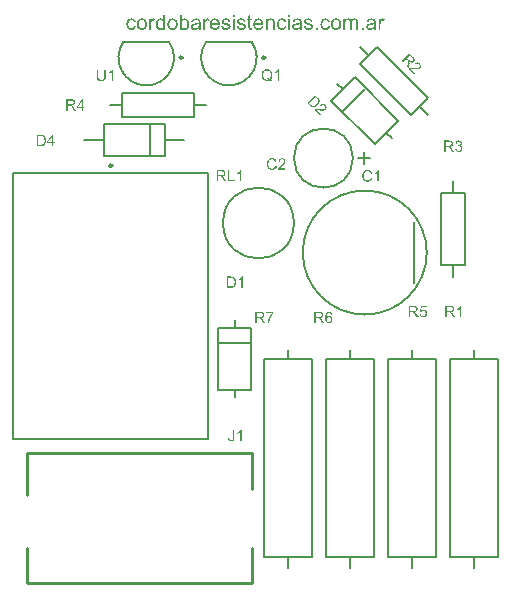
<source format=gto>
G04*
G04 #@! TF.GenerationSoftware,Altium Limited,Altium Designer,22.1.2 (22)*
G04*
G04 Layer_Color=16777215*
%FSLAX42Y42*%
%MOMM*%
G71*
G04*
G04 #@! TF.SameCoordinates,F51AAEFD-159C-468E-B04C-332DD14EA327*
G04*
G04*
G04 #@! TF.FilePolarity,Positive*
G04*
G01*
G75*
%ADD10C,0.20*%
%ADD11C,0.25*%
%ADD12C,0.15*%
G36*
X2417Y4947D02*
X2401D01*
Y4965D01*
X2417D01*
Y4947D01*
D02*
G37*
G36*
X1949D02*
X1933D01*
Y4965D01*
X1949D01*
Y4947D01*
D02*
G37*
G36*
X1360Y4837D02*
X1346D01*
Y4849D01*
X1345Y4848D01*
X1345Y4848D01*
X1345Y4847D01*
X1344Y4846D01*
X1343Y4845D01*
X1342Y4844D01*
X1341Y4843D01*
X1339Y4842D01*
X1337Y4840D01*
X1335Y4839D01*
X1333Y4838D01*
X1331Y4837D01*
X1328Y4836D01*
X1326Y4835D01*
X1323Y4835D01*
X1319Y4835D01*
X1318D01*
X1318Y4835D01*
X1315Y4835D01*
X1313Y4836D01*
X1310Y4836D01*
X1306Y4838D01*
X1303Y4839D01*
X1299Y4841D01*
X1299D01*
X1299Y4841D01*
X1298Y4842D01*
X1296Y4844D01*
X1294Y4845D01*
X1291Y4848D01*
X1289Y4851D01*
X1287Y4854D01*
X1285Y4858D01*
Y4858D01*
X1284Y4859D01*
X1284Y4859D01*
X1284Y4860D01*
X1284Y4861D01*
X1283Y4862D01*
X1283Y4864D01*
X1282Y4865D01*
X1281Y4869D01*
X1280Y4873D01*
X1280Y4878D01*
X1280Y4883D01*
Y4883D01*
Y4884D01*
Y4885D01*
Y4886D01*
X1280Y4887D01*
Y4888D01*
X1280Y4892D01*
X1281Y4895D01*
X1282Y4900D01*
X1283Y4904D01*
X1284Y4908D01*
Y4909D01*
X1284Y4909D01*
X1285Y4910D01*
X1285Y4910D01*
X1286Y4912D01*
X1288Y4915D01*
X1290Y4918D01*
X1292Y4920D01*
X1295Y4923D01*
X1298Y4926D01*
X1298D01*
X1299Y4926D01*
X1299Y4926D01*
X1300Y4927D01*
X1302Y4928D01*
X1304Y4929D01*
X1307Y4930D01*
X1311Y4931D01*
X1315Y4932D01*
X1319Y4932D01*
X1320D01*
X1322Y4932D01*
X1324Y4932D01*
X1326Y4931D01*
X1329Y4930D01*
X1331Y4930D01*
X1334Y4928D01*
X1334Y4928D01*
X1335Y4928D01*
X1336Y4927D01*
X1337Y4926D01*
X1339Y4925D01*
X1341Y4923D01*
X1343Y4921D01*
X1344Y4919D01*
Y4965D01*
X1360D01*
Y4837D01*
D02*
G37*
G36*
X2258Y4932D02*
X2260Y4932D01*
X2263Y4931D01*
X2265Y4931D01*
X2268Y4930D01*
X2271Y4929D01*
X2271Y4929D01*
X2272Y4928D01*
X2273Y4928D01*
X2275Y4927D01*
X2276Y4926D01*
X2278Y4924D01*
X2280Y4923D01*
X2281Y4921D01*
X2281Y4921D01*
X2282Y4920D01*
X2282Y4919D01*
X2283Y4918D01*
X2284Y4916D01*
X2285Y4914D01*
X2286Y4912D01*
X2286Y4909D01*
Y4909D01*
X2286Y4908D01*
X2287Y4907D01*
X2287Y4906D01*
Y4904D01*
X2287Y4901D01*
X2287Y4898D01*
Y4894D01*
Y4837D01*
X2271D01*
Y4893D01*
Y4893D01*
Y4894D01*
Y4895D01*
Y4897D01*
X2271Y4899D01*
X2271Y4901D01*
X2271Y4903D01*
X2270Y4906D01*
X2270Y4908D01*
Y4908D01*
X2269Y4908D01*
X2269Y4909D01*
X2268Y4910D01*
X2267Y4912D01*
X2266Y4913D01*
X2265Y4914D01*
X2263Y4915D01*
X2263Y4915D01*
X2262Y4916D01*
X2261Y4916D01*
X2260Y4917D01*
X2258Y4917D01*
X2256Y4918D01*
X2254Y4918D01*
X2252Y4918D01*
X2251D01*
X2250Y4918D01*
X2248Y4918D01*
X2246Y4917D01*
X2243Y4917D01*
X2240Y4915D01*
X2237Y4914D01*
X2235Y4912D01*
X2234Y4911D01*
X2234Y4910D01*
X2233Y4910D01*
X2232Y4909D01*
X2232Y4908D01*
X2231Y4906D01*
X2230Y4905D01*
X2230Y4903D01*
X2229Y4901D01*
X2229Y4899D01*
X2228Y4896D01*
X2228Y4894D01*
X2227Y4891D01*
Y4888D01*
Y4837D01*
X2212D01*
Y4930D01*
X2226D01*
Y4917D01*
X2226Y4917D01*
X2226Y4917D01*
X2227Y4918D01*
X2228Y4919D01*
X2229Y4920D01*
X2230Y4921D01*
X2232Y4923D01*
X2233Y4924D01*
X2235Y4926D01*
X2237Y4927D01*
X2240Y4928D01*
X2242Y4930D01*
X2245Y4930D01*
X2248Y4931D01*
X2252Y4932D01*
X2255Y4932D01*
X2257D01*
X2258Y4932D01*
D02*
G37*
G36*
X3205D02*
X3207Y4931D01*
X3209Y4931D01*
X3212Y4930D01*
X3215Y4928D01*
X3218Y4927D01*
X3212Y4912D01*
X3212Y4912D01*
X3211Y4913D01*
X3210Y4913D01*
X3209Y4914D01*
X3207Y4915D01*
X3205Y4915D01*
X3203Y4915D01*
X3201Y4916D01*
X3200D01*
X3199Y4915D01*
X3198Y4915D01*
X3196Y4915D01*
X3195Y4914D01*
X3193Y4914D01*
X3192Y4912D01*
X3191Y4912D01*
X3191Y4912D01*
X3190Y4911D01*
X3189Y4910D01*
X3189Y4909D01*
X3188Y4907D01*
X3187Y4906D01*
X3186Y4904D01*
X3186Y4903D01*
X3186Y4902D01*
X3185Y4901D01*
X3185Y4898D01*
X3184Y4896D01*
X3184Y4893D01*
X3184Y4889D01*
X3183Y4885D01*
Y4837D01*
X3168D01*
Y4930D01*
X3182D01*
Y4916D01*
X3182Y4916D01*
X3183Y4917D01*
X3184Y4919D01*
X3185Y4921D01*
X3187Y4923D01*
X3188Y4925D01*
X3190Y4927D01*
X3192Y4929D01*
X3192Y4929D01*
X3192Y4929D01*
X3194Y4930D01*
X3195Y4930D01*
X3196Y4931D01*
X3198Y4931D01*
X3200Y4932D01*
X3202Y4932D01*
X3203D01*
X3205Y4932D01*
D02*
G37*
G36*
X1721D02*
X1723Y4931D01*
X1726Y4931D01*
X1728Y4930D01*
X1731Y4928D01*
X1734Y4927D01*
X1728Y4912D01*
X1728Y4912D01*
X1728Y4913D01*
X1726Y4913D01*
X1725Y4914D01*
X1723Y4915D01*
X1721Y4915D01*
X1719Y4915D01*
X1717Y4916D01*
X1716D01*
X1715Y4915D01*
X1714Y4915D01*
X1713Y4915D01*
X1711Y4914D01*
X1709Y4914D01*
X1708Y4912D01*
X1708Y4912D01*
X1707Y4912D01*
X1707Y4911D01*
X1706Y4910D01*
X1705Y4909D01*
X1704Y4907D01*
X1703Y4906D01*
X1702Y4904D01*
X1702Y4903D01*
X1702Y4902D01*
X1701Y4901D01*
X1701Y4898D01*
X1700Y4896D01*
X1700Y4893D01*
X1700Y4889D01*
X1700Y4885D01*
Y4837D01*
X1684D01*
Y4930D01*
X1698D01*
Y4916D01*
X1698Y4916D01*
X1699Y4917D01*
X1700Y4919D01*
X1701Y4921D01*
X1703Y4923D01*
X1705Y4925D01*
X1706Y4927D01*
X1708Y4929D01*
X1708Y4929D01*
X1709Y4929D01*
X1710Y4930D01*
X1711Y4930D01*
X1712Y4931D01*
X1714Y4931D01*
X1716Y4932D01*
X1718Y4932D01*
X1719D01*
X1721Y4932D01*
D02*
G37*
G36*
X1263D02*
X1265Y4931D01*
X1267Y4931D01*
X1270Y4930D01*
X1273Y4928D01*
X1276Y4927D01*
X1270Y4912D01*
X1270Y4912D01*
X1269Y4913D01*
X1268Y4913D01*
X1267Y4914D01*
X1265Y4915D01*
X1263Y4915D01*
X1261Y4915D01*
X1259Y4916D01*
X1258D01*
X1257Y4915D01*
X1256Y4915D01*
X1255Y4915D01*
X1253Y4914D01*
X1251Y4914D01*
X1250Y4912D01*
X1250Y4912D01*
X1249Y4912D01*
X1249Y4911D01*
X1248Y4910D01*
X1247Y4909D01*
X1246Y4907D01*
X1245Y4906D01*
X1244Y4904D01*
X1244Y4903D01*
X1244Y4902D01*
X1243Y4901D01*
X1243Y4898D01*
X1242Y4896D01*
X1242Y4893D01*
X1242Y4889D01*
X1241Y4885D01*
Y4837D01*
X1226D01*
Y4930D01*
X1240D01*
Y4916D01*
X1240Y4916D01*
X1241Y4917D01*
X1242Y4919D01*
X1243Y4921D01*
X1245Y4923D01*
X1246Y4925D01*
X1248Y4927D01*
X1250Y4929D01*
X1250Y4929D01*
X1251Y4929D01*
X1252Y4930D01*
X1253Y4930D01*
X1254Y4931D01*
X1256Y4931D01*
X1258Y4932D01*
X1260Y4932D01*
X1261D01*
X1263Y4932D01*
D02*
G37*
G36*
X2969D02*
X2970D01*
X2971Y4932D01*
X2974Y4931D01*
X2978Y4930D01*
X2981Y4929D01*
X2985Y4927D01*
X2988Y4924D01*
X2988Y4924D01*
X2989Y4923D01*
X2990Y4921D01*
X2991Y4920D01*
X2991Y4918D01*
X2992Y4917D01*
X2993Y4915D01*
X2993Y4913D01*
X2994Y4911D01*
X2994Y4909D01*
X2995Y4906D01*
X2995Y4904D01*
Y4901D01*
Y4837D01*
X2979D01*
Y4895D01*
Y4895D01*
Y4896D01*
Y4897D01*
Y4898D01*
X2979Y4900D01*
X2979Y4903D01*
X2979Y4905D01*
X2978Y4907D01*
X2978Y4909D01*
Y4909D01*
X2977Y4910D01*
X2977Y4910D01*
X2976Y4911D01*
X2976Y4912D01*
X2975Y4913D01*
X2974Y4915D01*
X2972Y4916D01*
X2972Y4916D01*
X2971Y4916D01*
X2971Y4916D01*
X2969Y4917D01*
X2968Y4917D01*
X2966Y4918D01*
X2965Y4918D01*
X2963Y4918D01*
X2962D01*
X2961Y4918D01*
X2959Y4918D01*
X2957Y4917D01*
X2954Y4917D01*
X2952Y4915D01*
X2949Y4914D01*
X2946Y4912D01*
X2946Y4911D01*
X2945Y4910D01*
X2944Y4909D01*
X2943Y4907D01*
X2942Y4904D01*
X2941Y4900D01*
X2940Y4896D01*
X2940Y4891D01*
Y4837D01*
X2924D01*
Y4897D01*
Y4897D01*
Y4898D01*
Y4898D01*
Y4899D01*
X2924Y4901D01*
X2924Y4903D01*
X2923Y4906D01*
X2922Y4908D01*
X2921Y4911D01*
X2920Y4913D01*
X2920Y4913D01*
X2919Y4914D01*
X2919Y4915D01*
X2917Y4916D01*
X2916Y4917D01*
X2913Y4917D01*
X2911Y4918D01*
X2908Y4918D01*
X2906D01*
X2905Y4918D01*
X2904Y4918D01*
X2902Y4917D01*
X2900Y4917D01*
X2898Y4916D01*
X2895Y4915D01*
X2895Y4915D01*
X2894Y4914D01*
X2894Y4913D01*
X2892Y4912D01*
X2891Y4911D01*
X2890Y4909D01*
X2888Y4907D01*
X2887Y4904D01*
X2887Y4904D01*
X2887Y4903D01*
X2886Y4902D01*
X2886Y4900D01*
X2885Y4897D01*
X2885Y4893D01*
X2885Y4890D01*
X2885Y4885D01*
Y4837D01*
X2869D01*
Y4930D01*
X2883D01*
Y4917D01*
X2883Y4917D01*
X2884Y4918D01*
X2885Y4919D01*
X2886Y4920D01*
X2888Y4922D01*
X2890Y4924D01*
X2892Y4926D01*
X2895Y4928D01*
X2895Y4928D01*
X2896Y4928D01*
X2897Y4929D01*
X2899Y4930D01*
X2902Y4931D01*
X2905Y4931D01*
X2908Y4932D01*
X2911Y4932D01*
X2913D01*
X2915Y4932D01*
X2917Y4931D01*
X2920Y4931D01*
X2923Y4930D01*
X2925Y4929D01*
X2928Y4927D01*
X2928Y4927D01*
X2929Y4927D01*
X2930Y4926D01*
X2932Y4924D01*
X2933Y4923D01*
X2935Y4921D01*
X2936Y4918D01*
X2937Y4915D01*
X2938Y4916D01*
X2938Y4916D01*
X2939Y4917D01*
X2939Y4918D01*
X2941Y4919D01*
X2942Y4921D01*
X2943Y4922D01*
X2945Y4924D01*
X2947Y4925D01*
X2949Y4927D01*
X2952Y4928D01*
X2954Y4929D01*
X2957Y4930D01*
X2960Y4931D01*
X2963Y4932D01*
X2966Y4932D01*
X2968D01*
X2969Y4932D01*
D02*
G37*
G36*
X2575D02*
X2577Y4932D01*
X2580Y4931D01*
X2584Y4930D01*
X2587Y4930D01*
X2590Y4929D01*
X2590D01*
X2590Y4928D01*
X2591Y4928D01*
X2593Y4927D01*
X2595Y4926D01*
X2597Y4925D01*
X2599Y4924D01*
X2601Y4922D01*
X2602Y4920D01*
X2602Y4920D01*
X2603Y4919D01*
X2604Y4918D01*
X2604Y4916D01*
X2605Y4914D01*
X2606Y4912D01*
X2607Y4909D01*
X2608Y4906D01*
X2592Y4904D01*
Y4904D01*
X2592Y4905D01*
X2592Y4906D01*
X2591Y4908D01*
X2590Y4910D01*
X2589Y4911D01*
X2588Y4913D01*
X2586Y4915D01*
X2586Y4915D01*
X2585Y4915D01*
X2584Y4916D01*
X2582Y4917D01*
X2581Y4918D01*
X2578Y4918D01*
X2575Y4919D01*
X2572Y4919D01*
X2570D01*
X2568Y4919D01*
X2566Y4919D01*
X2564Y4918D01*
X2561Y4917D01*
X2559Y4917D01*
X2557Y4915D01*
X2556Y4915D01*
X2556Y4915D01*
X2555Y4914D01*
X2554Y4913D01*
X2553Y4912D01*
X2553Y4910D01*
X2552Y4909D01*
X2552Y4907D01*
Y4907D01*
Y4906D01*
X2552Y4906D01*
Y4905D01*
X2553Y4903D01*
X2554Y4901D01*
X2554Y4901D01*
X2554Y4901D01*
X2554Y4900D01*
X2555Y4900D01*
X2556Y4899D01*
X2557Y4899D01*
X2558Y4898D01*
X2560Y4897D01*
X2560D01*
X2560Y4897D01*
X2561Y4897D01*
X2562Y4896D01*
X2564Y4896D01*
X2567Y4895D01*
X2568Y4895D01*
X2570Y4894D01*
X2572Y4894D01*
X2574Y4893D01*
X2574D01*
X2574Y4893D01*
X2575Y4893D01*
X2577Y4893D01*
X2578Y4892D01*
X2579Y4892D01*
X2583Y4891D01*
X2587Y4890D01*
X2591Y4888D01*
X2594Y4887D01*
X2596Y4886D01*
X2597Y4886D01*
X2597Y4886D01*
X2598Y4885D01*
X2599Y4885D01*
X2601Y4884D01*
X2603Y4883D01*
X2604Y4881D01*
X2606Y4880D01*
X2607Y4878D01*
X2608Y4878D01*
X2608Y4877D01*
X2609Y4876D01*
X2609Y4874D01*
X2610Y4872D01*
X2611Y4870D01*
X2611Y4867D01*
X2611Y4864D01*
Y4864D01*
Y4863D01*
X2611Y4861D01*
X2611Y4859D01*
X2610Y4857D01*
X2609Y4855D01*
X2608Y4852D01*
X2607Y4849D01*
X2607Y4849D01*
X2606Y4848D01*
X2605Y4847D01*
X2603Y4845D01*
X2601Y4844D01*
X2599Y4842D01*
X2597Y4840D01*
X2593Y4839D01*
X2593D01*
X2593Y4838D01*
X2592Y4838D01*
X2590Y4838D01*
X2588Y4837D01*
X2585Y4836D01*
X2581Y4835D01*
X2578Y4835D01*
X2574Y4835D01*
X2572D01*
X2571Y4835D01*
X2569D01*
X2567Y4835D01*
X2566Y4835D01*
X2564Y4836D01*
X2559Y4837D01*
X2554Y4838D01*
X2550Y4840D01*
X2548Y4841D01*
X2546Y4842D01*
X2546Y4843D01*
X2546Y4843D01*
X2545Y4844D01*
X2543Y4845D01*
X2541Y4848D01*
X2539Y4851D01*
X2537Y4855D01*
X2535Y4860D01*
X2534Y4865D01*
X2550Y4867D01*
Y4867D01*
Y4867D01*
X2550Y4866D01*
X2550Y4864D01*
X2551Y4862D01*
X2552Y4860D01*
X2553Y4857D01*
X2555Y4855D01*
X2557Y4853D01*
X2557Y4853D01*
X2558Y4852D01*
X2559Y4851D01*
X2561Y4850D01*
X2564Y4849D01*
X2567Y4849D01*
X2570Y4848D01*
X2574Y4848D01*
X2576D01*
X2577Y4848D01*
X2580Y4848D01*
X2582Y4849D01*
X2585Y4850D01*
X2588Y4851D01*
X2590Y4852D01*
X2590Y4852D01*
X2591Y4853D01*
X2592Y4854D01*
X2593Y4855D01*
X2594Y4857D01*
X2594Y4858D01*
X2595Y4860D01*
X2595Y4863D01*
Y4863D01*
Y4863D01*
X2595Y4864D01*
X2595Y4866D01*
X2594Y4867D01*
X2593Y4868D01*
X2592Y4870D01*
X2590Y4871D01*
X2590Y4871D01*
X2590Y4871D01*
X2589Y4872D01*
X2587Y4872D01*
X2585Y4873D01*
X2584Y4874D01*
X2582Y4874D01*
X2581Y4875D01*
X2579Y4875D01*
X2577Y4876D01*
X2574Y4876D01*
X2574D01*
X2574Y4876D01*
X2573Y4877D01*
X2572Y4877D01*
X2570Y4877D01*
X2568Y4878D01*
X2565Y4879D01*
X2561Y4880D01*
X2557Y4881D01*
X2553Y4883D01*
X2552Y4883D01*
X2550Y4884D01*
X2550Y4884D01*
X2549Y4884D01*
X2548Y4885D01*
X2547Y4886D01*
X2545Y4887D01*
X2543Y4889D01*
X2542Y4890D01*
X2540Y4893D01*
X2540Y4893D01*
X2539Y4893D01*
X2539Y4895D01*
X2538Y4896D01*
X2538Y4898D01*
X2537Y4900D01*
X2537Y4903D01*
X2537Y4905D01*
Y4905D01*
Y4906D01*
X2537Y4907D01*
X2537Y4909D01*
X2537Y4911D01*
X2538Y4913D01*
X2539Y4915D01*
X2539Y4917D01*
X2540Y4917D01*
X2540Y4917D01*
X2541Y4918D01*
X2542Y4920D01*
X2543Y4921D01*
X2544Y4923D01*
X2545Y4924D01*
X2547Y4925D01*
X2547Y4926D01*
X2548Y4926D01*
X2549Y4926D01*
X2550Y4927D01*
X2551Y4928D01*
X2553Y4928D01*
X2555Y4929D01*
X2557Y4930D01*
X2558Y4930D01*
X2558Y4930D01*
X2560Y4931D01*
X2561Y4931D01*
X2563Y4931D01*
X2566Y4932D01*
X2568Y4932D01*
X2573D01*
X2575Y4932D01*
D02*
G37*
G36*
X2007D02*
X2010Y4932D01*
X2013Y4931D01*
X2016Y4930D01*
X2019Y4930D01*
X2022Y4929D01*
X2023D01*
X2023Y4928D01*
X2024Y4928D01*
X2025Y4927D01*
X2027Y4926D01*
X2029Y4925D01*
X2031Y4924D01*
X2033Y4922D01*
X2035Y4920D01*
X2035Y4920D01*
X2035Y4919D01*
X2036Y4918D01*
X2037Y4916D01*
X2038Y4914D01*
X2039Y4912D01*
X2039Y4909D01*
X2040Y4906D01*
X2025Y4904D01*
Y4904D01*
X2025Y4905D01*
X2024Y4906D01*
X2024Y4908D01*
X2023Y4910D01*
X2022Y4911D01*
X2020Y4913D01*
X2018Y4915D01*
X2018Y4915D01*
X2018Y4915D01*
X2016Y4916D01*
X2015Y4917D01*
X2013Y4918D01*
X2010Y4918D01*
X2008Y4919D01*
X2004Y4919D01*
X2003D01*
X2001Y4919D01*
X1998Y4919D01*
X1996Y4918D01*
X1993Y4917D01*
X1991Y4917D01*
X1989Y4915D01*
X1989Y4915D01*
X1988Y4915D01*
X1987Y4914D01*
X1987Y4913D01*
X1986Y4912D01*
X1985Y4910D01*
X1984Y4909D01*
X1984Y4907D01*
Y4907D01*
Y4906D01*
X1984Y4906D01*
Y4905D01*
X1985Y4903D01*
X1986Y4901D01*
X1986Y4901D01*
X1986Y4901D01*
X1987Y4900D01*
X1988Y4900D01*
X1988Y4899D01*
X1989Y4899D01*
X1991Y4898D01*
X1992Y4897D01*
X1992D01*
X1993Y4897D01*
X1993Y4897D01*
X1995Y4896D01*
X1997Y4896D01*
X1999Y4895D01*
X2000Y4895D01*
X2002Y4894D01*
X2004Y4894D01*
X2006Y4893D01*
X2006D01*
X2007Y4893D01*
X2008Y4893D01*
X2009Y4893D01*
X2010Y4892D01*
X2012Y4892D01*
X2015Y4891D01*
X2019Y4890D01*
X2023Y4888D01*
X2027Y4887D01*
X2028Y4886D01*
X2029Y4886D01*
X2030Y4886D01*
X2030Y4885D01*
X2032Y4885D01*
X2033Y4884D01*
X2035Y4883D01*
X2037Y4881D01*
X2038Y4880D01*
X2040Y4878D01*
X2040Y4878D01*
X2040Y4877D01*
X2041Y4876D01*
X2042Y4874D01*
X2042Y4872D01*
X2043Y4870D01*
X2043Y4867D01*
X2044Y4864D01*
Y4864D01*
Y4863D01*
X2043Y4861D01*
X2043Y4859D01*
X2043Y4857D01*
X2042Y4855D01*
X2040Y4852D01*
X2039Y4849D01*
X2039Y4849D01*
X2038Y4848D01*
X2037Y4847D01*
X2036Y4845D01*
X2034Y4844D01*
X2031Y4842D01*
X2029Y4840D01*
X2026Y4839D01*
X2025D01*
X2025Y4838D01*
X2024Y4838D01*
X2022Y4838D01*
X2020Y4837D01*
X2017Y4836D01*
X2014Y4835D01*
X2010Y4835D01*
X2006Y4835D01*
X2004D01*
X2003Y4835D01*
X2002D01*
X2000Y4835D01*
X1998Y4835D01*
X1996Y4836D01*
X1991Y4837D01*
X1987Y4838D01*
X1982Y4840D01*
X1980Y4841D01*
X1978Y4842D01*
X1978Y4843D01*
X1978Y4843D01*
X1977Y4844D01*
X1975Y4845D01*
X1973Y4848D01*
X1971Y4851D01*
X1969Y4855D01*
X1968Y4860D01*
X1966Y4865D01*
X1982Y4867D01*
Y4867D01*
Y4867D01*
X1982Y4866D01*
X1983Y4864D01*
X1983Y4862D01*
X1984Y4860D01*
X1985Y4857D01*
X1987Y4855D01*
X1989Y4853D01*
X1990Y4853D01*
X1990Y4852D01*
X1992Y4851D01*
X1994Y4850D01*
X1996Y4849D01*
X1999Y4849D01*
X2002Y4848D01*
X2006Y4848D01*
X2008D01*
X2010Y4848D01*
X2012Y4848D01*
X2015Y4849D01*
X2018Y4850D01*
X2020Y4851D01*
X2022Y4852D01*
X2022Y4852D01*
X2023Y4853D01*
X2024Y4854D01*
X2025Y4855D01*
X2026Y4857D01*
X2027Y4858D01*
X2027Y4860D01*
X2028Y4863D01*
Y4863D01*
Y4863D01*
X2027Y4864D01*
X2027Y4866D01*
X2026Y4867D01*
X2025Y4868D01*
X2024Y4870D01*
X2023Y4871D01*
X2023Y4871D01*
X2022Y4871D01*
X2021Y4872D01*
X2020Y4872D01*
X2017Y4873D01*
X2016Y4874D01*
X2015Y4874D01*
X2013Y4875D01*
X2011Y4875D01*
X2009Y4876D01*
X2007Y4876D01*
X2006D01*
X2006Y4876D01*
X2005Y4877D01*
X2004Y4877D01*
X2002Y4877D01*
X2001Y4878D01*
X1997Y4879D01*
X1993Y4880D01*
X1989Y4881D01*
X1985Y4883D01*
X1984Y4883D01*
X1983Y4884D01*
X1982Y4884D01*
X1981Y4884D01*
X1980Y4885D01*
X1979Y4886D01*
X1977Y4887D01*
X1975Y4889D01*
X1974Y4890D01*
X1972Y4893D01*
X1972Y4893D01*
X1972Y4893D01*
X1971Y4895D01*
X1971Y4896D01*
X1970Y4898D01*
X1970Y4900D01*
X1969Y4903D01*
X1969Y4905D01*
Y4905D01*
Y4906D01*
X1969Y4907D01*
X1969Y4909D01*
X1970Y4911D01*
X1970Y4913D01*
X1971Y4915D01*
X1972Y4917D01*
X1972Y4917D01*
X1972Y4917D01*
X1973Y4918D01*
X1974Y4920D01*
X1975Y4921D01*
X1976Y4923D01*
X1978Y4924D01*
X1980Y4925D01*
X1980Y4926D01*
X1980Y4926D01*
X1981Y4926D01*
X1982Y4927D01*
X1984Y4928D01*
X1985Y4928D01*
X1987Y4929D01*
X1990Y4930D01*
X1990Y4930D01*
X1991Y4930D01*
X1992Y4931D01*
X1994Y4931D01*
X1996Y4931D01*
X1998Y4932D01*
X2000Y4932D01*
X2005D01*
X2007Y4932D01*
D02*
G37*
G36*
X1878D02*
X1880Y4932D01*
X1883Y4931D01*
X1886Y4930D01*
X1890Y4930D01*
X1893Y4929D01*
X1893D01*
X1893Y4928D01*
X1894Y4928D01*
X1896Y4927D01*
X1898Y4926D01*
X1900Y4925D01*
X1902Y4924D01*
X1903Y4922D01*
X1905Y4920D01*
X1905Y4920D01*
X1906Y4919D01*
X1906Y4918D01*
X1907Y4916D01*
X1908Y4914D01*
X1909Y4912D01*
X1910Y4909D01*
X1911Y4906D01*
X1895Y4904D01*
Y4904D01*
X1895Y4905D01*
X1895Y4906D01*
X1894Y4908D01*
X1893Y4910D01*
X1892Y4911D01*
X1891Y4913D01*
X1889Y4915D01*
X1889Y4915D01*
X1888Y4915D01*
X1887Y4916D01*
X1885Y4917D01*
X1883Y4918D01*
X1881Y4918D01*
X1878Y4919D01*
X1875Y4919D01*
X1873D01*
X1871Y4919D01*
X1869Y4919D01*
X1866Y4918D01*
X1864Y4917D01*
X1861Y4917D01*
X1859Y4915D01*
X1859Y4915D01*
X1859Y4915D01*
X1858Y4914D01*
X1857Y4913D01*
X1856Y4912D01*
X1855Y4910D01*
X1855Y4909D01*
X1855Y4907D01*
Y4907D01*
Y4906D01*
X1855Y4906D01*
Y4905D01*
X1855Y4903D01*
X1857Y4901D01*
X1857Y4901D01*
X1857Y4901D01*
X1857Y4900D01*
X1858Y4900D01*
X1859Y4899D01*
X1860Y4899D01*
X1861Y4898D01*
X1863Y4897D01*
X1863D01*
X1863Y4897D01*
X1864Y4897D01*
X1865Y4896D01*
X1867Y4896D01*
X1870Y4895D01*
X1871Y4895D01*
X1873Y4894D01*
X1875Y4894D01*
X1877Y4893D01*
X1877D01*
X1877Y4893D01*
X1878Y4893D01*
X1879Y4893D01*
X1881Y4892D01*
X1882Y4892D01*
X1886Y4891D01*
X1890Y4890D01*
X1894Y4888D01*
X1897Y4887D01*
X1899Y4886D01*
X1900Y4886D01*
X1900Y4886D01*
X1901Y4885D01*
X1902Y4885D01*
X1904Y4884D01*
X1905Y4883D01*
X1907Y4881D01*
X1909Y4880D01*
X1910Y4878D01*
X1910Y4878D01*
X1911Y4877D01*
X1912Y4876D01*
X1912Y4874D01*
X1913Y4872D01*
X1914Y4870D01*
X1914Y4867D01*
X1914Y4864D01*
Y4864D01*
Y4863D01*
X1914Y4861D01*
X1914Y4859D01*
X1913Y4857D01*
X1912Y4855D01*
X1911Y4852D01*
X1910Y4849D01*
X1909Y4849D01*
X1909Y4848D01*
X1908Y4847D01*
X1906Y4845D01*
X1904Y4844D01*
X1902Y4842D01*
X1899Y4840D01*
X1896Y4839D01*
X1896D01*
X1896Y4838D01*
X1895Y4838D01*
X1893Y4838D01*
X1890Y4837D01*
X1888Y4836D01*
X1884Y4835D01*
X1881Y4835D01*
X1877Y4835D01*
X1875D01*
X1874Y4835D01*
X1872D01*
X1870Y4835D01*
X1868Y4835D01*
X1866Y4836D01*
X1862Y4837D01*
X1857Y4838D01*
X1853Y4840D01*
X1851Y4841D01*
X1849Y4842D01*
X1849Y4843D01*
X1849Y4843D01*
X1848Y4844D01*
X1846Y4845D01*
X1844Y4848D01*
X1842Y4851D01*
X1840Y4855D01*
X1838Y4860D01*
X1837Y4865D01*
X1853Y4867D01*
Y4867D01*
Y4867D01*
X1853Y4866D01*
X1853Y4864D01*
X1854Y4862D01*
X1855Y4860D01*
X1856Y4857D01*
X1858Y4855D01*
X1860Y4853D01*
X1860Y4853D01*
X1861Y4852D01*
X1862Y4851D01*
X1864Y4850D01*
X1867Y4849D01*
X1869Y4849D01*
X1873Y4848D01*
X1877Y4848D01*
X1878D01*
X1880Y4848D01*
X1883Y4848D01*
X1885Y4849D01*
X1888Y4850D01*
X1890Y4851D01*
X1893Y4852D01*
X1893Y4852D01*
X1894Y4853D01*
X1894Y4854D01*
X1895Y4855D01*
X1896Y4857D01*
X1897Y4858D01*
X1898Y4860D01*
X1898Y4863D01*
Y4863D01*
Y4863D01*
X1898Y4864D01*
X1898Y4866D01*
X1897Y4867D01*
X1896Y4868D01*
X1895Y4870D01*
X1893Y4871D01*
X1893Y4871D01*
X1893Y4871D01*
X1892Y4872D01*
X1890Y4872D01*
X1888Y4873D01*
X1887Y4874D01*
X1885Y4874D01*
X1883Y4875D01*
X1882Y4875D01*
X1880Y4876D01*
X1877Y4876D01*
X1877D01*
X1876Y4876D01*
X1875Y4877D01*
X1874Y4877D01*
X1873Y4877D01*
X1871Y4878D01*
X1868Y4879D01*
X1864Y4880D01*
X1860Y4881D01*
X1856Y4883D01*
X1854Y4883D01*
X1853Y4884D01*
X1853Y4884D01*
X1852Y4884D01*
X1851Y4885D01*
X1849Y4886D01*
X1848Y4887D01*
X1846Y4889D01*
X1844Y4890D01*
X1843Y4893D01*
X1843Y4893D01*
X1842Y4893D01*
X1842Y4895D01*
X1841Y4896D01*
X1841Y4898D01*
X1840Y4900D01*
X1840Y4903D01*
X1840Y4905D01*
Y4905D01*
Y4906D01*
X1840Y4907D01*
X1840Y4909D01*
X1840Y4911D01*
X1841Y4913D01*
X1841Y4915D01*
X1842Y4917D01*
X1843Y4917D01*
X1843Y4917D01*
X1843Y4918D01*
X1844Y4920D01*
X1845Y4921D01*
X1847Y4923D01*
X1848Y4924D01*
X1850Y4925D01*
X1850Y4926D01*
X1851Y4926D01*
X1852Y4926D01*
X1853Y4927D01*
X1854Y4928D01*
X1856Y4928D01*
X1858Y4929D01*
X1860Y4930D01*
X1860Y4930D01*
X1861Y4930D01*
X1863Y4931D01*
X1864Y4931D01*
X1866Y4931D01*
X1868Y4932D01*
X1871Y4932D01*
X1875D01*
X1878Y4932D01*
D02*
G37*
G36*
X2720D02*
X2721D01*
X2723Y4932D01*
X2726Y4931D01*
X2730Y4930D01*
X2734Y4929D01*
X2738Y4927D01*
X2742Y4924D01*
X2742D01*
X2742Y4924D01*
X2744Y4923D01*
X2745Y4921D01*
X2747Y4919D01*
X2749Y4916D01*
X2751Y4912D01*
X2753Y4908D01*
X2754Y4903D01*
X2739Y4900D01*
Y4900D01*
X2739Y4901D01*
X2739Y4902D01*
X2738Y4903D01*
X2737Y4905D01*
X2736Y4908D01*
X2735Y4910D01*
X2733Y4912D01*
X2731Y4914D01*
X2731Y4914D01*
X2730Y4915D01*
X2729Y4916D01*
X2728Y4917D01*
X2726Y4917D01*
X2723Y4918D01*
X2721Y4919D01*
X2718Y4919D01*
X2717D01*
X2716Y4919D01*
X2714Y4919D01*
X2711Y4918D01*
X2708Y4917D01*
X2705Y4915D01*
X2702Y4913D01*
X2700Y4912D01*
X2699Y4910D01*
Y4910D01*
X2698Y4910D01*
X2698Y4910D01*
X2698Y4909D01*
X2697Y4908D01*
X2696Y4907D01*
X2696Y4905D01*
X2695Y4904D01*
X2694Y4902D01*
X2694Y4900D01*
X2693Y4898D01*
X2692Y4895D01*
X2692Y4893D01*
X2692Y4890D01*
X2691Y4887D01*
Y4883D01*
Y4883D01*
Y4883D01*
Y4882D01*
X2692Y4880D01*
Y4879D01*
X2692Y4877D01*
X2692Y4873D01*
X2693Y4869D01*
X2694Y4864D01*
X2696Y4860D01*
X2697Y4858D01*
X2698Y4856D01*
X2699Y4856D01*
X2700Y4855D01*
X2701Y4854D01*
X2703Y4852D01*
X2706Y4850D01*
X2709Y4849D01*
X2713Y4848D01*
X2715Y4848D01*
X2717Y4848D01*
X2717D01*
X2719Y4848D01*
X2720Y4848D01*
X2722Y4849D01*
X2725Y4849D01*
X2727Y4850D01*
X2730Y4852D01*
X2732Y4853D01*
X2733Y4854D01*
X2733Y4855D01*
X2734Y4856D01*
X2736Y4858D01*
X2737Y4860D01*
X2739Y4863D01*
X2740Y4867D01*
X2740Y4871D01*
X2756Y4869D01*
Y4869D01*
X2756Y4868D01*
X2756Y4868D01*
X2755Y4866D01*
X2755Y4865D01*
X2755Y4863D01*
X2753Y4860D01*
X2752Y4856D01*
X2749Y4852D01*
X2746Y4848D01*
X2745Y4846D01*
X2743Y4844D01*
X2743Y4844D01*
X2742Y4843D01*
X2742Y4843D01*
X2741Y4843D01*
X2740Y4842D01*
X2739Y4841D01*
X2737Y4840D01*
X2736Y4839D01*
X2732Y4838D01*
X2728Y4836D01*
X2723Y4835D01*
X2720Y4835D01*
X2717Y4835D01*
X2715D01*
X2714Y4835D01*
X2712Y4835D01*
X2711Y4836D01*
X2709Y4836D01*
X2706Y4836D01*
X2701Y4838D01*
X2699Y4839D01*
X2696Y4840D01*
X2694Y4842D01*
X2691Y4843D01*
X2689Y4845D01*
X2687Y4847D01*
X2687Y4848D01*
X2686Y4848D01*
X2686Y4849D01*
X2685Y4850D01*
X2684Y4851D01*
X2683Y4853D01*
X2682Y4854D01*
X2681Y4856D01*
X2680Y4859D01*
X2679Y4862D01*
X2678Y4864D01*
X2677Y4868D01*
X2676Y4871D01*
X2676Y4875D01*
X2675Y4879D01*
X2675Y4883D01*
Y4883D01*
Y4884D01*
Y4885D01*
Y4886D01*
X2675Y4887D01*
Y4888D01*
X2676Y4890D01*
X2676Y4892D01*
X2676Y4896D01*
X2677Y4900D01*
X2678Y4905D01*
X2680Y4909D01*
Y4910D01*
X2680Y4910D01*
X2681Y4910D01*
X2681Y4911D01*
X2682Y4913D01*
X2684Y4916D01*
X2686Y4918D01*
X2689Y4921D01*
X2692Y4924D01*
X2695Y4926D01*
X2695D01*
X2696Y4926D01*
X2696Y4927D01*
X2697Y4927D01*
X2698Y4927D01*
X2699Y4928D01*
X2702Y4929D01*
X2705Y4930D01*
X2709Y4931D01*
X2713Y4932D01*
X2717Y4932D01*
X2719D01*
X2720Y4932D01*
D02*
G37*
G36*
X2352D02*
X2353D01*
X2354Y4932D01*
X2358Y4931D01*
X2362Y4930D01*
X2366Y4929D01*
X2370Y4927D01*
X2374Y4924D01*
X2374D01*
X2374Y4924D01*
X2375Y4923D01*
X2377Y4921D01*
X2379Y4919D01*
X2381Y4916D01*
X2383Y4912D01*
X2385Y4908D01*
X2386Y4903D01*
X2371Y4900D01*
Y4900D01*
X2370Y4901D01*
X2370Y4902D01*
X2370Y4903D01*
X2369Y4905D01*
X2368Y4908D01*
X2366Y4910D01*
X2365Y4912D01*
X2363Y4914D01*
X2363Y4914D01*
X2362Y4915D01*
X2361Y4916D01*
X2359Y4917D01*
X2357Y4917D01*
X2355Y4918D01*
X2352Y4919D01*
X2350Y4919D01*
X2348D01*
X2347Y4919D01*
X2345Y4919D01*
X2343Y4918D01*
X2340Y4917D01*
X2336Y4915D01*
X2333Y4913D01*
X2332Y4912D01*
X2330Y4910D01*
Y4910D01*
X2330Y4910D01*
X2330Y4910D01*
X2329Y4909D01*
X2329Y4908D01*
X2328Y4907D01*
X2327Y4905D01*
X2327Y4904D01*
X2326Y4902D01*
X2325Y4900D01*
X2325Y4898D01*
X2324Y4895D01*
X2324Y4893D01*
X2323Y4890D01*
X2323Y4887D01*
Y4883D01*
Y4883D01*
Y4883D01*
Y4882D01*
X2323Y4880D01*
Y4879D01*
X2323Y4877D01*
X2324Y4873D01*
X2325Y4869D01*
X2326Y4864D01*
X2327Y4860D01*
X2329Y4858D01*
X2330Y4856D01*
X2330Y4856D01*
X2331Y4855D01*
X2333Y4854D01*
X2335Y4852D01*
X2338Y4850D01*
X2341Y4849D01*
X2345Y4848D01*
X2347Y4848D01*
X2349Y4848D01*
X2349D01*
X2350Y4848D01*
X2352Y4848D01*
X2354Y4849D01*
X2356Y4849D01*
X2359Y4850D01*
X2362Y4852D01*
X2364Y4853D01*
X2364Y4854D01*
X2365Y4855D01*
X2366Y4856D01*
X2367Y4858D01*
X2369Y4860D01*
X2370Y4863D01*
X2371Y4867D01*
X2372Y4871D01*
X2387Y4869D01*
Y4869D01*
X2387Y4868D01*
X2387Y4868D01*
X2387Y4866D01*
X2387Y4865D01*
X2386Y4863D01*
X2385Y4860D01*
X2383Y4856D01*
X2381Y4852D01*
X2378Y4848D01*
X2376Y4846D01*
X2374Y4844D01*
X2374Y4844D01*
X2374Y4843D01*
X2373Y4843D01*
X2372Y4843D01*
X2372Y4842D01*
X2370Y4841D01*
X2369Y4840D01*
X2367Y4839D01*
X2364Y4838D01*
X2359Y4836D01*
X2354Y4835D01*
X2352Y4835D01*
X2349Y4835D01*
X2347D01*
X2346Y4835D01*
X2344Y4835D01*
X2342Y4836D01*
X2340Y4836D01*
X2338Y4836D01*
X2333Y4838D01*
X2330Y4839D01*
X2328Y4840D01*
X2325Y4842D01*
X2323Y4843D01*
X2320Y4845D01*
X2318Y4847D01*
X2318Y4848D01*
X2318Y4848D01*
X2317Y4849D01*
X2316Y4850D01*
X2316Y4851D01*
X2315Y4853D01*
X2314Y4854D01*
X2312Y4856D01*
X2311Y4859D01*
X2310Y4862D01*
X2309Y4864D01*
X2309Y4868D01*
X2308Y4871D01*
X2307Y4875D01*
X2307Y4879D01*
X2307Y4883D01*
Y4883D01*
Y4884D01*
Y4885D01*
Y4886D01*
X2307Y4887D01*
Y4888D01*
X2307Y4890D01*
X2307Y4892D01*
X2308Y4896D01*
X2309Y4900D01*
X2310Y4905D01*
X2312Y4909D01*
Y4910D01*
X2312Y4910D01*
X2312Y4910D01*
X2312Y4911D01*
X2314Y4913D01*
X2315Y4916D01*
X2317Y4918D01*
X2320Y4921D01*
X2323Y4924D01*
X2327Y4926D01*
X2327D01*
X2327Y4926D01*
X2328Y4927D01*
X2329Y4927D01*
X2330Y4927D01*
X2331Y4928D01*
X2333Y4929D01*
X2337Y4930D01*
X2340Y4931D01*
X2345Y4932D01*
X2349Y4932D01*
X2350D01*
X2352Y4932D01*
D02*
G37*
G36*
X1077D02*
X1078D01*
X1079Y4932D01*
X1083Y4931D01*
X1087Y4930D01*
X1091Y4929D01*
X1095Y4927D01*
X1099Y4924D01*
X1099D01*
X1099Y4924D01*
X1100Y4923D01*
X1102Y4921D01*
X1104Y4919D01*
X1106Y4916D01*
X1108Y4912D01*
X1110Y4908D01*
X1111Y4903D01*
X1096Y4900D01*
Y4900D01*
X1096Y4901D01*
X1096Y4902D01*
X1095Y4903D01*
X1094Y4905D01*
X1093Y4908D01*
X1092Y4910D01*
X1090Y4912D01*
X1088Y4914D01*
X1088Y4914D01*
X1087Y4915D01*
X1086Y4916D01*
X1084Y4917D01*
X1082Y4917D01*
X1080Y4918D01*
X1078Y4919D01*
X1075Y4919D01*
X1074D01*
X1073Y4919D01*
X1071Y4919D01*
X1068Y4918D01*
X1065Y4917D01*
X1062Y4915D01*
X1059Y4913D01*
X1057Y4912D01*
X1056Y4910D01*
Y4910D01*
X1055Y4910D01*
X1055Y4910D01*
X1054Y4909D01*
X1054Y4908D01*
X1053Y4907D01*
X1053Y4905D01*
X1052Y4904D01*
X1051Y4902D01*
X1051Y4900D01*
X1050Y4898D01*
X1049Y4895D01*
X1049Y4893D01*
X1049Y4890D01*
X1048Y4887D01*
Y4883D01*
Y4883D01*
Y4883D01*
Y4882D01*
X1048Y4880D01*
Y4879D01*
X1049Y4877D01*
X1049Y4873D01*
X1050Y4869D01*
X1051Y4864D01*
X1053Y4860D01*
X1054Y4858D01*
X1055Y4856D01*
X1056Y4856D01*
X1056Y4855D01*
X1058Y4854D01*
X1060Y4852D01*
X1063Y4850D01*
X1066Y4849D01*
X1070Y4848D01*
X1072Y4848D01*
X1074Y4848D01*
X1074D01*
X1075Y4848D01*
X1077Y4848D01*
X1079Y4849D01*
X1082Y4849D01*
X1084Y4850D01*
X1087Y4852D01*
X1089Y4853D01*
X1090Y4854D01*
X1090Y4855D01*
X1091Y4856D01*
X1093Y4858D01*
X1094Y4860D01*
X1095Y4863D01*
X1096Y4867D01*
X1097Y4871D01*
X1113Y4869D01*
Y4869D01*
X1113Y4868D01*
X1112Y4868D01*
X1112Y4866D01*
X1112Y4865D01*
X1111Y4863D01*
X1110Y4860D01*
X1109Y4856D01*
X1106Y4852D01*
X1103Y4848D01*
X1101Y4846D01*
X1100Y4844D01*
X1099Y4844D01*
X1099Y4843D01*
X1099Y4843D01*
X1098Y4843D01*
X1097Y4842D01*
X1096Y4841D01*
X1094Y4840D01*
X1093Y4839D01*
X1089Y4838D01*
X1084Y4836D01*
X1080Y4835D01*
X1077Y4835D01*
X1074Y4835D01*
X1072D01*
X1071Y4835D01*
X1069Y4835D01*
X1067Y4836D01*
X1065Y4836D01*
X1063Y4836D01*
X1058Y4838D01*
X1056Y4839D01*
X1053Y4840D01*
X1051Y4842D01*
X1048Y4843D01*
X1046Y4845D01*
X1044Y4847D01*
X1043Y4848D01*
X1043Y4848D01*
X1042Y4849D01*
X1042Y4850D01*
X1041Y4851D01*
X1040Y4853D01*
X1039Y4854D01*
X1038Y4856D01*
X1037Y4859D01*
X1036Y4862D01*
X1035Y4864D01*
X1034Y4868D01*
X1033Y4871D01*
X1033Y4875D01*
X1032Y4879D01*
X1032Y4883D01*
Y4883D01*
Y4884D01*
Y4885D01*
Y4886D01*
X1032Y4887D01*
Y4888D01*
X1032Y4890D01*
X1033Y4892D01*
X1033Y4896D01*
X1034Y4900D01*
X1035Y4905D01*
X1037Y4909D01*
Y4910D01*
X1037Y4910D01*
X1037Y4910D01*
X1038Y4911D01*
X1039Y4913D01*
X1041Y4916D01*
X1043Y4918D01*
X1045Y4921D01*
X1049Y4924D01*
X1052Y4926D01*
X1052D01*
X1053Y4926D01*
X1053Y4927D01*
X1054Y4927D01*
X1055Y4927D01*
X1056Y4928D01*
X1059Y4929D01*
X1062Y4930D01*
X1066Y4931D01*
X1070Y4932D01*
X1074Y4932D01*
X1076D01*
X1077Y4932D01*
D02*
G37*
G36*
X3111D02*
X3114Y4932D01*
X3117Y4931D01*
X3121Y4931D01*
X3124Y4930D01*
X3127Y4929D01*
X3127Y4929D01*
X3128Y4928D01*
X3129Y4928D01*
X3131Y4927D01*
X3133Y4926D01*
X3135Y4925D01*
X3136Y4923D01*
X3138Y4922D01*
X3138Y4922D01*
X3138Y4921D01*
X3139Y4920D01*
X3140Y4919D01*
X3141Y4917D01*
X3141Y4916D01*
X3142Y4914D01*
X3143Y4911D01*
Y4911D01*
X3143Y4911D01*
X3143Y4910D01*
X3143Y4908D01*
Y4906D01*
X3143Y4904D01*
X3144Y4900D01*
Y4897D01*
Y4876D01*
Y4876D01*
Y4875D01*
Y4874D01*
Y4872D01*
Y4871D01*
Y4869D01*
X3144Y4864D01*
Y4860D01*
X3144Y4855D01*
X3144Y4853D01*
Y4851D01*
X3144Y4849D01*
X3144Y4848D01*
Y4848D01*
X3145Y4847D01*
X3145Y4846D01*
X3145Y4845D01*
X3146Y4843D01*
X3146Y4841D01*
X3147Y4839D01*
X3148Y4837D01*
X3132D01*
X3132Y4837D01*
X3131Y4838D01*
X3131Y4839D01*
X3131Y4840D01*
X3130Y4842D01*
X3130Y4844D01*
X3129Y4846D01*
X3129Y4849D01*
X3129D01*
X3129Y4848D01*
X3127Y4847D01*
X3126Y4846D01*
X3124Y4844D01*
X3121Y4843D01*
X3118Y4841D01*
X3115Y4839D01*
X3112Y4838D01*
X3111Y4838D01*
X3110Y4838D01*
X3109Y4837D01*
X3107Y4836D01*
X3104Y4836D01*
X3101Y4835D01*
X3098Y4835D01*
X3094Y4835D01*
X3093D01*
X3092Y4835D01*
X3091D01*
X3089Y4835D01*
X3086Y4836D01*
X3082Y4837D01*
X3078Y4838D01*
X3074Y4840D01*
X3071Y4842D01*
X3071Y4843D01*
X3070Y4844D01*
X3068Y4845D01*
X3067Y4848D01*
X3065Y4850D01*
X3064Y4853D01*
X3063Y4857D01*
X3063Y4859D01*
X3063Y4861D01*
Y4862D01*
Y4863D01*
X3063Y4864D01*
X3063Y4865D01*
X3064Y4868D01*
X3064Y4870D01*
X3065Y4872D01*
X3066Y4874D01*
X3066Y4874D01*
X3066Y4875D01*
X3067Y4876D01*
X3068Y4877D01*
X3069Y4879D01*
X3071Y4880D01*
X3072Y4882D01*
X3074Y4883D01*
X3074Y4883D01*
X3075Y4883D01*
X3076Y4884D01*
X3077Y4885D01*
X3079Y4886D01*
X3081Y4887D01*
X3083Y4887D01*
X3085Y4888D01*
X3086D01*
X3086Y4888D01*
X3087Y4889D01*
X3089Y4889D01*
X3091Y4889D01*
X3093Y4890D01*
X3096Y4890D01*
X3099Y4890D01*
X3099D01*
X3100Y4891D01*
X3101D01*
X3102Y4891D01*
X3104Y4891D01*
X3106Y4891D01*
X3108Y4892D01*
X3110Y4892D01*
X3114Y4893D01*
X3119Y4894D01*
X3124Y4895D01*
X3126Y4895D01*
X3127Y4896D01*
Y4896D01*
Y4897D01*
X3128Y4898D01*
Y4899D01*
Y4900D01*
Y4900D01*
Y4900D01*
Y4900D01*
Y4902D01*
X3127Y4903D01*
X3127Y4905D01*
X3126Y4908D01*
X3126Y4910D01*
X3124Y4912D01*
X3123Y4914D01*
X3123Y4914D01*
X3122Y4915D01*
X3120Y4915D01*
X3119Y4916D01*
X3116Y4917D01*
X3113Y4918D01*
X3109Y4919D01*
X3105Y4919D01*
X3103D01*
X3101Y4919D01*
X3099Y4918D01*
X3096Y4918D01*
X3093Y4917D01*
X3091Y4916D01*
X3089Y4915D01*
X3088Y4915D01*
X3088Y4914D01*
X3087Y4913D01*
X3086Y4912D01*
X3084Y4910D01*
X3083Y4908D01*
X3082Y4905D01*
X3081Y4901D01*
X3066Y4903D01*
Y4904D01*
X3066Y4904D01*
Y4904D01*
X3066Y4905D01*
X3066Y4907D01*
X3067Y4909D01*
X3068Y4912D01*
X3069Y4914D01*
X3071Y4917D01*
X3072Y4919D01*
X3073Y4919D01*
X3073Y4920D01*
X3074Y4921D01*
X3076Y4923D01*
X3078Y4924D01*
X3080Y4926D01*
X3083Y4927D01*
X3086Y4929D01*
X3086D01*
X3087Y4929D01*
X3087Y4929D01*
X3088Y4929D01*
X3090Y4930D01*
X3092Y4930D01*
X3095Y4931D01*
X3099Y4931D01*
X3103Y4932D01*
X3107Y4932D01*
X3109D01*
X3111Y4932D01*
D02*
G37*
G36*
X3041Y4837D02*
X3023D01*
Y4855D01*
X3041D01*
Y4837D01*
D02*
G37*
G36*
X2652D02*
X2634D01*
Y4855D01*
X2652D01*
Y4837D01*
D02*
G37*
G36*
X2484Y4932D02*
X2487Y4932D01*
X2490Y4931D01*
X2493Y4931D01*
X2496Y4930D01*
X2499Y4929D01*
X2500Y4929D01*
X2501Y4928D01*
X2502Y4928D01*
X2504Y4927D01*
X2505Y4926D01*
X2507Y4925D01*
X2509Y4923D01*
X2510Y4922D01*
X2511Y4922D01*
X2511Y4921D01*
X2512Y4920D01*
X2512Y4919D01*
X2513Y4917D01*
X2514Y4916D01*
X2515Y4914D01*
X2515Y4911D01*
Y4911D01*
X2515Y4911D01*
X2516Y4910D01*
X2516Y4908D01*
Y4906D01*
X2516Y4904D01*
X2516Y4900D01*
Y4897D01*
Y4876D01*
Y4876D01*
Y4875D01*
Y4874D01*
Y4872D01*
Y4871D01*
Y4869D01*
X2516Y4864D01*
Y4860D01*
X2517Y4855D01*
X2517Y4853D01*
Y4851D01*
X2517Y4849D01*
X2517Y4848D01*
Y4848D01*
X2517Y4847D01*
X2517Y4846D01*
X2518Y4845D01*
X2518Y4843D01*
X2519Y4841D01*
X2520Y4839D01*
X2521Y4837D01*
X2504D01*
X2504Y4837D01*
X2504Y4838D01*
X2504Y4839D01*
X2503Y4840D01*
X2503Y4842D01*
X2502Y4844D01*
X2502Y4846D01*
X2502Y4849D01*
X2501D01*
X2501Y4848D01*
X2500Y4847D01*
X2498Y4846D01*
X2496Y4844D01*
X2493Y4843D01*
X2491Y4841D01*
X2488Y4839D01*
X2484Y4838D01*
X2484Y4838D01*
X2483Y4838D01*
X2481Y4837D01*
X2479Y4836D01*
X2477Y4836D01*
X2474Y4835D01*
X2470Y4835D01*
X2467Y4835D01*
X2466D01*
X2465Y4835D01*
X2463D01*
X2462Y4835D01*
X2458Y4836D01*
X2455Y4837D01*
X2451Y4838D01*
X2447Y4840D01*
X2444Y4842D01*
X2443Y4843D01*
X2442Y4844D01*
X2441Y4845D01*
X2440Y4848D01*
X2438Y4850D01*
X2437Y4853D01*
X2436Y4857D01*
X2436Y4859D01*
X2435Y4861D01*
Y4862D01*
Y4863D01*
X2436Y4864D01*
X2436Y4865D01*
X2436Y4868D01*
X2437Y4870D01*
X2437Y4872D01*
X2438Y4874D01*
X2439Y4874D01*
X2439Y4875D01*
X2440Y4876D01*
X2441Y4877D01*
X2442Y4879D01*
X2443Y4880D01*
X2445Y4882D01*
X2447Y4883D01*
X2447Y4883D01*
X2447Y4883D01*
X2448Y4884D01*
X2450Y4885D01*
X2452Y4886D01*
X2454Y4887D01*
X2456Y4887D01*
X2458Y4888D01*
X2458D01*
X2459Y4888D01*
X2460Y4889D01*
X2462Y4889D01*
X2463Y4889D01*
X2466Y4890D01*
X2469Y4890D01*
X2472Y4890D01*
X2472D01*
X2473Y4891D01*
X2474D01*
X2475Y4891D01*
X2477Y4891D01*
X2478Y4891D01*
X2480Y4892D01*
X2483Y4892D01*
X2487Y4893D01*
X2492Y4894D01*
X2496Y4895D01*
X2498Y4895D01*
X2500Y4896D01*
Y4896D01*
Y4897D01*
X2500Y4898D01*
Y4899D01*
Y4900D01*
Y4900D01*
Y4900D01*
Y4900D01*
Y4902D01*
X2500Y4903D01*
X2500Y4905D01*
X2499Y4908D01*
X2498Y4910D01*
X2497Y4912D01*
X2496Y4914D01*
X2495Y4914D01*
X2494Y4915D01*
X2493Y4915D01*
X2491Y4916D01*
X2489Y4917D01*
X2486Y4918D01*
X2482Y4919D01*
X2478Y4919D01*
X2476D01*
X2474Y4919D01*
X2471Y4918D01*
X2469Y4918D01*
X2466Y4917D01*
X2463Y4916D01*
X2461Y4915D01*
X2461Y4915D01*
X2460Y4914D01*
X2459Y4913D01*
X2458Y4912D01*
X2457Y4910D01*
X2456Y4908D01*
X2455Y4905D01*
X2454Y4901D01*
X2438Y4903D01*
Y4904D01*
X2438Y4904D01*
Y4904D01*
X2439Y4905D01*
X2439Y4907D01*
X2440Y4909D01*
X2441Y4912D01*
X2442Y4914D01*
X2443Y4917D01*
X2445Y4919D01*
X2445Y4919D01*
X2446Y4920D01*
X2447Y4921D01*
X2449Y4923D01*
X2451Y4924D01*
X2453Y4926D01*
X2456Y4927D01*
X2459Y4929D01*
X2459D01*
X2459Y4929D01*
X2460Y4929D01*
X2461Y4929D01*
X2462Y4930D01*
X2465Y4930D01*
X2468Y4931D01*
X2472Y4931D01*
X2476Y4932D01*
X2480Y4932D01*
X2482D01*
X2484Y4932D01*
D02*
G37*
G36*
X2417Y4837D02*
X2401D01*
Y4930D01*
X2417D01*
Y4837D01*
D02*
G37*
G36*
X1949D02*
X1933D01*
Y4930D01*
X1949D01*
Y4837D01*
D02*
G37*
G36*
X1628Y4932D02*
X1631Y4932D01*
X1634Y4931D01*
X1637Y4931D01*
X1640Y4930D01*
X1643Y4929D01*
X1643Y4929D01*
X1644Y4928D01*
X1646Y4928D01*
X1647Y4927D01*
X1649Y4926D01*
X1651Y4925D01*
X1653Y4923D01*
X1654Y4922D01*
X1654Y4922D01*
X1655Y4921D01*
X1655Y4920D01*
X1656Y4919D01*
X1657Y4917D01*
X1658Y4916D01*
X1658Y4914D01*
X1659Y4911D01*
Y4911D01*
X1659Y4911D01*
X1659Y4910D01*
X1659Y4908D01*
Y4906D01*
X1660Y4904D01*
X1660Y4900D01*
Y4897D01*
Y4876D01*
Y4876D01*
Y4875D01*
Y4874D01*
Y4872D01*
Y4871D01*
Y4869D01*
X1660Y4864D01*
Y4860D01*
X1660Y4855D01*
X1660Y4853D01*
Y4851D01*
X1661Y4849D01*
X1661Y4848D01*
Y4848D01*
X1661Y4847D01*
X1661Y4846D01*
X1662Y4845D01*
X1662Y4843D01*
X1663Y4841D01*
X1664Y4839D01*
X1665Y4837D01*
X1648D01*
X1648Y4837D01*
X1648Y4838D01*
X1647Y4839D01*
X1647Y4840D01*
X1646Y4842D01*
X1646Y4844D01*
X1646Y4846D01*
X1645Y4849D01*
X1645D01*
X1645Y4848D01*
X1644Y4847D01*
X1642Y4846D01*
X1640Y4844D01*
X1637Y4843D01*
X1634Y4841D01*
X1631Y4839D01*
X1628Y4838D01*
X1628Y4838D01*
X1627Y4838D01*
X1625Y4837D01*
X1623Y4836D01*
X1620Y4836D01*
X1617Y4835D01*
X1614Y4835D01*
X1611Y4835D01*
X1609D01*
X1608Y4835D01*
X1607D01*
X1605Y4835D01*
X1602Y4836D01*
X1598Y4837D01*
X1594Y4838D01*
X1591Y4840D01*
X1587Y4842D01*
X1587Y4843D01*
X1586Y4844D01*
X1585Y4845D01*
X1583Y4848D01*
X1582Y4850D01*
X1580Y4853D01*
X1579Y4857D01*
X1579Y4859D01*
X1579Y4861D01*
Y4862D01*
Y4863D01*
X1579Y4864D01*
X1579Y4865D01*
X1580Y4868D01*
X1580Y4870D01*
X1581Y4872D01*
X1582Y4874D01*
X1582Y4874D01*
X1583Y4875D01*
X1583Y4876D01*
X1584Y4877D01*
X1585Y4879D01*
X1587Y4880D01*
X1588Y4882D01*
X1590Y4883D01*
X1590Y4883D01*
X1591Y4883D01*
X1592Y4884D01*
X1593Y4885D01*
X1595Y4886D01*
X1597Y4887D01*
X1599Y4887D01*
X1602Y4888D01*
X1602D01*
X1603Y4888D01*
X1604Y4889D01*
X1605Y4889D01*
X1607Y4889D01*
X1609Y4890D01*
X1612Y4890D01*
X1616Y4890D01*
X1616D01*
X1616Y4891D01*
X1617D01*
X1619Y4891D01*
X1620Y4891D01*
X1622Y4891D01*
X1624Y4892D01*
X1626Y4892D01*
X1631Y4893D01*
X1636Y4894D01*
X1640Y4895D01*
X1642Y4895D01*
X1644Y4896D01*
Y4896D01*
Y4897D01*
X1644Y4898D01*
Y4899D01*
Y4900D01*
Y4900D01*
Y4900D01*
Y4900D01*
Y4902D01*
X1644Y4903D01*
X1643Y4905D01*
X1643Y4908D01*
X1642Y4910D01*
X1641Y4912D01*
X1639Y4914D01*
X1639Y4914D01*
X1638Y4915D01*
X1637Y4915D01*
X1635Y4916D01*
X1632Y4917D01*
X1629Y4918D01*
X1626Y4919D01*
X1621Y4919D01*
X1619D01*
X1618Y4919D01*
X1615Y4918D01*
X1612Y4918D01*
X1610Y4917D01*
X1607Y4916D01*
X1605Y4915D01*
X1605Y4915D01*
X1604Y4914D01*
X1603Y4913D01*
X1602Y4912D01*
X1601Y4910D01*
X1599Y4908D01*
X1598Y4905D01*
X1597Y4901D01*
X1582Y4903D01*
Y4904D01*
X1582Y4904D01*
Y4904D01*
X1582Y4905D01*
X1583Y4907D01*
X1583Y4909D01*
X1584Y4912D01*
X1586Y4914D01*
X1587Y4917D01*
X1589Y4919D01*
X1589Y4919D01*
X1590Y4920D01*
X1591Y4921D01*
X1592Y4923D01*
X1594Y4924D01*
X1597Y4926D01*
X1599Y4927D01*
X1603Y4929D01*
X1603D01*
X1603Y4929D01*
X1603Y4929D01*
X1604Y4929D01*
X1606Y4930D01*
X1609Y4930D01*
X1612Y4931D01*
X1615Y4931D01*
X1619Y4932D01*
X1624Y4932D01*
X1626D01*
X1628Y4932D01*
D02*
G37*
G36*
X2081Y4930D02*
X2097D01*
Y4918D01*
X2081D01*
Y4863D01*
Y4863D01*
Y4862D01*
Y4861D01*
X2081Y4860D01*
X2081Y4857D01*
X2081Y4855D01*
X2081Y4854D01*
X2082Y4854D01*
X2082Y4853D01*
X2083Y4852D01*
X2084Y4851D01*
X2085Y4851D01*
X2085Y4851D01*
X2087Y4850D01*
X2090Y4850D01*
X2091D01*
X2092Y4850D01*
X2094D01*
X2095Y4851D01*
X2097Y4851D01*
X2099Y4837D01*
X2098D01*
X2098Y4837D01*
X2096Y4837D01*
X2095Y4836D01*
X2093Y4836D01*
X2091Y4836D01*
X2087Y4836D01*
X2085D01*
X2084Y4836D01*
X2082Y4836D01*
X2080Y4836D01*
X2077Y4837D01*
X2075Y4837D01*
X2073Y4838D01*
X2073Y4838D01*
X2073Y4839D01*
X2072Y4839D01*
X2071Y4840D01*
X2070Y4841D01*
X2069Y4843D01*
X2068Y4844D01*
X2067Y4845D01*
Y4846D01*
X2066Y4846D01*
X2066Y4848D01*
X2066Y4850D01*
X2065Y4852D01*
X2065Y4853D01*
Y4855D01*
X2065Y4857D01*
X2065Y4859D01*
Y4861D01*
Y4864D01*
Y4918D01*
X2053D01*
Y4930D01*
X2065D01*
Y4953D01*
X2081Y4962D01*
Y4930D01*
D02*
G37*
G36*
X2810Y4932D02*
X2812Y4932D01*
X2814Y4931D01*
X2816Y4931D01*
X2818Y4930D01*
X2823Y4929D01*
X2826Y4928D01*
X2828Y4927D01*
X2831Y4925D01*
X2834Y4923D01*
X2836Y4922D01*
X2838Y4919D01*
X2839Y4919D01*
X2839Y4919D01*
X2839Y4918D01*
X2840Y4917D01*
X2841Y4916D01*
X2842Y4914D01*
X2843Y4912D01*
X2844Y4910D01*
X2846Y4908D01*
X2847Y4905D01*
X2848Y4903D01*
X2849Y4899D01*
X2849Y4896D01*
X2850Y4893D01*
X2850Y4889D01*
X2851Y4885D01*
Y4885D01*
Y4884D01*
Y4883D01*
Y4882D01*
X2850Y4880D01*
X2850Y4878D01*
Y4877D01*
X2850Y4875D01*
X2849Y4870D01*
X2848Y4865D01*
X2847Y4861D01*
X2845Y4856D01*
Y4856D01*
X2845Y4856D01*
X2844Y4855D01*
X2844Y4855D01*
X2843Y4853D01*
X2841Y4851D01*
X2839Y4848D01*
X2836Y4845D01*
X2833Y4843D01*
X2829Y4840D01*
X2829D01*
X2829Y4840D01*
X2828Y4840D01*
X2827Y4840D01*
X2827Y4839D01*
X2825Y4839D01*
X2823Y4838D01*
X2819Y4837D01*
X2816Y4836D01*
X2812Y4835D01*
X2807Y4835D01*
X2805D01*
X2804Y4835D01*
X2802Y4835D01*
X2800Y4836D01*
X2798Y4836D01*
X2796Y4836D01*
X2791Y4838D01*
X2788Y4839D01*
X2785Y4840D01*
X2783Y4842D01*
X2780Y4843D01*
X2778Y4845D01*
X2775Y4847D01*
X2775Y4848D01*
X2775Y4848D01*
X2774Y4849D01*
X2774Y4850D01*
X2773Y4851D01*
X2772Y4853D01*
X2771Y4854D01*
X2769Y4857D01*
X2768Y4859D01*
X2767Y4862D01*
X2766Y4865D01*
X2765Y4868D01*
X2765Y4871D01*
X2764Y4875D01*
X2764Y4879D01*
X2764Y4883D01*
Y4884D01*
Y4885D01*
X2764Y4886D01*
Y4888D01*
X2764Y4890D01*
X2764Y4892D01*
X2765Y4895D01*
X2765Y4898D01*
X2766Y4901D01*
X2767Y4904D01*
X2768Y4907D01*
X2770Y4910D01*
X2771Y4913D01*
X2773Y4916D01*
X2775Y4919D01*
X2778Y4922D01*
X2778Y4922D01*
X2778Y4922D01*
X2779Y4922D01*
X2780Y4923D01*
X2781Y4924D01*
X2783Y4925D01*
X2784Y4926D01*
X2786Y4927D01*
X2788Y4928D01*
X2790Y4929D01*
X2795Y4930D01*
X2801Y4932D01*
X2804Y4932D01*
X2807Y4932D01*
X2809D01*
X2810Y4932D01*
D02*
G37*
G36*
X2153D02*
X2155Y4932D01*
X2157Y4931D01*
X2159Y4931D01*
X2161Y4930D01*
X2163Y4930D01*
X2166Y4929D01*
X2168Y4928D01*
X2171Y4927D01*
X2173Y4925D01*
X2176Y4923D01*
X2178Y4921D01*
X2181Y4919D01*
X2181Y4919D01*
X2181Y4919D01*
X2182Y4918D01*
X2182Y4917D01*
X2183Y4915D01*
X2184Y4914D01*
X2185Y4912D01*
X2187Y4910D01*
X2188Y4907D01*
X2189Y4905D01*
X2190Y4902D01*
X2191Y4899D01*
X2191Y4895D01*
X2192Y4892D01*
X2192Y4888D01*
X2192Y4883D01*
Y4883D01*
Y4883D01*
Y4881D01*
X2192Y4879D01*
X2123D01*
Y4879D01*
Y4879D01*
X2123Y4878D01*
Y4877D01*
X2123Y4875D01*
X2124Y4874D01*
X2124Y4871D01*
X2125Y4867D01*
X2127Y4863D01*
X2129Y4859D01*
X2131Y4856D01*
X2132D01*
X2132Y4855D01*
X2133Y4855D01*
X2135Y4853D01*
X2137Y4852D01*
X2140Y4850D01*
X2143Y4849D01*
X2147Y4848D01*
X2149Y4848D01*
X2151Y4848D01*
X2152D01*
X2154Y4848D01*
X2156Y4848D01*
X2158Y4849D01*
X2161Y4850D01*
X2163Y4851D01*
X2166Y4852D01*
X2166Y4853D01*
X2167Y4853D01*
X2168Y4854D01*
X2169Y4856D01*
X2171Y4858D01*
X2172Y4860D01*
X2174Y4863D01*
X2176Y4867D01*
X2192Y4865D01*
Y4865D01*
X2192Y4864D01*
X2192Y4864D01*
X2191Y4863D01*
X2191Y4861D01*
X2190Y4860D01*
X2189Y4857D01*
X2187Y4853D01*
X2184Y4850D01*
X2181Y4846D01*
X2177Y4843D01*
X2177D01*
X2177Y4842D01*
X2176Y4842D01*
X2176Y4841D01*
X2175Y4841D01*
X2173Y4840D01*
X2172Y4840D01*
X2170Y4839D01*
X2168Y4838D01*
X2167Y4837D01*
X2162Y4836D01*
X2157Y4835D01*
X2151Y4835D01*
X2149D01*
X2148Y4835D01*
X2146Y4835D01*
X2144Y4836D01*
X2142Y4836D01*
X2139Y4836D01*
X2134Y4838D01*
X2131Y4839D01*
X2129Y4840D01*
X2126Y4842D01*
X2123Y4843D01*
X2121Y4845D01*
X2119Y4847D01*
X2118Y4848D01*
X2118Y4848D01*
X2118Y4849D01*
X2117Y4850D01*
X2116Y4851D01*
X2115Y4853D01*
X2114Y4854D01*
X2113Y4856D01*
X2112Y4859D01*
X2110Y4861D01*
X2110Y4864D01*
X2109Y4868D01*
X2108Y4871D01*
X2107Y4875D01*
X2107Y4878D01*
X2107Y4883D01*
Y4883D01*
Y4884D01*
Y4885D01*
X2107Y4886D01*
X2107Y4888D01*
X2107Y4891D01*
X2108Y4893D01*
X2108Y4896D01*
X2110Y4902D01*
X2111Y4905D01*
X2112Y4908D01*
X2113Y4911D01*
X2115Y4914D01*
X2117Y4916D01*
X2119Y4919D01*
X2119Y4919D01*
X2119Y4920D01*
X2120Y4920D01*
X2121Y4921D01*
X2122Y4922D01*
X2124Y4923D01*
X2125Y4924D01*
X2127Y4925D01*
X2129Y4927D01*
X2132Y4928D01*
X2134Y4929D01*
X2137Y4930D01*
X2140Y4931D01*
X2143Y4931D01*
X2147Y4932D01*
X2150Y4932D01*
X2152D01*
X2153Y4932D01*
D02*
G37*
G36*
X1785D02*
X1786Y4932D01*
X1788Y4931D01*
X1790Y4931D01*
X1793Y4930D01*
X1795Y4930D01*
X1797Y4929D01*
X1800Y4928D01*
X1802Y4927D01*
X1805Y4925D01*
X1808Y4923D01*
X1810Y4921D01*
X1812Y4919D01*
X1812Y4919D01*
X1813Y4919D01*
X1813Y4918D01*
X1814Y4917D01*
X1815Y4915D01*
X1816Y4914D01*
X1817Y4912D01*
X1818Y4910D01*
X1819Y4907D01*
X1820Y4905D01*
X1821Y4902D01*
X1822Y4899D01*
X1823Y4895D01*
X1823Y4892D01*
X1824Y4888D01*
X1824Y4883D01*
Y4883D01*
Y4883D01*
Y4881D01*
X1824Y4879D01*
X1754D01*
Y4879D01*
Y4879D01*
X1755Y4878D01*
Y4877D01*
X1755Y4875D01*
X1755Y4874D01*
X1756Y4871D01*
X1757Y4867D01*
X1758Y4863D01*
X1760Y4859D01*
X1763Y4856D01*
X1763D01*
X1763Y4855D01*
X1764Y4855D01*
X1766Y4853D01*
X1768Y4852D01*
X1771Y4850D01*
X1775Y4849D01*
X1778Y4848D01*
X1780Y4848D01*
X1783Y4848D01*
X1784D01*
X1786Y4848D01*
X1788Y4848D01*
X1790Y4849D01*
X1793Y4850D01*
X1795Y4851D01*
X1797Y4852D01*
X1798Y4853D01*
X1798Y4853D01*
X1800Y4854D01*
X1801Y4856D01*
X1802Y4858D01*
X1804Y4860D01*
X1806Y4863D01*
X1807Y4867D01*
X1823Y4865D01*
Y4865D01*
X1823Y4864D01*
X1823Y4864D01*
X1823Y4863D01*
X1822Y4861D01*
X1822Y4860D01*
X1820Y4857D01*
X1818Y4853D01*
X1816Y4850D01*
X1813Y4846D01*
X1809Y4843D01*
X1809D01*
X1808Y4842D01*
X1808Y4842D01*
X1807Y4841D01*
X1806Y4841D01*
X1805Y4840D01*
X1803Y4840D01*
X1802Y4839D01*
X1800Y4838D01*
X1798Y4837D01*
X1793Y4836D01*
X1788Y4835D01*
X1783Y4835D01*
X1780D01*
X1779Y4835D01*
X1778Y4835D01*
X1775Y4836D01*
X1773Y4836D01*
X1771Y4836D01*
X1766Y4838D01*
X1763Y4839D01*
X1760Y4840D01*
X1758Y4842D01*
X1755Y4843D01*
X1753Y4845D01*
X1750Y4847D01*
X1750Y4848D01*
X1750Y4848D01*
X1749Y4849D01*
X1748Y4850D01*
X1747Y4851D01*
X1746Y4853D01*
X1745Y4854D01*
X1744Y4856D01*
X1743Y4859D01*
X1742Y4861D01*
X1741Y4864D01*
X1740Y4868D01*
X1739Y4871D01*
X1739Y4875D01*
X1738Y4878D01*
X1738Y4883D01*
Y4883D01*
Y4884D01*
Y4885D01*
X1738Y4886D01*
X1739Y4888D01*
X1739Y4891D01*
X1739Y4893D01*
X1740Y4896D01*
X1741Y4902D01*
X1742Y4905D01*
X1743Y4908D01*
X1745Y4911D01*
X1746Y4914D01*
X1748Y4916D01*
X1750Y4919D01*
X1751Y4919D01*
X1751Y4920D01*
X1752Y4920D01*
X1753Y4921D01*
X1754Y4922D01*
X1755Y4923D01*
X1757Y4924D01*
X1759Y4925D01*
X1761Y4927D01*
X1763Y4928D01*
X1766Y4929D01*
X1769Y4930D01*
X1772Y4931D01*
X1775Y4931D01*
X1778Y4932D01*
X1782Y4932D01*
X1783D01*
X1785Y4932D01*
D02*
G37*
G36*
X1500Y4919D02*
X1500Y4920D01*
X1501Y4920D01*
X1501Y4920D01*
X1502Y4921D01*
X1503Y4922D01*
X1504Y4923D01*
X1506Y4925D01*
X1507Y4926D01*
X1511Y4928D01*
X1515Y4930D01*
X1517Y4931D01*
X1520Y4931D01*
X1523Y4932D01*
X1526Y4932D01*
X1527D01*
X1529Y4932D01*
X1531Y4932D01*
X1533Y4931D01*
X1536Y4930D01*
X1539Y4930D01*
X1542Y4928D01*
X1542Y4928D01*
X1543Y4928D01*
X1544Y4927D01*
X1546Y4926D01*
X1548Y4925D01*
X1550Y4923D01*
X1552Y4921D01*
X1554Y4919D01*
X1554Y4918D01*
X1555Y4917D01*
X1556Y4916D01*
X1557Y4915D01*
X1558Y4912D01*
X1560Y4910D01*
X1561Y4907D01*
X1562Y4904D01*
Y4903D01*
X1562Y4903D01*
X1562Y4903D01*
X1563Y4902D01*
X1563Y4900D01*
X1563Y4898D01*
X1564Y4895D01*
X1565Y4892D01*
X1565Y4888D01*
X1565Y4885D01*
Y4885D01*
Y4884D01*
Y4883D01*
X1565Y4881D01*
X1565Y4879D01*
X1564Y4877D01*
X1564Y4874D01*
X1563Y4871D01*
X1562Y4865D01*
X1561Y4862D01*
X1560Y4859D01*
X1559Y4856D01*
X1557Y4853D01*
X1555Y4850D01*
X1553Y4848D01*
X1553Y4848D01*
X1553Y4847D01*
X1552Y4847D01*
X1551Y4846D01*
X1550Y4845D01*
X1548Y4844D01*
X1547Y4843D01*
X1545Y4841D01*
X1543Y4840D01*
X1541Y4839D01*
X1536Y4837D01*
X1533Y4836D01*
X1531Y4835D01*
X1528Y4835D01*
X1525Y4835D01*
X1524D01*
X1523Y4835D01*
X1522D01*
X1521Y4835D01*
X1519Y4836D01*
X1515Y4837D01*
X1513Y4837D01*
X1511Y4838D01*
X1509Y4839D01*
X1507Y4841D01*
X1505Y4842D01*
X1503Y4844D01*
X1501Y4846D01*
X1499Y4849D01*
Y4837D01*
X1484D01*
Y4965D01*
X1500D01*
Y4919D01*
D02*
G37*
G36*
X1426Y4932D02*
X1428Y4932D01*
X1429Y4931D01*
X1431Y4931D01*
X1434Y4930D01*
X1439Y4929D01*
X1441Y4928D01*
X1444Y4927D01*
X1447Y4925D01*
X1449Y4923D01*
X1452Y4922D01*
X1454Y4919D01*
X1454Y4919D01*
X1455Y4919D01*
X1455Y4918D01*
X1456Y4917D01*
X1457Y4916D01*
X1458Y4914D01*
X1459Y4912D01*
X1460Y4910D01*
X1461Y4908D01*
X1462Y4905D01*
X1463Y4903D01*
X1464Y4899D01*
X1465Y4896D01*
X1466Y4893D01*
X1466Y4889D01*
X1466Y4885D01*
Y4885D01*
Y4884D01*
Y4883D01*
Y4882D01*
X1466Y4880D01*
X1466Y4878D01*
Y4877D01*
X1466Y4875D01*
X1465Y4870D01*
X1464Y4865D01*
X1463Y4861D01*
X1461Y4856D01*
Y4856D01*
X1461Y4856D01*
X1460Y4855D01*
X1460Y4855D01*
X1458Y4853D01*
X1457Y4851D01*
X1455Y4848D01*
X1452Y4845D01*
X1449Y4843D01*
X1445Y4840D01*
X1445D01*
X1445Y4840D01*
X1444Y4840D01*
X1443Y4840D01*
X1442Y4839D01*
X1441Y4839D01*
X1438Y4838D01*
X1435Y4837D01*
X1431Y4836D01*
X1427Y4835D01*
X1423Y4835D01*
X1421D01*
X1419Y4835D01*
X1418Y4835D01*
X1416Y4836D01*
X1414Y4836D01*
X1411Y4836D01*
X1406Y4838D01*
X1404Y4839D01*
X1401Y4840D01*
X1399Y4842D01*
X1396Y4843D01*
X1394Y4845D01*
X1391Y4847D01*
X1391Y4848D01*
X1391Y4848D01*
X1390Y4849D01*
X1389Y4850D01*
X1388Y4851D01*
X1387Y4853D01*
X1386Y4854D01*
X1385Y4857D01*
X1384Y4859D01*
X1383Y4862D01*
X1382Y4865D01*
X1381Y4868D01*
X1380Y4871D01*
X1380Y4875D01*
X1379Y4879D01*
X1379Y4883D01*
Y4884D01*
Y4885D01*
X1379Y4886D01*
Y4888D01*
X1380Y4890D01*
X1380Y4892D01*
X1380Y4895D01*
X1381Y4898D01*
X1382Y4901D01*
X1383Y4904D01*
X1384Y4907D01*
X1385Y4910D01*
X1387Y4913D01*
X1389Y4916D01*
X1391Y4919D01*
X1394Y4922D01*
X1394Y4922D01*
X1394Y4922D01*
X1395Y4922D01*
X1396Y4923D01*
X1397Y4924D01*
X1398Y4925D01*
X1400Y4926D01*
X1402Y4927D01*
X1404Y4928D01*
X1406Y4929D01*
X1411Y4930D01*
X1417Y4932D01*
X1420Y4932D01*
X1423Y4932D01*
X1425D01*
X1426Y4932D01*
D02*
G37*
G36*
X1167D02*
X1169Y4932D01*
X1171Y4931D01*
X1173Y4931D01*
X1175Y4930D01*
X1180Y4929D01*
X1183Y4928D01*
X1185Y4927D01*
X1188Y4925D01*
X1190Y4923D01*
X1193Y4922D01*
X1195Y4919D01*
X1195Y4919D01*
X1196Y4919D01*
X1196Y4918D01*
X1197Y4917D01*
X1198Y4916D01*
X1199Y4914D01*
X1200Y4912D01*
X1201Y4910D01*
X1202Y4908D01*
X1204Y4905D01*
X1205Y4903D01*
X1206Y4899D01*
X1206Y4896D01*
X1207Y4893D01*
X1207Y4889D01*
X1207Y4885D01*
Y4885D01*
Y4884D01*
Y4883D01*
Y4882D01*
X1207Y4880D01*
X1207Y4878D01*
Y4877D01*
X1207Y4875D01*
X1206Y4870D01*
X1205Y4865D01*
X1204Y4861D01*
X1202Y4856D01*
Y4856D01*
X1202Y4856D01*
X1201Y4855D01*
X1201Y4855D01*
X1200Y4853D01*
X1198Y4851D01*
X1196Y4848D01*
X1193Y4845D01*
X1190Y4843D01*
X1186Y4840D01*
X1186D01*
X1186Y4840D01*
X1185Y4840D01*
X1184Y4840D01*
X1183Y4839D01*
X1182Y4839D01*
X1179Y4838D01*
X1176Y4837D01*
X1172Y4836D01*
X1168Y4835D01*
X1164Y4835D01*
X1162D01*
X1161Y4835D01*
X1159Y4835D01*
X1157Y4836D01*
X1155Y4836D01*
X1153Y4836D01*
X1148Y4838D01*
X1145Y4839D01*
X1142Y4840D01*
X1140Y4842D01*
X1137Y4843D01*
X1135Y4845D01*
X1132Y4847D01*
X1132Y4848D01*
X1132Y4848D01*
X1131Y4849D01*
X1130Y4850D01*
X1129Y4851D01*
X1129Y4853D01*
X1127Y4854D01*
X1126Y4857D01*
X1125Y4859D01*
X1124Y4862D01*
X1123Y4865D01*
X1122Y4868D01*
X1121Y4871D01*
X1121Y4875D01*
X1121Y4879D01*
X1120Y4883D01*
Y4884D01*
Y4885D01*
X1121Y4886D01*
Y4888D01*
X1121Y4890D01*
X1121Y4892D01*
X1121Y4895D01*
X1122Y4898D01*
X1123Y4901D01*
X1124Y4904D01*
X1125Y4907D01*
X1126Y4910D01*
X1128Y4913D01*
X1130Y4916D01*
X1132Y4919D01*
X1135Y4922D01*
X1135Y4922D01*
X1135Y4922D01*
X1136Y4922D01*
X1137Y4923D01*
X1138Y4924D01*
X1139Y4925D01*
X1141Y4926D01*
X1143Y4927D01*
X1145Y4928D01*
X1147Y4929D01*
X1152Y4930D01*
X1158Y4932D01*
X1161Y4932D01*
X1164Y4932D01*
X1166D01*
X1167Y4932D01*
D02*
G37*
G36*
X2277Y2437D02*
X2277Y2437D01*
X2277Y2437D01*
X2276Y2436D01*
X2276Y2436D01*
X2275Y2435D01*
X2274Y2434D01*
X2273Y2432D01*
X2272Y2431D01*
X2270Y2429D01*
X2269Y2427D01*
X2267Y2425D01*
X2266Y2422D01*
X2264Y2420D01*
X2262Y2417D01*
X2261Y2414D01*
X2259Y2412D01*
X2259Y2411D01*
X2259Y2411D01*
X2258Y2410D01*
X2258Y2409D01*
X2257Y2407D01*
X2256Y2406D01*
X2255Y2404D01*
X2254Y2401D01*
X2253Y2399D01*
X2252Y2396D01*
X2251Y2394D01*
X2250Y2391D01*
X2247Y2385D01*
X2245Y2378D01*
Y2378D01*
X2245Y2378D01*
X2245Y2377D01*
X2245Y2376D01*
X2244Y2375D01*
X2244Y2374D01*
X2244Y2372D01*
X2243Y2371D01*
X2243Y2369D01*
X2243Y2367D01*
X2242Y2362D01*
X2241Y2357D01*
X2241Y2352D01*
X2229D01*
Y2352D01*
Y2353D01*
Y2353D01*
X2229Y2354D01*
Y2355D01*
X2229Y2356D01*
X2229Y2358D01*
X2229Y2360D01*
X2230Y2362D01*
X2230Y2364D01*
X2230Y2366D01*
X2231Y2368D01*
X2231Y2371D01*
X2232Y2374D01*
X2233Y2379D01*
Y2379D01*
X2233Y2380D01*
X2233Y2381D01*
X2234Y2382D01*
X2234Y2383D01*
X2235Y2385D01*
X2235Y2387D01*
X2236Y2389D01*
X2237Y2391D01*
X2238Y2394D01*
X2240Y2399D01*
X2242Y2405D01*
X2245Y2410D01*
X2245Y2410D01*
X2246Y2411D01*
X2246Y2412D01*
X2247Y2413D01*
X2247Y2414D01*
X2248Y2415D01*
X2249Y2417D01*
X2250Y2419D01*
X2253Y2423D01*
X2256Y2427D01*
X2259Y2431D01*
X2262Y2435D01*
X2215D01*
Y2447D01*
X2277D01*
Y2437D01*
D02*
G37*
G36*
X2168Y2448D02*
X2169D01*
X2172Y2448D01*
X2175Y2447D01*
X2179Y2447D01*
X2182Y2446D01*
X2183Y2446D01*
X2185Y2445D01*
X2185D01*
X2185Y2445D01*
X2186Y2445D01*
X2187Y2444D01*
X2188Y2443D01*
X2190Y2442D01*
X2192Y2440D01*
X2194Y2438D01*
X2195Y2436D01*
Y2436D01*
X2195Y2436D01*
X2196Y2435D01*
X2197Y2434D01*
X2197Y2432D01*
X2198Y2430D01*
X2199Y2427D01*
X2199Y2425D01*
X2199Y2422D01*
Y2422D01*
Y2421D01*
Y2421D01*
X2199Y2420D01*
Y2419D01*
X2199Y2418D01*
X2198Y2416D01*
X2198Y2413D01*
X2197Y2410D01*
X2195Y2407D01*
X2194Y2406D01*
X2193Y2404D01*
X2193Y2404D01*
X2192Y2404D01*
X2192Y2404D01*
X2191Y2403D01*
X2191Y2403D01*
X2190Y2402D01*
X2189Y2402D01*
X2188Y2401D01*
X2186Y2400D01*
X2185Y2399D01*
X2183Y2398D01*
X2181Y2398D01*
X2179Y2397D01*
X2177Y2397D01*
X2175Y2396D01*
X2172Y2396D01*
X2173Y2396D01*
X2173Y2395D01*
X2174Y2395D01*
X2175Y2394D01*
X2178Y2393D01*
X2179Y2392D01*
X2180Y2391D01*
X2180Y2391D01*
X2181Y2390D01*
X2182Y2389D01*
X2183Y2387D01*
X2185Y2385D01*
X2187Y2383D01*
X2188Y2381D01*
X2190Y2378D01*
X2207Y2352D01*
X2191D01*
X2179Y2372D01*
Y2372D01*
X2178Y2372D01*
X2178Y2373D01*
X2178Y2373D01*
X2177Y2375D01*
X2175Y2377D01*
X2174Y2379D01*
X2172Y2381D01*
X2171Y2383D01*
X2169Y2385D01*
X2169Y2385D01*
X2169Y2386D01*
X2168Y2387D01*
X2167Y2388D01*
X2165Y2390D01*
X2164Y2391D01*
X2163Y2392D01*
X2163Y2392D01*
X2162Y2392D01*
X2162Y2392D01*
X2161Y2393D01*
X2160Y2393D01*
X2159Y2393D01*
X2157Y2394D01*
X2157D01*
X2157Y2394D01*
X2156D01*
X2155Y2394D01*
X2154Y2394D01*
X2153D01*
X2152Y2395D01*
X2135D01*
Y2352D01*
X2123D01*
Y2448D01*
X2167D01*
X2168Y2448D01*
D02*
G37*
G36*
X2750Y2449D02*
X2751D01*
X2752Y2449D01*
X2755Y2448D01*
X2758Y2447D01*
X2761Y2446D01*
X2764Y2445D01*
X2766Y2444D01*
X2767Y2443D01*
X2767Y2443D01*
X2767Y2442D01*
X2768Y2442D01*
X2768Y2442D01*
X2769Y2441D01*
X2769Y2440D01*
X2771Y2438D01*
X2772Y2436D01*
X2774Y2433D01*
X2775Y2429D01*
X2776Y2425D01*
X2764Y2424D01*
Y2424D01*
X2764Y2424D01*
X2764Y2425D01*
X2763Y2427D01*
X2763Y2428D01*
X2762Y2430D01*
X2761Y2431D01*
X2760Y2433D01*
X2759Y2434D01*
X2759Y2434D01*
X2759Y2435D01*
X2758Y2436D01*
X2756Y2437D01*
X2755Y2438D01*
X2753Y2438D01*
X2750Y2439D01*
X2748Y2439D01*
X2747D01*
X2746Y2439D01*
X2744Y2439D01*
X2743Y2438D01*
X2741Y2438D01*
X2739Y2437D01*
X2738Y2436D01*
X2737Y2436D01*
X2737Y2435D01*
X2736Y2434D01*
X2735Y2433D01*
X2733Y2431D01*
X2732Y2429D01*
X2730Y2427D01*
X2729Y2424D01*
Y2424D01*
X2729Y2424D01*
X2729Y2423D01*
X2728Y2423D01*
X2728Y2422D01*
X2728Y2421D01*
X2728Y2420D01*
X2727Y2419D01*
X2727Y2417D01*
X2727Y2415D01*
X2726Y2414D01*
X2726Y2412D01*
X2726Y2409D01*
X2726Y2407D01*
X2726Y2405D01*
Y2402D01*
X2726Y2402D01*
X2726Y2403D01*
X2727Y2404D01*
X2729Y2406D01*
X2730Y2407D01*
X2732Y2409D01*
X2734Y2410D01*
X2736Y2412D01*
X2736D01*
X2736Y2412D01*
X2737Y2412D01*
X2738Y2413D01*
X2740Y2413D01*
X2742Y2414D01*
X2744Y2414D01*
X2746Y2415D01*
X2749Y2415D01*
X2750D01*
X2751Y2415D01*
X2752Y2415D01*
X2753Y2414D01*
X2755Y2414D01*
X2756Y2414D01*
X2759Y2413D01*
X2761Y2412D01*
X2762Y2411D01*
X2764Y2410D01*
X2766Y2409D01*
X2768Y2408D01*
X2769Y2406D01*
X2769Y2406D01*
X2769Y2406D01*
X2770Y2405D01*
X2770Y2405D01*
X2771Y2404D01*
X2772Y2403D01*
X2772Y2401D01*
X2773Y2400D01*
X2774Y2399D01*
X2775Y2397D01*
X2775Y2395D01*
X2776Y2393D01*
X2777Y2391D01*
X2777Y2389D01*
X2777Y2386D01*
X2777Y2384D01*
Y2384D01*
Y2383D01*
Y2383D01*
Y2382D01*
X2777Y2381D01*
Y2381D01*
X2777Y2378D01*
X2776Y2376D01*
X2776Y2373D01*
X2775Y2370D01*
X2773Y2367D01*
Y2367D01*
X2773Y2367D01*
X2773Y2366D01*
X2773Y2366D01*
X2772Y2364D01*
X2771Y2362D01*
X2769Y2361D01*
X2767Y2359D01*
X2765Y2357D01*
X2763Y2355D01*
X2763D01*
X2762Y2355D01*
X2762Y2355D01*
X2761Y2354D01*
X2760Y2354D01*
X2758Y2353D01*
X2756Y2352D01*
X2753Y2352D01*
X2750Y2351D01*
X2747Y2351D01*
X2746D01*
X2746Y2351D01*
X2745D01*
X2743Y2351D01*
X2742Y2352D01*
X2740Y2352D01*
X2739Y2352D01*
X2737Y2353D01*
X2735Y2354D01*
X2733Y2354D01*
X2731Y2356D01*
X2729Y2357D01*
X2727Y2358D01*
X2725Y2360D01*
X2723Y2362D01*
X2723Y2362D01*
X2723Y2362D01*
X2722Y2363D01*
X2722Y2364D01*
X2721Y2365D01*
X2720Y2367D01*
X2719Y2368D01*
X2719Y2370D01*
X2718Y2373D01*
X2717Y2375D01*
X2716Y2378D01*
X2715Y2381D01*
X2715Y2385D01*
X2714Y2389D01*
X2714Y2393D01*
X2714Y2397D01*
Y2398D01*
Y2398D01*
Y2398D01*
Y2399D01*
X2714Y2400D01*
Y2402D01*
X2714Y2404D01*
X2714Y2407D01*
X2715Y2410D01*
X2715Y2413D01*
X2716Y2416D01*
X2716Y2420D01*
X2717Y2423D01*
X2718Y2426D01*
X2719Y2429D01*
X2721Y2433D01*
X2722Y2435D01*
X2724Y2438D01*
X2724Y2438D01*
X2725Y2438D01*
X2725Y2439D01*
X2726Y2440D01*
X2727Y2441D01*
X2728Y2441D01*
X2729Y2443D01*
X2731Y2443D01*
X2732Y2444D01*
X2734Y2446D01*
X2736Y2446D01*
X2738Y2447D01*
X2740Y2448D01*
X2743Y2449D01*
X2746Y2449D01*
X2748Y2449D01*
X2750D01*
X2750Y2449D01*
D02*
G37*
G36*
X2668Y2448D02*
X2669D01*
X2672Y2448D01*
X2675Y2448D01*
X2679Y2447D01*
X2682Y2447D01*
X2683Y2446D01*
X2685Y2446D01*
X2685D01*
X2685Y2446D01*
X2686Y2445D01*
X2687Y2445D01*
X2688Y2444D01*
X2690Y2443D01*
X2692Y2441D01*
X2694Y2439D01*
X2695Y2437D01*
Y2437D01*
X2695Y2437D01*
X2696Y2436D01*
X2697Y2434D01*
X2697Y2433D01*
X2698Y2430D01*
X2699Y2428D01*
X2699Y2425D01*
X2699Y2422D01*
Y2422D01*
Y2422D01*
Y2421D01*
X2699Y2421D01*
Y2420D01*
X2699Y2419D01*
X2698Y2416D01*
X2698Y2414D01*
X2697Y2411D01*
X2695Y2408D01*
X2694Y2406D01*
X2693Y2405D01*
X2693Y2405D01*
X2692Y2405D01*
X2692Y2404D01*
X2691Y2404D01*
X2691Y2403D01*
X2690Y2403D01*
X2689Y2402D01*
X2688Y2401D01*
X2686Y2401D01*
X2685Y2400D01*
X2683Y2399D01*
X2681Y2398D01*
X2679Y2398D01*
X2677Y2397D01*
X2675Y2397D01*
X2672Y2396D01*
X2673Y2396D01*
X2673Y2396D01*
X2674Y2395D01*
X2675Y2395D01*
X2678Y2393D01*
X2679Y2392D01*
X2680Y2391D01*
X2680Y2391D01*
X2681Y2391D01*
X2682Y2389D01*
X2683Y2388D01*
X2685Y2386D01*
X2687Y2384D01*
X2688Y2381D01*
X2690Y2379D01*
X2707Y2353D01*
X2691D01*
X2679Y2373D01*
Y2373D01*
X2678Y2373D01*
X2678Y2373D01*
X2678Y2374D01*
X2677Y2376D01*
X2675Y2377D01*
X2674Y2380D01*
X2672Y2382D01*
X2671Y2384D01*
X2669Y2386D01*
X2669Y2386D01*
X2669Y2386D01*
X2668Y2387D01*
X2667Y2388D01*
X2665Y2390D01*
X2664Y2391D01*
X2663Y2392D01*
X2663Y2392D01*
X2662Y2392D01*
X2662Y2393D01*
X2661Y2393D01*
X2660Y2394D01*
X2659Y2394D01*
X2657Y2395D01*
X2657D01*
X2657Y2395D01*
X2656D01*
X2655Y2395D01*
X2654Y2395D01*
X2653D01*
X2652Y2395D01*
X2635D01*
Y2353D01*
X2623D01*
Y2449D01*
X2667D01*
X2668Y2448D01*
D02*
G37*
G36*
X3573Y2486D02*
X3535D01*
X3530Y2460D01*
X3530Y2461D01*
X3530Y2461D01*
X3530Y2461D01*
X3531Y2461D01*
X3532Y2462D01*
X3533Y2462D01*
X3535Y2463D01*
X3538Y2465D01*
X3541Y2466D01*
X3544Y2466D01*
X3546Y2467D01*
X3549D01*
X3550Y2466D01*
X3551Y2466D01*
X3552Y2466D01*
X3554Y2466D01*
X3555Y2465D01*
X3558Y2464D01*
X3560Y2464D01*
X3562Y2463D01*
X3564Y2462D01*
X3566Y2461D01*
X3567Y2459D01*
X3569Y2458D01*
X3569Y2458D01*
X3569Y2457D01*
X3570Y2457D01*
X3570Y2456D01*
X3571Y2455D01*
X3572Y2454D01*
X3573Y2453D01*
X3573Y2452D01*
X3574Y2450D01*
X3575Y2448D01*
X3576Y2447D01*
X3576Y2445D01*
X3577Y2443D01*
X3577Y2440D01*
X3578Y2438D01*
X3578Y2435D01*
Y2435D01*
Y2435D01*
Y2434D01*
X3578Y2433D01*
X3577Y2432D01*
X3577Y2431D01*
X3577Y2429D01*
X3577Y2428D01*
X3576Y2424D01*
X3575Y2420D01*
X3574Y2418D01*
X3573Y2417D01*
X3571Y2415D01*
X3570Y2413D01*
X3570Y2413D01*
X3570Y2412D01*
X3569Y2412D01*
X3568Y2411D01*
X3567Y2410D01*
X3566Y2409D01*
X3565Y2408D01*
X3563Y2407D01*
X3562Y2406D01*
X3560Y2405D01*
X3558Y2404D01*
X3556Y2403D01*
X3553Y2402D01*
X3551Y2402D01*
X3548Y2401D01*
X3545Y2401D01*
X3544D01*
X3543Y2401D01*
X3542Y2401D01*
X3540Y2402D01*
X3539Y2402D01*
X3537Y2402D01*
X3534Y2403D01*
X3530Y2404D01*
X3528Y2405D01*
X3527Y2406D01*
X3525Y2407D01*
X3523Y2408D01*
X3523Y2409D01*
X3523Y2409D01*
X3523Y2409D01*
X3522Y2410D01*
X3521Y2410D01*
X3521Y2411D01*
X3520Y2412D01*
X3519Y2414D01*
X3518Y2415D01*
X3518Y2416D01*
X3516Y2420D01*
X3515Y2424D01*
X3514Y2426D01*
X3514Y2428D01*
X3526Y2429D01*
Y2429D01*
Y2429D01*
X3527Y2428D01*
X3527Y2427D01*
X3527Y2426D01*
X3528Y2424D01*
X3528Y2422D01*
X3530Y2419D01*
X3531Y2417D01*
X3533Y2415D01*
X3533Y2415D01*
X3533Y2415D01*
X3535Y2414D01*
X3536Y2413D01*
X3538Y2412D01*
X3540Y2412D01*
X3542Y2411D01*
X3545Y2411D01*
X3546D01*
X3546Y2411D01*
X3548Y2411D01*
X3550Y2412D01*
X3552Y2412D01*
X3555Y2414D01*
X3557Y2415D01*
X3558Y2416D01*
X3559Y2417D01*
X3559Y2417D01*
X3560Y2418D01*
X3560Y2418D01*
X3560Y2418D01*
X3561Y2420D01*
X3562Y2422D01*
X3563Y2424D01*
X3564Y2427D01*
X3565Y2431D01*
X3565Y2432D01*
Y2434D01*
Y2434D01*
Y2435D01*
Y2435D01*
X3565Y2436D01*
Y2437D01*
X3565Y2438D01*
X3565Y2440D01*
X3564Y2443D01*
X3563Y2445D01*
X3562Y2448D01*
X3560Y2450D01*
Y2450D01*
X3559Y2450D01*
X3559Y2451D01*
X3557Y2452D01*
X3556Y2453D01*
X3553Y2454D01*
X3551Y2455D01*
X3548Y2456D01*
X3546Y2456D01*
X3544D01*
X3543Y2456D01*
X3541Y2456D01*
X3540Y2455D01*
X3538Y2455D01*
X3536Y2454D01*
X3534Y2453D01*
X3534Y2453D01*
X3534Y2453D01*
X3533Y2452D01*
X3532Y2452D01*
X3531Y2451D01*
X3529Y2449D01*
X3528Y2448D01*
X3527Y2447D01*
X3516Y2448D01*
X3525Y2498D01*
X3573D01*
Y2486D01*
D02*
G37*
G36*
X3468Y2499D02*
X3469D01*
X3472Y2499D01*
X3475Y2498D01*
X3478Y2498D01*
X3481Y2497D01*
X3483Y2497D01*
X3484Y2496D01*
X3484D01*
X3485Y2496D01*
X3485Y2496D01*
X3487Y2495D01*
X3488Y2494D01*
X3490Y2493D01*
X3492Y2491D01*
X3493Y2489D01*
X3495Y2487D01*
Y2487D01*
X3495Y2487D01*
X3496Y2486D01*
X3496Y2485D01*
X3497Y2483D01*
X3498Y2481D01*
X3498Y2478D01*
X3499Y2476D01*
X3499Y2473D01*
Y2472D01*
Y2472D01*
Y2472D01*
X3499Y2471D01*
Y2470D01*
X3499Y2469D01*
X3498Y2467D01*
X3497Y2464D01*
X3496Y2461D01*
X3495Y2458D01*
X3493Y2457D01*
X3492Y2455D01*
X3492Y2455D01*
X3492Y2455D01*
X3492Y2455D01*
X3491Y2454D01*
X3490Y2454D01*
X3490Y2453D01*
X3488Y2452D01*
X3487Y2452D01*
X3486Y2451D01*
X3484Y2450D01*
X3483Y2449D01*
X3481Y2449D01*
X3479Y2448D01*
X3477Y2447D01*
X3474Y2447D01*
X3472Y2447D01*
X3472Y2446D01*
X3473Y2446D01*
X3474Y2446D01*
X3475Y2445D01*
X3477Y2443D01*
X3478Y2443D01*
X3480Y2442D01*
X3480Y2441D01*
X3481Y2441D01*
X3482Y2440D01*
X3483Y2438D01*
X3485Y2436D01*
X3486Y2434D01*
X3488Y2432D01*
X3490Y2429D01*
X3507Y2403D01*
X3491D01*
X3478Y2423D01*
Y2423D01*
X3478Y2423D01*
X3478Y2424D01*
X3477Y2424D01*
X3476Y2426D01*
X3475Y2428D01*
X3473Y2430D01*
X3472Y2432D01*
X3470Y2434D01*
X3469Y2436D01*
X3469Y2436D01*
X3468Y2437D01*
X3468Y2438D01*
X3467Y2438D01*
X3465Y2441D01*
X3464Y2442D01*
X3462Y2442D01*
X3462Y2443D01*
X3462Y2443D01*
X3462Y2443D01*
X3461Y2443D01*
X3460Y2444D01*
X3459Y2444D01*
X3457Y2445D01*
X3457D01*
X3456Y2445D01*
X3456D01*
X3455Y2445D01*
X3454Y2445D01*
X3453D01*
X3451Y2445D01*
X3435D01*
Y2403D01*
X3422D01*
Y2499D01*
X3467D01*
X3468Y2499D01*
D02*
G37*
G36*
X3868Y2402D02*
X3856D01*
Y2477D01*
X3856Y2477D01*
X3855Y2476D01*
X3855Y2475D01*
X3853Y2474D01*
X3852Y2473D01*
X3850Y2472D01*
X3848Y2470D01*
X3845Y2469D01*
X3845D01*
X3845Y2469D01*
X3844Y2468D01*
X3843Y2467D01*
X3841Y2466D01*
X3839Y2465D01*
X3837Y2464D01*
X3835Y2464D01*
X3833Y2463D01*
Y2474D01*
X3833D01*
X3833Y2474D01*
X3834Y2474D01*
X3834Y2475D01*
X3835Y2475D01*
X3836Y2476D01*
X3839Y2477D01*
X3841Y2479D01*
X3844Y2481D01*
X3847Y2483D01*
X3850Y2485D01*
X3850Y2485D01*
X3850Y2486D01*
X3851Y2486D01*
X3851Y2486D01*
X3852Y2488D01*
X3854Y2489D01*
X3856Y2491D01*
X3858Y2494D01*
X3859Y2496D01*
X3860Y2498D01*
X3868D01*
Y2402D01*
D02*
G37*
G36*
X3778Y2498D02*
X3779D01*
X3782Y2497D01*
X3785Y2497D01*
X3788Y2497D01*
X3791Y2496D01*
X3793Y2496D01*
X3794Y2495D01*
X3794D01*
X3794Y2495D01*
X3795Y2495D01*
X3796Y2494D01*
X3798Y2493D01*
X3799Y2492D01*
X3801Y2490D01*
X3803Y2488D01*
X3805Y2486D01*
Y2486D01*
X3805Y2486D01*
X3805Y2485D01*
X3806Y2483D01*
X3807Y2482D01*
X3807Y2480D01*
X3808Y2477D01*
X3808Y2474D01*
X3809Y2472D01*
Y2471D01*
Y2471D01*
Y2471D01*
X3808Y2470D01*
Y2469D01*
X3808Y2468D01*
X3808Y2466D01*
X3807Y2463D01*
X3806Y2460D01*
X3804Y2457D01*
X3803Y2456D01*
X3802Y2454D01*
X3802Y2454D01*
X3802Y2454D01*
X3801Y2454D01*
X3801Y2453D01*
X3800Y2453D01*
X3799Y2452D01*
X3798Y2451D01*
X3797Y2450D01*
X3796Y2450D01*
X3794Y2449D01*
X3792Y2448D01*
X3791Y2448D01*
X3788Y2447D01*
X3786Y2446D01*
X3784Y2446D01*
X3782Y2445D01*
X3782Y2445D01*
X3782Y2445D01*
X3783Y2445D01*
X3784Y2444D01*
X3787Y2442D01*
X3788Y2441D01*
X3789Y2441D01*
X3789Y2440D01*
X3790Y2440D01*
X3791Y2439D01*
X3793Y2437D01*
X3794Y2435D01*
X3796Y2433D01*
X3798Y2431D01*
X3800Y2428D01*
X3816Y2402D01*
X3800D01*
X3788Y2422D01*
Y2422D01*
X3788Y2422D01*
X3787Y2423D01*
X3787Y2423D01*
X3786Y2425D01*
X3785Y2427D01*
X3783Y2429D01*
X3782Y2431D01*
X3780Y2433D01*
X3779Y2435D01*
X3779Y2435D01*
X3778Y2436D01*
X3777Y2436D01*
X3776Y2437D01*
X3774Y2440D01*
X3773Y2441D01*
X3772Y2441D01*
X3772Y2441D01*
X3772Y2442D01*
X3771Y2442D01*
X3770Y2442D01*
X3769Y2443D01*
X3769Y2443D01*
X3766Y2444D01*
X3766D01*
X3766Y2444D01*
X3765D01*
X3765Y2444D01*
X3764Y2444D01*
X3763D01*
X3761Y2444D01*
X3745D01*
Y2402D01*
X3732D01*
Y2498D01*
X3776D01*
X3778Y2498D01*
D02*
G37*
G36*
X857Y4443D02*
Y4443D01*
Y4442D01*
Y4442D01*
Y4441D01*
X857Y4440D01*
Y4438D01*
X857Y4436D01*
X857Y4435D01*
X857Y4431D01*
X856Y4427D01*
X855Y4423D01*
X855Y4422D01*
X854Y4420D01*
Y4420D01*
X854Y4420D01*
X854Y4419D01*
X853Y4419D01*
X852Y4417D01*
X851Y4415D01*
X850Y4413D01*
X848Y4411D01*
X845Y4408D01*
X842Y4406D01*
X842D01*
X842Y4406D01*
X841Y4406D01*
X841Y4405D01*
X840Y4405D01*
X839Y4405D01*
X838Y4404D01*
X836Y4404D01*
X835Y4403D01*
X833Y4403D01*
X831Y4402D01*
X829Y4402D01*
X827Y4402D01*
X825Y4401D01*
X820Y4401D01*
X819D01*
X818Y4401D01*
X816D01*
X815Y4401D01*
X814Y4401D01*
X812Y4402D01*
X809Y4402D01*
X805Y4403D01*
X801Y4404D01*
X798Y4406D01*
X798D01*
X797Y4406D01*
X797Y4406D01*
X796Y4406D01*
X795Y4407D01*
X793Y4409D01*
X791Y4411D01*
X789Y4413D01*
X787Y4416D01*
X786Y4419D01*
Y4419D01*
X785Y4419D01*
X785Y4420D01*
X785Y4421D01*
X785Y4422D01*
X784Y4423D01*
X784Y4424D01*
X784Y4425D01*
X783Y4427D01*
X783Y4429D01*
X783Y4431D01*
X782Y4433D01*
X782Y4435D01*
X782Y4438D01*
X782Y4440D01*
Y4443D01*
Y4499D01*
X795D01*
Y4443D01*
Y4443D01*
Y4443D01*
Y4442D01*
Y4441D01*
X795Y4440D01*
Y4439D01*
X795Y4436D01*
X795Y4433D01*
X796Y4430D01*
X796Y4427D01*
X796Y4426D01*
X797Y4425D01*
X797Y4424D01*
X797Y4424D01*
X798Y4423D01*
X799Y4421D01*
X800Y4420D01*
X801Y4418D01*
X803Y4417D01*
X805Y4416D01*
X805Y4416D01*
X806Y4415D01*
X807Y4415D01*
X809Y4414D01*
X811Y4413D01*
X813Y4413D01*
X816Y4413D01*
X819Y4412D01*
X820D01*
X821Y4413D01*
X822D01*
X823Y4413D01*
X826Y4413D01*
X830Y4414D01*
X833Y4415D01*
X836Y4417D01*
X837Y4418D01*
X839Y4419D01*
X839Y4419D01*
X839Y4419D01*
X839Y4419D01*
X840Y4420D01*
X840Y4421D01*
X841Y4422D01*
X841Y4423D01*
X842Y4424D01*
X842Y4426D01*
X843Y4427D01*
X843Y4430D01*
X844Y4432D01*
X844Y4434D01*
X844Y4437D01*
X845Y4440D01*
Y4443D01*
Y4499D01*
X857D01*
Y4443D01*
D02*
G37*
G36*
X918Y4403D02*
X906D01*
Y4478D01*
X906Y4478D01*
X905Y4477D01*
X905Y4476D01*
X903Y4475D01*
X902Y4474D01*
X900Y4473D01*
X898Y4471D01*
X895Y4469D01*
X895D01*
X895Y4469D01*
X894Y4469D01*
X893Y4468D01*
X891Y4467D01*
X889Y4466D01*
X887Y4465D01*
X885Y4464D01*
X883Y4464D01*
Y4475D01*
X883D01*
X883Y4475D01*
X884Y4475D01*
X884Y4476D01*
X885Y4476D01*
X886Y4477D01*
X889Y4478D01*
X891Y4480D01*
X894Y4482D01*
X897Y4484D01*
X900Y4486D01*
X900Y4486D01*
X900Y4486D01*
X901Y4487D01*
X901Y4487D01*
X902Y4489D01*
X904Y4490D01*
X906Y4492D01*
X908Y4494D01*
X909Y4497D01*
X910Y4499D01*
X918D01*
Y4403D01*
D02*
G37*
G36*
X2005Y3552D02*
X1994D01*
Y3627D01*
X1993Y3627D01*
X1993Y3626D01*
X1992Y3625D01*
X1991Y3624D01*
X1989Y3623D01*
X1987Y3622D01*
X1985Y3620D01*
X1982Y3619D01*
X1982D01*
X1982Y3619D01*
X1981Y3618D01*
X1980Y3617D01*
X1978Y3616D01*
X1976Y3615D01*
X1974Y3614D01*
X1972Y3614D01*
X1970Y3613D01*
Y3624D01*
X1970D01*
X1970Y3624D01*
X1971Y3624D01*
X1972Y3625D01*
X1973Y3625D01*
X1974Y3626D01*
X1976Y3627D01*
X1979Y3629D01*
X1981Y3631D01*
X1984Y3633D01*
X1987Y3635D01*
X1987Y3635D01*
X1988Y3636D01*
X1988Y3636D01*
X1988Y3636D01*
X1990Y3638D01*
X1991Y3639D01*
X1993Y3641D01*
X1995Y3644D01*
X1996Y3646D01*
X1998Y3648D01*
X2005D01*
Y3552D01*
D02*
G37*
G36*
X1903Y3563D02*
X1951D01*
Y3552D01*
X1891D01*
Y3648D01*
X1903D01*
Y3563D01*
D02*
G37*
G36*
X1840Y3648D02*
X1841D01*
X1844Y3647D01*
X1847Y3647D01*
X1851Y3647D01*
X1854Y3646D01*
X1855Y3646D01*
X1857Y3645D01*
X1857D01*
X1857Y3645D01*
X1858Y3645D01*
X1859Y3644D01*
X1860Y3643D01*
X1862Y3642D01*
X1864Y3640D01*
X1866Y3638D01*
X1867Y3636D01*
Y3636D01*
X1867Y3636D01*
X1868Y3635D01*
X1869Y3633D01*
X1869Y3632D01*
X1870Y3630D01*
X1871Y3627D01*
X1871Y3624D01*
X1871Y3622D01*
Y3621D01*
Y3621D01*
Y3621D01*
X1871Y3620D01*
Y3619D01*
X1871Y3618D01*
X1870Y3616D01*
X1870Y3613D01*
X1869Y3610D01*
X1867Y3607D01*
X1866Y3606D01*
X1865Y3604D01*
X1864Y3604D01*
X1864Y3604D01*
X1864Y3604D01*
X1863Y3603D01*
X1863Y3603D01*
X1862Y3602D01*
X1861Y3601D01*
X1860Y3600D01*
X1858Y3600D01*
X1857Y3599D01*
X1855Y3598D01*
X1853Y3598D01*
X1851Y3597D01*
X1849Y3596D01*
X1847Y3596D01*
X1844Y3595D01*
X1845Y3595D01*
X1845Y3595D01*
X1846Y3595D01*
X1847Y3594D01*
X1850Y3592D01*
X1851Y3591D01*
X1852Y3591D01*
X1852Y3590D01*
X1853Y3590D01*
X1854Y3589D01*
X1855Y3587D01*
X1857Y3585D01*
X1859Y3583D01*
X1860Y3581D01*
X1862Y3578D01*
X1879Y3552D01*
X1863D01*
X1850Y3572D01*
Y3572D01*
X1850Y3572D01*
X1850Y3573D01*
X1850Y3573D01*
X1849Y3575D01*
X1847Y3577D01*
X1846Y3579D01*
X1844Y3581D01*
X1843Y3583D01*
X1841Y3585D01*
X1841Y3585D01*
X1841Y3586D01*
X1840Y3586D01*
X1839Y3587D01*
X1837Y3590D01*
X1836Y3590D01*
X1835Y3591D01*
X1835Y3591D01*
X1834Y3592D01*
X1834Y3592D01*
X1833Y3592D01*
X1832Y3593D01*
X1831Y3593D01*
X1829Y3594D01*
X1829D01*
X1829Y3594D01*
X1828D01*
X1827Y3594D01*
X1826Y3594D01*
X1825D01*
X1824Y3594D01*
X1807D01*
Y3552D01*
X1795D01*
Y3648D01*
X1839D01*
X1840Y3648D01*
D02*
G37*
G36*
X664Y4186D02*
X677D01*
Y4175D01*
X664D01*
Y4152D01*
X652D01*
Y4175D01*
X611D01*
Y4186D01*
X655Y4248D01*
X664D01*
Y4186D01*
D02*
G37*
G36*
X568Y4248D02*
X570D01*
X573Y4248D01*
X576Y4247D01*
X579Y4247D01*
X582Y4246D01*
X584Y4246D01*
X585Y4245D01*
X585D01*
X585Y4245D01*
X586Y4245D01*
X587Y4244D01*
X589Y4243D01*
X590Y4242D01*
X592Y4240D01*
X594Y4238D01*
X595Y4236D01*
Y4236D01*
X596Y4236D01*
X596Y4235D01*
X597Y4234D01*
X598Y4232D01*
X598Y4230D01*
X599Y4227D01*
X599Y4225D01*
X600Y4222D01*
Y4222D01*
Y4221D01*
Y4221D01*
X599Y4220D01*
Y4219D01*
X599Y4218D01*
X599Y4216D01*
X598Y4213D01*
X597Y4210D01*
X595Y4207D01*
X594Y4206D01*
X593Y4204D01*
X593Y4204D01*
X593Y4204D01*
X592Y4204D01*
X592Y4203D01*
X591Y4203D01*
X590Y4202D01*
X589Y4202D01*
X588Y4201D01*
X586Y4200D01*
X585Y4199D01*
X583Y4198D01*
X581Y4198D01*
X579Y4197D01*
X577Y4197D01*
X575Y4196D01*
X572Y4196D01*
X573Y4196D01*
X573Y4195D01*
X574Y4195D01*
X575Y4194D01*
X578Y4193D01*
X579Y4192D01*
X580Y4191D01*
X580Y4191D01*
X581Y4190D01*
X582Y4189D01*
X584Y4187D01*
X585Y4185D01*
X587Y4183D01*
X589Y4181D01*
X591Y4178D01*
X607Y4152D01*
X591D01*
X579Y4172D01*
Y4172D01*
X578Y4172D01*
X578Y4173D01*
X578Y4173D01*
X577Y4175D01*
X576Y4177D01*
X574Y4179D01*
X572Y4181D01*
X571Y4183D01*
X570Y4185D01*
X569Y4185D01*
X569Y4186D01*
X568Y4187D01*
X567Y4188D01*
X565Y4190D01*
X564Y4191D01*
X563Y4192D01*
X563Y4192D01*
X563Y4192D01*
X562Y4192D01*
X561Y4193D01*
X560Y4193D01*
X559Y4193D01*
X557Y4194D01*
X557D01*
X557Y4194D01*
X556D01*
X556Y4194D01*
X555Y4194D01*
X553D01*
X552Y4195D01*
X536D01*
Y4152D01*
X523D01*
Y4248D01*
X567D01*
X568Y4248D01*
D02*
G37*
G36*
X3847Y3899D02*
X3849Y3899D01*
X3851Y3898D01*
X3854Y3897D01*
X3856Y3897D01*
X3859Y3896D01*
X3859D01*
X3859Y3895D01*
X3860Y3895D01*
X3861Y3894D01*
X3863Y3893D01*
X3864Y3892D01*
X3866Y3890D01*
X3868Y3888D01*
X3869Y3886D01*
X3869Y3886D01*
X3870Y3885D01*
X3870Y3884D01*
X3871Y3883D01*
X3872Y3881D01*
X3872Y3879D01*
X3873Y3876D01*
X3873Y3874D01*
Y3874D01*
Y3873D01*
X3873Y3872D01*
X3872Y3870D01*
X3872Y3869D01*
X3871Y3867D01*
X3870Y3865D01*
X3869Y3863D01*
X3869Y3862D01*
X3869Y3862D01*
X3868Y3861D01*
X3867Y3860D01*
X3865Y3859D01*
X3864Y3857D01*
X3862Y3856D01*
X3859Y3855D01*
X3859D01*
X3860Y3855D01*
X3860Y3854D01*
X3861Y3854D01*
X3862Y3854D01*
X3864Y3853D01*
X3866Y3852D01*
X3869Y3850D01*
X3871Y3849D01*
X3873Y3846D01*
X3873Y3846D01*
X3873Y3845D01*
X3874Y3844D01*
X3875Y3842D01*
X3876Y3840D01*
X3877Y3837D01*
X3877Y3834D01*
X3877Y3831D01*
Y3831D01*
Y3830D01*
Y3830D01*
X3877Y3829D01*
X3877Y3828D01*
X3877Y3826D01*
X3877Y3825D01*
X3876Y3824D01*
X3875Y3820D01*
X3874Y3818D01*
X3874Y3817D01*
X3872Y3815D01*
X3871Y3813D01*
X3870Y3811D01*
X3868Y3810D01*
X3868Y3810D01*
X3868Y3809D01*
X3867Y3809D01*
X3866Y3808D01*
X3866Y3808D01*
X3864Y3807D01*
X3863Y3806D01*
X3862Y3805D01*
X3860Y3805D01*
X3858Y3804D01*
X3857Y3803D01*
X3855Y3802D01*
X3852Y3802D01*
X3850Y3801D01*
X3848Y3801D01*
X3845Y3801D01*
X3844D01*
X3843Y3801D01*
X3842Y3801D01*
X3840Y3801D01*
X3839Y3802D01*
X3838Y3802D01*
X3834Y3803D01*
X3831Y3804D01*
X3829Y3805D01*
X3827Y3806D01*
X3826Y3807D01*
X3824Y3808D01*
X3824Y3809D01*
X3824Y3809D01*
X3823Y3809D01*
X3823Y3810D01*
X3822Y3811D01*
X3821Y3812D01*
X3821Y3812D01*
X3820Y3814D01*
X3819Y3815D01*
X3818Y3817D01*
X3817Y3820D01*
X3815Y3824D01*
X3815Y3826D01*
X3815Y3828D01*
X3826Y3830D01*
Y3829D01*
X3826Y3829D01*
X3827Y3829D01*
X3827Y3828D01*
X3827Y3827D01*
X3827Y3826D01*
X3828Y3824D01*
X3829Y3822D01*
X3830Y3819D01*
X3831Y3817D01*
X3833Y3815D01*
X3833Y3815D01*
X3834Y3814D01*
X3835Y3814D01*
X3836Y3813D01*
X3838Y3812D01*
X3840Y3811D01*
X3843Y3811D01*
X3845Y3811D01*
X3846D01*
X3846Y3811D01*
X3848Y3811D01*
X3850Y3811D01*
X3852Y3812D01*
X3855Y3813D01*
X3857Y3814D01*
X3859Y3816D01*
X3859Y3817D01*
X3860Y3817D01*
X3861Y3819D01*
X3862Y3820D01*
X3863Y3822D01*
X3864Y3825D01*
X3865Y3828D01*
X3865Y3831D01*
Y3831D01*
Y3831D01*
Y3831D01*
X3865Y3832D01*
X3865Y3834D01*
X3864Y3835D01*
X3864Y3838D01*
X3863Y3840D01*
X3861Y3842D01*
X3859Y3844D01*
X3859Y3844D01*
X3859Y3845D01*
X3857Y3846D01*
X3856Y3847D01*
X3854Y3848D01*
X3852Y3849D01*
X3849Y3849D01*
X3846Y3849D01*
X3845D01*
X3844Y3849D01*
X3843Y3849D01*
X3841Y3849D01*
X3840Y3849D01*
X3838Y3848D01*
X3839Y3859D01*
X3840D01*
X3840Y3858D01*
X3842D01*
X3844Y3859D01*
X3845Y3859D01*
X3848Y3859D01*
X3850Y3860D01*
X3852Y3861D01*
X3855Y3862D01*
X3855D01*
X3855Y3862D01*
X3855Y3863D01*
X3856Y3864D01*
X3858Y3865D01*
X3859Y3867D01*
X3860Y3869D01*
X3860Y3871D01*
X3861Y3873D01*
Y3874D01*
Y3874D01*
Y3875D01*
Y3875D01*
X3860Y3877D01*
X3860Y3878D01*
X3859Y3880D01*
X3859Y3882D01*
X3858Y3883D01*
X3856Y3885D01*
X3856Y3885D01*
X3855Y3886D01*
X3854Y3886D01*
X3853Y3887D01*
X3851Y3888D01*
X3850Y3889D01*
X3847Y3889D01*
X3845Y3889D01*
X3844D01*
X3842Y3889D01*
X3841Y3889D01*
X3839Y3888D01*
X3837Y3888D01*
X3835Y3886D01*
X3833Y3885D01*
X3833Y3885D01*
X3833Y3884D01*
X3832Y3883D01*
X3831Y3882D01*
X3830Y3880D01*
X3829Y3878D01*
X3828Y3875D01*
X3828Y3872D01*
X3816Y3874D01*
Y3874D01*
X3816Y3875D01*
X3816Y3875D01*
X3816Y3876D01*
X3817Y3877D01*
X3817Y3878D01*
X3818Y3881D01*
X3819Y3884D01*
X3821Y3887D01*
X3823Y3890D01*
X3826Y3893D01*
X3826Y3893D01*
X3826Y3893D01*
X3826Y3893D01*
X3827Y3893D01*
X3828Y3894D01*
X3829Y3895D01*
X3830Y3895D01*
X3831Y3896D01*
X3834Y3897D01*
X3837Y3898D01*
X3840Y3899D01*
X3842Y3899D01*
X3846D01*
X3847Y3899D01*
D02*
G37*
G36*
X3768Y3898D02*
X3769D01*
X3772Y3898D01*
X3775Y3898D01*
X3779Y3897D01*
X3782Y3897D01*
X3783Y3896D01*
X3785Y3896D01*
X3785D01*
X3785Y3896D01*
X3786Y3895D01*
X3787Y3895D01*
X3788Y3894D01*
X3790Y3893D01*
X3792Y3891D01*
X3794Y3889D01*
X3795Y3887D01*
Y3887D01*
X3795Y3887D01*
X3796Y3886D01*
X3797Y3884D01*
X3797Y3883D01*
X3798Y3880D01*
X3799Y3878D01*
X3799Y3875D01*
X3799Y3872D01*
Y3872D01*
Y3872D01*
Y3871D01*
X3799Y3871D01*
Y3870D01*
X3799Y3869D01*
X3798Y3866D01*
X3798Y3864D01*
X3797Y3861D01*
X3795Y3858D01*
X3794Y3856D01*
X3793Y3855D01*
X3793Y3855D01*
X3792Y3855D01*
X3792Y3854D01*
X3791Y3854D01*
X3791Y3853D01*
X3790Y3853D01*
X3789Y3852D01*
X3788Y3851D01*
X3786Y3851D01*
X3785Y3850D01*
X3783Y3849D01*
X3781Y3848D01*
X3779Y3848D01*
X3777Y3847D01*
X3775Y3847D01*
X3772Y3846D01*
X3773Y3846D01*
X3773Y3846D01*
X3774Y3845D01*
X3775Y3845D01*
X3778Y3843D01*
X3779Y3842D01*
X3780Y3841D01*
X3780Y3841D01*
X3781Y3840D01*
X3782Y3839D01*
X3783Y3838D01*
X3785Y3836D01*
X3787Y3834D01*
X3788Y3831D01*
X3790Y3829D01*
X3807Y3803D01*
X3791D01*
X3779Y3823D01*
Y3823D01*
X3778Y3823D01*
X3778Y3823D01*
X3778Y3824D01*
X3777Y3826D01*
X3775Y3827D01*
X3774Y3830D01*
X3772Y3832D01*
X3771Y3834D01*
X3769Y3836D01*
X3769Y3836D01*
X3769Y3836D01*
X3768Y3837D01*
X3767Y3838D01*
X3765Y3840D01*
X3764Y3841D01*
X3763Y3842D01*
X3763Y3842D01*
X3762Y3842D01*
X3762Y3843D01*
X3761Y3843D01*
X3760Y3844D01*
X3759Y3844D01*
X3757Y3845D01*
X3757D01*
X3757Y3845D01*
X3756D01*
X3755Y3845D01*
X3754Y3845D01*
X3753D01*
X3752Y3845D01*
X3735D01*
Y3803D01*
X3723D01*
Y3899D01*
X3767D01*
X3768Y3898D01*
D02*
G37*
G36*
X3461Y4607D02*
X3462Y4606D01*
X3462Y4605D01*
X3464Y4603D01*
X3466Y4600D01*
X3468Y4598D01*
X3470Y4595D01*
X3471Y4594D01*
X3471Y4592D01*
X3471Y4592D01*
Y4592D01*
X3472Y4591D01*
X3472Y4590D01*
X3473Y4588D01*
X3473Y4586D01*
X3473Y4584D01*
X3473Y4581D01*
X3472Y4578D01*
X3472Y4578D01*
Y4578D01*
X3472Y4577D01*
X3472Y4576D01*
X3471Y4574D01*
X3470Y4572D01*
X3469Y4570D01*
X3467Y4568D01*
X3465Y4565D01*
X3465Y4565D01*
X3465Y4565D01*
X3464Y4565D01*
X3464Y4564D01*
X3463Y4564D01*
X3462Y4563D01*
X3460Y4562D01*
X3458Y4560D01*
X3455Y4559D01*
X3452Y4558D01*
X3450Y4558D01*
X3448Y4558D01*
X3448D01*
X3448D01*
X3447D01*
X3446Y4558D01*
X3446Y4558D01*
X3445Y4558D01*
X3443Y4559D01*
X3442Y4559D01*
X3440Y4559D01*
X3439Y4560D01*
X3437Y4560D01*
X3435Y4561D01*
X3434Y4562D01*
X3432Y4563D01*
X3430Y4565D01*
X3428Y4566D01*
X3428Y4566D01*
X3428Y4565D01*
X3428Y4564D01*
X3428Y4563D01*
X3429Y4560D01*
X3429Y4559D01*
X3430Y4557D01*
Y4557D01*
Y4556D01*
Y4554D01*
Y4552D01*
X3429Y4550D01*
X3429Y4547D01*
X3429Y4544D01*
X3428Y4541D01*
X3421Y4511D01*
X3410Y4522D01*
X3415Y4545D01*
X3415Y4545D01*
Y4545D01*
X3415Y4546D01*
X3415Y4547D01*
X3416Y4548D01*
X3416Y4551D01*
X3417Y4553D01*
X3417Y4556D01*
X3418Y4558D01*
X3418Y4561D01*
Y4561D01*
X3418Y4562D01*
X3418Y4563D01*
Y4564D01*
Y4567D01*
X3418Y4568D01*
X3418Y4570D01*
Y4570D01*
X3418Y4570D01*
X3418Y4571D01*
X3417Y4572D01*
X3417Y4573D01*
X3417Y4574D01*
X3416Y4576D01*
X3415Y4576D01*
X3415Y4576D01*
X3415Y4576D01*
X3415Y4577D01*
X3414Y4578D01*
X3413Y4579D01*
X3412Y4580D01*
X3401Y4591D01*
X3371Y4561D01*
X3362Y4570D01*
X3429Y4638D01*
X3461Y4607D01*
D02*
G37*
G36*
X3496Y4561D02*
X3497D01*
X3497Y4561D01*
X3498D01*
X3498Y4561D01*
X3499Y4561D01*
X3500Y4561D01*
X3502Y4560D01*
X3503Y4560D01*
X3505Y4559D01*
X3506Y4559D01*
X3508Y4558D01*
X3510Y4557D01*
X3512Y4556D01*
X3513Y4554D01*
X3515Y4553D01*
X3517Y4551D01*
X3518Y4550D01*
X3519Y4549D01*
X3519Y4548D01*
X3520Y4547D01*
X3521Y4546D01*
X3522Y4545D01*
X3524Y4542D01*
X3525Y4538D01*
X3526Y4536D01*
X3527Y4534D01*
X3527Y4532D01*
X3527Y4530D01*
Y4530D01*
X3527Y4530D01*
X3527Y4529D01*
Y4528D01*
Y4527D01*
X3527Y4526D01*
X3527Y4525D01*
X3526Y4523D01*
X3525Y4521D01*
X3524Y4517D01*
X3523Y4516D01*
X3522Y4514D01*
X3521Y4513D01*
X3520Y4511D01*
X3519Y4511D01*
X3519Y4510D01*
X3518Y4510D01*
X3517Y4509D01*
X3515Y4508D01*
X3514Y4507D01*
X3512Y4506D01*
X3510Y4505D01*
X3509Y4505D01*
X3509Y4504D01*
X3508Y4504D01*
X3506Y4503D01*
X3504Y4503D01*
X3501Y4503D01*
X3499Y4502D01*
X3496Y4502D01*
X3495D01*
X3494Y4502D01*
X3493D01*
X3492D01*
X3491D01*
X3490D01*
X3488D01*
X3486Y4502D01*
X3484D01*
X3482Y4502D01*
X3480Y4502D01*
X3477Y4502D01*
X3474Y4503D01*
X3471Y4503D01*
X3471D01*
X3471D01*
X3470Y4503D01*
X3469Y4503D01*
X3468D01*
X3467Y4503D01*
X3464Y4503D01*
X3461Y4504D01*
X3458Y4504D01*
X3455Y4504D01*
X3454Y4504D01*
X3453D01*
X3453D01*
X3452D01*
X3451D01*
X3450Y4504D01*
X3449Y4504D01*
X3448Y4504D01*
X3445Y4503D01*
X3478Y4470D01*
X3470Y4462D01*
X3425Y4507D01*
X3425Y4507D01*
X3426Y4507D01*
X3426Y4508D01*
X3427Y4508D01*
X3428Y4509D01*
X3429Y4510D01*
X3431Y4511D01*
X3432Y4511D01*
X3432Y4511D01*
X3432D01*
X3433Y4512D01*
X3434Y4512D01*
X3436Y4513D01*
X3438Y4514D01*
X3441Y4514D01*
X3444Y4515D01*
X3447Y4515D01*
X3447Y4515D01*
X3447Y4515D01*
X3448Y4515D01*
X3450D01*
X3452D01*
X3455D01*
X3459Y4515D01*
X3463Y4515D01*
X3468Y4514D01*
X3468D01*
X3469Y4514D01*
X3470Y4514D01*
X3471Y4514D01*
X3473Y4514D01*
X3475Y4514D01*
X3477Y4514D01*
X3479Y4513D01*
X3484Y4513D01*
X3489Y4513D01*
X3491D01*
X3493Y4513D01*
X3495Y4513D01*
X3497Y4514D01*
X3497Y4514D01*
X3497Y4514D01*
X3498Y4514D01*
X3499Y4514D01*
X3500Y4514D01*
X3502Y4515D01*
X3505Y4516D01*
X3507Y4517D01*
X3509Y4518D01*
X3511Y4520D01*
X3511Y4520D01*
X3511Y4520D01*
X3512Y4521D01*
X3513Y4522D01*
X3514Y4523D01*
X3515Y4525D01*
X3515Y4527D01*
X3516Y4529D01*
X3516Y4532D01*
Y4532D01*
X3516Y4533D01*
X3516Y4534D01*
X3515Y4536D01*
X3514Y4538D01*
X3513Y4540D01*
X3512Y4542D01*
X3510Y4544D01*
X3509Y4545D01*
X3509Y4545D01*
X3508Y4546D01*
X3506Y4547D01*
X3504Y4549D01*
X3502Y4550D01*
X3499Y4550D01*
X3497Y4550D01*
X3496D01*
X3495Y4550D01*
X3494Y4550D01*
X3492Y4550D01*
X3490Y4549D01*
X3488Y4548D01*
X3485Y4546D01*
X3483Y4544D01*
X3475Y4554D01*
X3475Y4554D01*
X3476Y4554D01*
X3476Y4554D01*
X3477Y4555D01*
X3478Y4555D01*
X3479Y4556D01*
X3481Y4557D01*
X3482Y4558D01*
X3485Y4559D01*
X3489Y4560D01*
X3491Y4561D01*
X3493Y4561D01*
X3495Y4561D01*
X3496D01*
D02*
G37*
G36*
X2324Y4405D02*
X2312D01*
Y4480D01*
X2312Y4480D01*
X2312Y4479D01*
X2311Y4478D01*
X2309Y4477D01*
X2308Y4476D01*
X2306Y4475D01*
X2304Y4473D01*
X2301Y4472D01*
X2301D01*
X2301Y4472D01*
X2300Y4471D01*
X2299Y4470D01*
X2297Y4470D01*
X2295Y4469D01*
X2293Y4468D01*
X2291Y4467D01*
X2289Y4466D01*
Y4477D01*
X2289D01*
X2289Y4477D01*
X2290Y4478D01*
X2290Y4478D01*
X2291Y4478D01*
X2292Y4479D01*
X2295Y4480D01*
X2297Y4482D01*
X2300Y4484D01*
X2303Y4486D01*
X2306Y4488D01*
X2306Y4489D01*
X2306Y4489D01*
X2307Y4489D01*
X2307Y4490D01*
X2309Y4491D01*
X2310Y4493D01*
X2312Y4495D01*
X2314Y4497D01*
X2315Y4499D01*
X2317Y4501D01*
X2324D01*
Y4405D01*
D02*
G37*
G36*
X2224Y4502D02*
X2225D01*
X2226Y4502D01*
X2228Y4502D01*
X2230Y4502D01*
X2233Y4501D01*
X2238Y4500D01*
X2242Y4498D01*
X2244Y4497D01*
X2246Y4496D01*
X2246Y4496D01*
X2246Y4496D01*
X2247Y4495D01*
X2248Y4495D01*
X2248Y4494D01*
X2249Y4494D01*
X2252Y4492D01*
X2254Y4489D01*
X2257Y4486D01*
X2260Y4482D01*
X2262Y4478D01*
Y4478D01*
X2262Y4478D01*
X2262Y4477D01*
X2263Y4476D01*
X2263Y4475D01*
X2264Y4474D01*
X2264Y4473D01*
X2265Y4471D01*
X2265Y4469D01*
X2266Y4467D01*
X2266Y4465D01*
X2267Y4463D01*
X2267Y4458D01*
X2268Y4453D01*
Y4453D01*
Y4452D01*
Y4452D01*
Y4451D01*
X2267Y4450D01*
Y4449D01*
X2267Y4447D01*
X2267Y4446D01*
X2267Y4443D01*
X2266Y4439D01*
X2265Y4435D01*
X2264Y4432D01*
Y4431D01*
X2264Y4431D01*
X2264Y4431D01*
X2263Y4430D01*
X2263Y4429D01*
X2262Y4428D01*
X2261Y4426D01*
X2260Y4423D01*
X2258Y4421D01*
X2256Y4418D01*
X2253Y4415D01*
X2253D01*
X2254Y4415D01*
X2254Y4414D01*
X2255Y4414D01*
X2255Y4414D01*
X2256Y4413D01*
X2258Y4412D01*
X2261Y4410D01*
X2264Y4409D01*
X2267Y4407D01*
X2269Y4406D01*
X2266Y4397D01*
X2266D01*
X2265Y4398D01*
X2265Y4398D01*
X2264Y4398D01*
X2263Y4399D01*
X2262Y4399D01*
X2261Y4400D01*
X2259Y4400D01*
X2256Y4402D01*
X2253Y4404D01*
X2249Y4406D01*
X2245Y4409D01*
X2245D01*
X2245Y4409D01*
X2244Y4409D01*
X2243Y4408D01*
X2242Y4408D01*
X2241Y4407D01*
X2240Y4407D01*
X2238Y4406D01*
X2236Y4406D01*
X2235Y4405D01*
X2231Y4404D01*
X2226Y4404D01*
X2224Y4403D01*
X2221Y4403D01*
X2220D01*
X2219Y4403D01*
X2218D01*
X2217Y4404D01*
X2215Y4404D01*
X2214Y4404D01*
X2210Y4405D01*
X2206Y4406D01*
X2202Y4407D01*
X2200Y4408D01*
X2198Y4410D01*
X2198Y4410D01*
X2197Y4410D01*
X2197Y4410D01*
X2196Y4411D01*
X2195Y4411D01*
X2194Y4412D01*
X2192Y4414D01*
X2189Y4417D01*
X2186Y4420D01*
X2184Y4423D01*
X2181Y4427D01*
Y4427D01*
X2181Y4428D01*
X2181Y4428D01*
X2181Y4429D01*
X2180Y4430D01*
X2180Y4431D01*
X2179Y4433D01*
X2179Y4435D01*
X2178Y4436D01*
X2178Y4438D01*
X2177Y4440D01*
X2177Y4443D01*
X2176Y4448D01*
X2176Y4453D01*
Y4453D01*
Y4453D01*
Y4454D01*
X2176Y4455D01*
Y4456D01*
X2176Y4458D01*
X2176Y4460D01*
X2176Y4461D01*
X2177Y4465D01*
X2178Y4470D01*
X2180Y4474D01*
X2181Y4479D01*
X2182Y4479D01*
X2182Y4479D01*
X2182Y4480D01*
X2183Y4481D01*
X2183Y4482D01*
X2184Y4483D01*
X2186Y4485D01*
X2188Y4488D01*
X2191Y4491D01*
X2194Y4494D01*
X2198Y4496D01*
X2198Y4497D01*
X2198Y4497D01*
X2199Y4497D01*
X2200Y4497D01*
X2201Y4498D01*
X2202Y4498D01*
X2203Y4499D01*
X2205Y4500D01*
X2207Y4500D01*
X2208Y4501D01*
X2212Y4502D01*
X2217Y4502D01*
X2219Y4503D01*
X2223D01*
X2224Y4502D01*
D02*
G37*
G36*
X1946Y1383D02*
Y1383D01*
Y1383D01*
Y1382D01*
Y1381D01*
X1946Y1380D01*
Y1379D01*
X1946Y1376D01*
X1946Y1373D01*
X1945Y1370D01*
X1944Y1367D01*
X1943Y1364D01*
Y1364D01*
X1943Y1364D01*
X1943Y1363D01*
X1942Y1362D01*
X1941Y1361D01*
X1940Y1359D01*
X1938Y1357D01*
X1936Y1356D01*
X1934Y1354D01*
X1934Y1354D01*
X1933Y1354D01*
X1932Y1353D01*
X1930Y1353D01*
X1928Y1352D01*
X1925Y1352D01*
X1922Y1351D01*
X1919Y1351D01*
X1918D01*
X1917Y1351D01*
X1916Y1351D01*
X1915Y1351D01*
X1912Y1352D01*
X1909Y1353D01*
X1906Y1354D01*
X1904Y1355D01*
X1903Y1356D01*
X1901Y1357D01*
X1900Y1358D01*
X1900Y1358D01*
X1900Y1358D01*
X1899Y1359D01*
X1899Y1360D01*
X1898Y1360D01*
X1898Y1361D01*
X1897Y1362D01*
X1896Y1364D01*
X1896Y1365D01*
X1895Y1367D01*
X1895Y1368D01*
X1894Y1370D01*
X1894Y1372D01*
X1894Y1375D01*
X1893Y1377D01*
Y1380D01*
X1905Y1381D01*
Y1381D01*
Y1381D01*
Y1380D01*
X1905Y1380D01*
X1905Y1379D01*
Y1378D01*
X1906Y1375D01*
X1906Y1373D01*
X1907Y1370D01*
X1908Y1368D01*
X1908Y1367D01*
X1909Y1366D01*
X1909Y1366D01*
X1910Y1366D01*
X1910Y1365D01*
X1912Y1364D01*
X1913Y1364D01*
X1915Y1363D01*
X1917Y1362D01*
X1919Y1362D01*
X1920D01*
X1921Y1362D01*
X1922Y1363D01*
X1923Y1363D01*
X1925Y1363D01*
X1926Y1364D01*
X1927Y1364D01*
X1928Y1365D01*
X1928Y1365D01*
X1929Y1365D01*
X1929Y1366D01*
X1930Y1367D01*
X1931Y1368D01*
X1932Y1369D01*
X1932Y1370D01*
Y1371D01*
X1932Y1371D01*
X1933Y1372D01*
X1933Y1373D01*
X1933Y1375D01*
X1933Y1377D01*
X1933Y1380D01*
Y1382D01*
Y1449D01*
X1946D01*
Y1383D01*
D02*
G37*
G36*
X2007Y1353D02*
X1995D01*
Y1428D01*
X1995Y1428D01*
X1994Y1427D01*
X1993Y1426D01*
X1992Y1425D01*
X1990Y1424D01*
X1988Y1423D01*
X1986Y1421D01*
X1984Y1419D01*
X1983D01*
X1983Y1419D01*
X1982Y1419D01*
X1981Y1418D01*
X1979Y1417D01*
X1977Y1416D01*
X1975Y1415D01*
X1973Y1414D01*
X1971Y1414D01*
Y1425D01*
X1971D01*
X1972Y1425D01*
X1972Y1425D01*
X1973Y1426D01*
X1974Y1426D01*
X1975Y1427D01*
X1977Y1428D01*
X1980Y1430D01*
X1983Y1432D01*
X1986Y1434D01*
X1988Y1436D01*
X1989Y1436D01*
X1989Y1436D01*
X1989Y1437D01*
X1990Y1437D01*
X1991Y1439D01*
X1993Y1440D01*
X1994Y1442D01*
X1996Y1444D01*
X1998Y1447D01*
X1999Y1449D01*
X2007D01*
Y1353D01*
D02*
G37*
G36*
X414Y3886D02*
X427D01*
Y3875D01*
X414D01*
Y3852D01*
X402D01*
Y3875D01*
X361D01*
Y3886D01*
X405Y3948D01*
X414D01*
Y3886D01*
D02*
G37*
G36*
X312Y3948D02*
X315Y3948D01*
X318Y3947D01*
X320Y3947D01*
X323Y3947D01*
X323D01*
X323Y3946D01*
X324D01*
X324Y3946D01*
X326Y3946D01*
X328Y3945D01*
X330Y3944D01*
X332Y3943D01*
X335Y3941D01*
X337Y3940D01*
X337Y3940D01*
X337Y3939D01*
X338Y3939D01*
X338Y3939D01*
X339Y3937D01*
X341Y3935D01*
X343Y3933D01*
X345Y3930D01*
X347Y3927D01*
X348Y3923D01*
Y3923D01*
X348Y3923D01*
X349Y3922D01*
X349Y3921D01*
X349Y3921D01*
X349Y3919D01*
X350Y3918D01*
X350Y3917D01*
X351Y3915D01*
X351Y3913D01*
X352Y3909D01*
X352Y3905D01*
X352Y3900D01*
Y3900D01*
Y3900D01*
Y3899D01*
Y3899D01*
X352Y3898D01*
Y3897D01*
X352Y3894D01*
X351Y3891D01*
X351Y3888D01*
X350Y3884D01*
X349Y3881D01*
Y3881D01*
X349Y3881D01*
X349Y3880D01*
X349Y3880D01*
X348Y3878D01*
X348Y3876D01*
X347Y3874D01*
X346Y3872D01*
X344Y3869D01*
X343Y3867D01*
X343Y3867D01*
X342Y3866D01*
X341Y3865D01*
X340Y3864D01*
X339Y3863D01*
X338Y3861D01*
X336Y3860D01*
X334Y3858D01*
X334Y3858D01*
X333Y3858D01*
X332Y3857D01*
X331Y3857D01*
X329Y3856D01*
X327Y3855D01*
X325Y3854D01*
X323Y3854D01*
X322D01*
X322Y3853D01*
X322Y3853D01*
X320Y3853D01*
X318Y3853D01*
X316Y3853D01*
X313Y3852D01*
X310Y3852D01*
X307Y3852D01*
X273D01*
Y3948D01*
X310D01*
X312Y3948D01*
D02*
G37*
G36*
X2655Y4262D02*
X2657Y4260D01*
X2659Y4258D01*
X2661Y4256D01*
X2662Y4254D01*
X2664Y4252D01*
X2664Y4252D01*
X2664Y4251D01*
X2664Y4251D01*
X2664Y4251D01*
X2665Y4249D01*
X2666Y4247D01*
X2667Y4245D01*
X2668Y4243D01*
X2668Y4240D01*
X2669Y4237D01*
Y4237D01*
Y4237D01*
Y4236D01*
X2669Y4235D01*
Y4233D01*
X2669Y4231D01*
X2668Y4228D01*
X2668Y4225D01*
X2667Y4221D01*
X2665Y4217D01*
X2665Y4217D01*
X2665Y4217D01*
X2665Y4216D01*
X2664Y4216D01*
X2664Y4215D01*
X2663Y4214D01*
X2663Y4213D01*
X2662Y4211D01*
X2661Y4210D01*
X2660Y4208D01*
X2658Y4205D01*
X2655Y4202D01*
X2652Y4198D01*
X2652Y4198D01*
X2652Y4198D01*
X2651Y4198D01*
X2651Y4197D01*
X2650Y4197D01*
X2649Y4196D01*
X2647Y4194D01*
X2645Y4192D01*
X2642Y4190D01*
X2639Y4188D01*
X2636Y4187D01*
X2636Y4187D01*
X2636Y4186D01*
X2635Y4186D01*
X2635Y4186D01*
X2633Y4185D01*
X2632Y4184D01*
X2629Y4183D01*
X2627Y4183D01*
X2624Y4182D01*
X2622Y4181D01*
X2622Y4181D01*
X2621Y4181D01*
X2619Y4181D01*
X2618Y4181D01*
X2616Y4181D01*
X2614Y4181D01*
X2612D01*
X2609Y4181D01*
X2609Y4182D01*
X2608Y4182D01*
X2607Y4182D01*
X2606Y4182D01*
X2604Y4183D01*
X2602Y4184D01*
X2600Y4185D01*
X2598Y4186D01*
X2598Y4186D01*
X2597Y4187D01*
X2597Y4187D01*
X2596Y4188D01*
X2594Y4189D01*
X2592Y4190D01*
X2590Y4192D01*
X2588Y4194D01*
X2586Y4196D01*
X2561Y4220D01*
X2629Y4288D01*
X2655Y4262D01*
D02*
G37*
G36*
X2697Y4211D02*
X2697D01*
X2697Y4211D01*
X2698D01*
X2698Y4211D01*
X2699Y4211D01*
X2700Y4211D01*
X2702Y4210D01*
X2703Y4210D01*
X2705Y4209D01*
X2706Y4209D01*
X2708Y4208D01*
X2710Y4207D01*
X2712Y4206D01*
X2713Y4204D01*
X2715Y4203D01*
X2717Y4201D01*
X2718Y4200D01*
X2719Y4199D01*
X2719Y4198D01*
X2720Y4197D01*
X2721Y4196D01*
X2722Y4195D01*
X2724Y4192D01*
X2725Y4188D01*
X2726Y4186D01*
X2727Y4184D01*
X2727Y4182D01*
X2727Y4180D01*
Y4180D01*
X2727Y4180D01*
X2727Y4179D01*
Y4178D01*
Y4177D01*
X2727Y4176D01*
X2727Y4175D01*
X2726Y4173D01*
X2725Y4171D01*
X2724Y4167D01*
X2723Y4166D01*
X2722Y4164D01*
X2721Y4162D01*
X2720Y4161D01*
X2719Y4161D01*
X2719Y4160D01*
X2718Y4160D01*
X2717Y4159D01*
X2715Y4158D01*
X2714Y4157D01*
X2712Y4156D01*
X2710Y4155D01*
X2709Y4155D01*
X2709Y4154D01*
X2708Y4154D01*
X2706Y4153D01*
X2704Y4153D01*
X2702Y4152D01*
X2699Y4152D01*
X2696Y4152D01*
X2695D01*
X2694Y4152D01*
X2693D01*
X2692D01*
X2691D01*
X2690D01*
X2688D01*
X2686Y4152D01*
X2684D01*
X2682Y4152D01*
X2680Y4152D01*
X2677Y4152D01*
X2674Y4153D01*
X2671Y4153D01*
X2671D01*
X2671D01*
X2670Y4153D01*
X2669Y4153D01*
X2668D01*
X2667Y4153D01*
X2664Y4153D01*
X2661Y4154D01*
X2658Y4154D01*
X2655Y4154D01*
X2654Y4154D01*
X2653D01*
X2653D01*
X2652D01*
X2651D01*
X2650Y4154D01*
X2649Y4154D01*
X2648Y4153D01*
X2645Y4153D01*
X2678Y4120D01*
X2670Y4111D01*
X2625Y4157D01*
X2625Y4157D01*
X2626Y4157D01*
X2626Y4158D01*
X2627Y4158D01*
X2628Y4159D01*
X2629Y4160D01*
X2631Y4161D01*
X2632Y4161D01*
X2632Y4161D01*
X2632D01*
X2633Y4162D01*
X2634Y4162D01*
X2636Y4163D01*
X2638Y4163D01*
X2641Y4164D01*
X2644Y4165D01*
X2647Y4165D01*
X2647Y4165D01*
X2647Y4165D01*
X2648Y4165D01*
X2650D01*
X2652D01*
X2655D01*
X2659Y4165D01*
X2663Y4165D01*
X2668Y4164D01*
X2668D01*
X2669Y4164D01*
X2670Y4164D01*
X2671Y4164D01*
X2673Y4164D01*
X2675Y4164D01*
X2677Y4163D01*
X2679Y4163D01*
X2684Y4163D01*
X2689Y4163D01*
X2691D01*
X2693Y4163D01*
X2695Y4163D01*
X2697Y4164D01*
X2697Y4164D01*
X2698Y4164D01*
X2698Y4164D01*
X2699Y4164D01*
X2700Y4164D01*
X2702Y4165D01*
X2705Y4166D01*
X2707Y4167D01*
X2709Y4168D01*
X2711Y4170D01*
X2711Y4170D01*
X2711Y4170D01*
X2712Y4171D01*
X2713Y4172D01*
X2714Y4173D01*
X2715Y4175D01*
X2715Y4177D01*
X2716Y4179D01*
X2716Y4182D01*
Y4182D01*
X2716Y4183D01*
X2716Y4184D01*
X2715Y4186D01*
X2714Y4188D01*
X2713Y4190D01*
X2712Y4192D01*
X2710Y4194D01*
X2709Y4195D01*
X2709Y4195D01*
X2708Y4196D01*
X2706Y4197D01*
X2704Y4198D01*
X2702Y4199D01*
X2699Y4200D01*
X2697Y4200D01*
X2696D01*
X2695Y4200D01*
X2694Y4200D01*
X2692Y4200D01*
X2690Y4199D01*
X2688Y4198D01*
X2686Y4196D01*
X2683Y4194D01*
X2675Y4203D01*
X2676Y4204D01*
X2676Y4204D01*
X2676Y4204D01*
X2677Y4205D01*
X2678Y4205D01*
X2679Y4206D01*
X2681Y4207D01*
X2682Y4208D01*
X2685Y4209D01*
X2689Y4210D01*
X2691Y4211D01*
X2693Y4211D01*
X2695Y4211D01*
X2697D01*
D02*
G37*
G36*
X2018Y2652D02*
X2006D01*
Y2727D01*
X2006Y2727D01*
X2006Y2726D01*
X2005Y2725D01*
X2003Y2724D01*
X2002Y2723D01*
X2000Y2722D01*
X1998Y2720D01*
X1995Y2719D01*
X1995D01*
X1995Y2719D01*
X1994Y2718D01*
X1993Y2717D01*
X1991Y2716D01*
X1989Y2715D01*
X1987Y2714D01*
X1985Y2714D01*
X1983Y2713D01*
Y2724D01*
X1983D01*
X1983Y2724D01*
X1984Y2724D01*
X1984Y2725D01*
X1985Y2725D01*
X1986Y2726D01*
X1989Y2727D01*
X1991Y2729D01*
X1994Y2731D01*
X1997Y2733D01*
X2000Y2735D01*
X2000Y2735D01*
X2000Y2736D01*
X2001Y2736D01*
X2001Y2736D01*
X2002Y2738D01*
X2004Y2739D01*
X2006Y2741D01*
X2008Y2744D01*
X2009Y2746D01*
X2011Y2748D01*
X2018D01*
Y2652D01*
D02*
G37*
G36*
X1921Y2748D02*
X1924Y2747D01*
X1927Y2747D01*
X1930Y2747D01*
X1932Y2746D01*
X1932D01*
X1932Y2746D01*
X1933D01*
X1933Y2746D01*
X1935Y2746D01*
X1937Y2745D01*
X1939Y2744D01*
X1941Y2743D01*
X1944Y2741D01*
X1946Y2739D01*
X1946Y2739D01*
X1946Y2739D01*
X1947Y2739D01*
X1947Y2738D01*
X1949Y2737D01*
X1950Y2735D01*
X1952Y2733D01*
X1954Y2730D01*
X1956Y2727D01*
X1957Y2723D01*
Y2723D01*
X1957Y2723D01*
X1958Y2722D01*
X1958Y2721D01*
X1958Y2720D01*
X1959Y2719D01*
X1959Y2718D01*
X1959Y2716D01*
X1960Y2715D01*
X1960Y2713D01*
X1961Y2709D01*
X1961Y2705D01*
X1961Y2700D01*
Y2700D01*
Y2700D01*
Y2699D01*
Y2698D01*
X1961Y2697D01*
Y2696D01*
X1961Y2694D01*
X1960Y2691D01*
X1960Y2687D01*
X1959Y2684D01*
X1959Y2681D01*
Y2681D01*
X1958Y2680D01*
X1958Y2680D01*
X1958Y2679D01*
X1958Y2678D01*
X1957Y2676D01*
X1956Y2674D01*
X1955Y2672D01*
X1953Y2669D01*
X1952Y2667D01*
X1952Y2667D01*
X1951Y2666D01*
X1950Y2665D01*
X1949Y2664D01*
X1948Y2662D01*
X1947Y2661D01*
X1945Y2659D01*
X1943Y2658D01*
X1943Y2658D01*
X1942Y2658D01*
X1941Y2657D01*
X1940Y2656D01*
X1938Y2656D01*
X1936Y2655D01*
X1934Y2654D01*
X1932Y2653D01*
X1931D01*
X1931Y2653D01*
X1931Y2653D01*
X1929Y2653D01*
X1927Y2653D01*
X1925Y2652D01*
X1922Y2652D01*
X1920Y2652D01*
X1916Y2652D01*
X1882D01*
Y2748D01*
X1919D01*
X1921Y2748D01*
D02*
G37*
G36*
X2269Y3750D02*
X2270Y3749D01*
X2272Y3749D01*
X2273Y3749D01*
X2275Y3749D01*
X2279Y3748D01*
X2283Y3747D01*
X2285Y3746D01*
X2287Y3745D01*
X2289Y3744D01*
X2291Y3742D01*
X2291Y3742D01*
X2291Y3742D01*
X2292Y3742D01*
X2292Y3741D01*
X2293Y3740D01*
X2294Y3739D01*
X2295Y3738D01*
X2296Y3737D01*
X2297Y3736D01*
X2298Y3734D01*
X2300Y3732D01*
X2301Y3731D01*
X2302Y3728D01*
X2303Y3726D01*
X2304Y3724D01*
X2304Y3722D01*
X2292Y3719D01*
Y3719D01*
X2292Y3719D01*
X2291Y3720D01*
X2291Y3720D01*
X2291Y3721D01*
X2291Y3722D01*
X2289Y3725D01*
X2288Y3727D01*
X2286Y3730D01*
X2284Y3732D01*
X2282Y3734D01*
X2282Y3734D01*
X2281Y3735D01*
X2280Y3736D01*
X2278Y3736D01*
X2275Y3737D01*
X2273Y3738D01*
X2270Y3739D01*
X2266Y3739D01*
X2265D01*
X2264Y3739D01*
X2263D01*
X2262Y3739D01*
X2260Y3738D01*
X2257Y3738D01*
X2254Y3737D01*
X2250Y3735D01*
X2248Y3733D01*
X2247D01*
X2247Y3733D01*
X2246Y3732D01*
X2245Y3731D01*
X2243Y3730D01*
X2242Y3728D01*
X2240Y3725D01*
X2238Y3722D01*
X2237Y3719D01*
Y3719D01*
X2237Y3719D01*
X2237Y3718D01*
X2237Y3718D01*
X2236Y3717D01*
X2236Y3716D01*
X2236Y3713D01*
X2235Y3711D01*
X2235Y3708D01*
X2234Y3704D01*
X2234Y3701D01*
Y3701D01*
Y3700D01*
Y3699D01*
Y3699D01*
X2234Y3698D01*
Y3696D01*
X2234Y3695D01*
X2235Y3693D01*
X2235Y3690D01*
X2236Y3687D01*
X2237Y3683D01*
X2238Y3679D01*
Y3679D01*
X2238Y3679D01*
X2238Y3679D01*
X2238Y3678D01*
X2239Y3676D01*
X2240Y3674D01*
X2242Y3672D01*
X2244Y3670D01*
X2246Y3668D01*
X2249Y3666D01*
X2249D01*
X2249Y3665D01*
X2250Y3665D01*
X2250Y3665D01*
X2251Y3665D01*
X2252Y3664D01*
X2254Y3663D01*
X2256Y3663D01*
X2259Y3662D01*
X2262Y3661D01*
X2265Y3661D01*
X2266D01*
X2267Y3661D01*
X2268D01*
X2269Y3661D01*
X2271Y3662D01*
X2274Y3663D01*
X2277Y3664D01*
X2280Y3665D01*
X2282Y3666D01*
X2283Y3667D01*
X2283Y3667D01*
X2283Y3668D01*
X2284Y3668D01*
X2284Y3668D01*
X2285Y3669D01*
X2286Y3670D01*
X2286Y3671D01*
X2287Y3672D01*
X2288Y3673D01*
X2289Y3674D01*
X2290Y3676D01*
X2291Y3678D01*
X2291Y3679D01*
X2292Y3681D01*
X2293Y3683D01*
X2293Y3686D01*
X2306Y3682D01*
Y3682D01*
X2306Y3682D01*
X2306Y3681D01*
X2305Y3680D01*
X2305Y3679D01*
X2304Y3677D01*
X2304Y3675D01*
X2303Y3674D01*
X2301Y3670D01*
X2298Y3666D01*
X2297Y3664D01*
X2295Y3662D01*
X2294Y3660D01*
X2292Y3659D01*
X2291Y3658D01*
X2291Y3658D01*
X2291Y3658D01*
X2290Y3657D01*
X2289Y3657D01*
X2288Y3656D01*
X2286Y3655D01*
X2285Y3655D01*
X2283Y3654D01*
X2281Y3653D01*
X2279Y3652D01*
X2276Y3652D01*
X2274Y3651D01*
X2272Y3651D01*
X2269Y3650D01*
X2266Y3650D01*
X2265D01*
X2264Y3650D01*
X2262D01*
X2261Y3651D01*
X2259Y3651D01*
X2257Y3651D01*
X2253Y3652D01*
X2249Y3653D01*
X2245Y3655D01*
X2243Y3655D01*
X2241Y3657D01*
X2241Y3657D01*
X2241Y3657D01*
X2240Y3657D01*
X2239Y3658D01*
X2239Y3658D01*
X2238Y3659D01*
X2237Y3660D01*
X2235Y3661D01*
X2234Y3663D01*
X2233Y3664D01*
X2231Y3667D01*
X2228Y3671D01*
X2226Y3675D01*
Y3675D01*
X2226Y3675D01*
X2226Y3676D01*
X2225Y3677D01*
X2225Y3678D01*
X2225Y3679D01*
X2224Y3681D01*
X2224Y3683D01*
X2223Y3684D01*
X2223Y3687D01*
X2222Y3691D01*
X2221Y3696D01*
X2221Y3701D01*
Y3701D01*
Y3701D01*
Y3702D01*
X2221Y3703D01*
Y3705D01*
X2221Y3706D01*
X2222Y3708D01*
X2222Y3710D01*
X2223Y3714D01*
X2224Y3718D01*
X2225Y3722D01*
X2227Y3727D01*
X2227Y3727D01*
X2227Y3727D01*
X2227Y3728D01*
X2228Y3729D01*
X2229Y3730D01*
X2229Y3731D01*
X2231Y3733D01*
X2233Y3736D01*
X2236Y3739D01*
X2239Y3741D01*
X2243Y3744D01*
X2243Y3744D01*
X2244Y3744D01*
X2244Y3744D01*
X2245Y3745D01*
X2246Y3745D01*
X2247Y3746D01*
X2248Y3746D01*
X2250Y3747D01*
X2252Y3747D01*
X2253Y3748D01*
X2257Y3749D01*
X2262Y3749D01*
X2266Y3750D01*
X2268D01*
X2269Y3750D01*
D02*
G37*
G36*
X2351Y3748D02*
X2352Y3748D01*
X2353Y3748D01*
X2355Y3748D01*
X2357Y3747D01*
X2360Y3746D01*
X2364Y3745D01*
X2366Y3744D01*
X2367Y3743D01*
X2369Y3742D01*
X2371Y3741D01*
X2371Y3740D01*
X2371Y3740D01*
X2371Y3740D01*
X2372Y3739D01*
X2372Y3739D01*
X2373Y3738D01*
X2374Y3737D01*
X2375Y3735D01*
X2376Y3733D01*
X2377Y3729D01*
X2378Y3728D01*
X2378Y3726D01*
X2379Y3724D01*
X2379Y3722D01*
Y3721D01*
Y3721D01*
X2379Y3720D01*
X2378Y3718D01*
X2378Y3717D01*
X2378Y3715D01*
X2377Y3712D01*
X2376Y3710D01*
X2376Y3710D01*
X2376Y3709D01*
X2375Y3708D01*
X2374Y3707D01*
X2373Y3705D01*
X2372Y3703D01*
X2370Y3701D01*
X2368Y3699D01*
X2368Y3698D01*
X2367Y3698D01*
X2367Y3697D01*
X2366Y3696D01*
X2365Y3695D01*
X2364Y3694D01*
X2363Y3693D01*
X2362Y3692D01*
X2360Y3690D01*
X2358Y3689D01*
X2357Y3687D01*
X2355Y3686D01*
X2352Y3684D01*
X2350Y3682D01*
X2350Y3682D01*
X2350Y3681D01*
X2349Y3681D01*
X2349Y3680D01*
X2348Y3680D01*
X2347Y3679D01*
X2345Y3677D01*
X2342Y3675D01*
X2340Y3673D01*
X2338Y3671D01*
X2337Y3670D01*
X2337Y3670D01*
X2336Y3669D01*
X2336Y3669D01*
X2335Y3669D01*
X2335Y3668D01*
X2334Y3667D01*
X2333Y3666D01*
X2332Y3663D01*
X2379D01*
Y3652D01*
X2315D01*
Y3652D01*
Y3653D01*
Y3654D01*
X2315Y3655D01*
X2315Y3656D01*
X2316Y3657D01*
X2316Y3659D01*
X2317Y3660D01*
Y3660D01*
X2317Y3660D01*
X2317Y3661D01*
X2318Y3663D01*
X2318Y3664D01*
X2319Y3666D01*
X2321Y3668D01*
X2322Y3671D01*
X2324Y3673D01*
Y3673D01*
X2325Y3673D01*
X2325Y3674D01*
X2327Y3675D01*
X2328Y3677D01*
X2330Y3679D01*
X2333Y3682D01*
X2336Y3684D01*
X2340Y3687D01*
X2340Y3688D01*
X2340Y3688D01*
X2341Y3689D01*
X2342Y3689D01*
X2343Y3691D01*
X2345Y3692D01*
X2347Y3693D01*
X2348Y3695D01*
X2352Y3698D01*
X2355Y3701D01*
X2357Y3703D01*
X2358Y3705D01*
X2360Y3706D01*
X2361Y3708D01*
Y3708D01*
X2361Y3708D01*
X2362Y3708D01*
X2362Y3709D01*
X2363Y3711D01*
X2364Y3712D01*
X2365Y3715D01*
X2366Y3717D01*
X2366Y3720D01*
X2367Y3722D01*
Y3722D01*
Y3722D01*
X2366Y3723D01*
X2366Y3725D01*
X2366Y3726D01*
X2365Y3728D01*
X2364Y3730D01*
X2363Y3732D01*
X2362Y3734D01*
X2361Y3734D01*
X2361Y3735D01*
X2360Y3735D01*
X2358Y3736D01*
X2356Y3737D01*
X2354Y3738D01*
X2351Y3739D01*
X2348Y3739D01*
X2347D01*
X2347Y3739D01*
X2345Y3738D01*
X2343Y3738D01*
X2341Y3737D01*
X2339Y3736D01*
X2337Y3735D01*
X2335Y3734D01*
X2334Y3733D01*
X2334Y3733D01*
X2333Y3731D01*
X2332Y3730D01*
X2331Y3728D01*
X2330Y3725D01*
X2330Y3723D01*
X2329Y3719D01*
X2317Y3721D01*
Y3721D01*
X2318Y3721D01*
Y3722D01*
X2318Y3723D01*
X2318Y3724D01*
X2318Y3725D01*
X2319Y3727D01*
X2319Y3728D01*
X2320Y3732D01*
X2322Y3735D01*
X2323Y3737D01*
X2324Y3738D01*
X2325Y3740D01*
X2327Y3741D01*
X2327Y3741D01*
X2327Y3741D01*
X2328Y3742D01*
X2328Y3742D01*
X2329Y3743D01*
X2330Y3743D01*
X2331Y3744D01*
X2333Y3745D01*
X2334Y3745D01*
X2336Y3746D01*
X2338Y3747D01*
X2339Y3747D01*
X2342Y3748D01*
X2344Y3748D01*
X2346Y3748D01*
X2349Y3748D01*
X2350D01*
X2351Y3748D01*
D02*
G37*
G36*
X3078Y3650D02*
X3079Y3649D01*
X3080Y3649D01*
X3082Y3649D01*
X3084Y3649D01*
X3087Y3648D01*
X3092Y3647D01*
X3094Y3646D01*
X3096Y3645D01*
X3098Y3644D01*
X3099Y3642D01*
X3100Y3642D01*
X3100Y3642D01*
X3100Y3642D01*
X3101Y3641D01*
X3102Y3640D01*
X3103Y3639D01*
X3104Y3638D01*
X3105Y3637D01*
X3106Y3636D01*
X3107Y3634D01*
X3108Y3632D01*
X3109Y3631D01*
X3110Y3628D01*
X3112Y3626D01*
X3112Y3624D01*
X3113Y3622D01*
X3101Y3619D01*
Y3619D01*
X3101Y3619D01*
X3100Y3620D01*
X3100Y3620D01*
X3100Y3621D01*
X3099Y3622D01*
X3098Y3625D01*
X3097Y3627D01*
X3095Y3630D01*
X3093Y3632D01*
X3091Y3634D01*
X3091Y3634D01*
X3090Y3635D01*
X3088Y3636D01*
X3087Y3636D01*
X3084Y3637D01*
X3082Y3638D01*
X3078Y3639D01*
X3075Y3639D01*
X3074D01*
X3073Y3639D01*
X3072D01*
X3071Y3639D01*
X3068Y3638D01*
X3065Y3638D01*
X3062Y3637D01*
X3059Y3635D01*
X3056Y3633D01*
X3056D01*
X3056Y3633D01*
X3055Y3632D01*
X3054Y3631D01*
X3052Y3630D01*
X3050Y3628D01*
X3049Y3625D01*
X3047Y3622D01*
X3046Y3619D01*
Y3619D01*
X3046Y3619D01*
X3046Y3618D01*
X3045Y3618D01*
X3045Y3617D01*
X3045Y3616D01*
X3045Y3613D01*
X3044Y3611D01*
X3043Y3608D01*
X3043Y3604D01*
X3043Y3601D01*
Y3601D01*
Y3600D01*
Y3599D01*
Y3599D01*
X3043Y3598D01*
Y3596D01*
X3043Y3595D01*
X3043Y3593D01*
X3044Y3590D01*
X3045Y3587D01*
X3045Y3583D01*
X3046Y3579D01*
Y3579D01*
X3047Y3579D01*
X3047Y3579D01*
X3047Y3578D01*
X3048Y3576D01*
X3049Y3574D01*
X3051Y3572D01*
X3053Y3570D01*
X3055Y3568D01*
X3058Y3566D01*
X3058D01*
X3058Y3565D01*
X3058Y3565D01*
X3059Y3565D01*
X3060Y3565D01*
X3060Y3564D01*
X3062Y3563D01*
X3065Y3563D01*
X3068Y3562D01*
X3071Y3561D01*
X3074Y3561D01*
X3075D01*
X3076Y3561D01*
X3077D01*
X3078Y3561D01*
X3080Y3562D01*
X3083Y3563D01*
X3086Y3564D01*
X3089Y3565D01*
X3091Y3566D01*
X3092Y3567D01*
X3092Y3567D01*
X3092Y3568D01*
X3093Y3568D01*
X3093Y3568D01*
X3094Y3569D01*
X3094Y3570D01*
X3095Y3571D01*
X3096Y3572D01*
X3097Y3573D01*
X3098Y3574D01*
X3099Y3576D01*
X3099Y3578D01*
X3100Y3579D01*
X3101Y3581D01*
X3102Y3583D01*
X3102Y3586D01*
X3115Y3582D01*
Y3582D01*
X3115Y3582D01*
X3114Y3581D01*
X3114Y3580D01*
X3114Y3579D01*
X3113Y3577D01*
X3112Y3575D01*
X3112Y3574D01*
X3110Y3570D01*
X3107Y3566D01*
X3106Y3564D01*
X3104Y3562D01*
X3102Y3560D01*
X3100Y3559D01*
X3100Y3558D01*
X3100Y3558D01*
X3099Y3558D01*
X3099Y3557D01*
X3098Y3557D01*
X3096Y3556D01*
X3095Y3555D01*
X3093Y3555D01*
X3092Y3554D01*
X3090Y3553D01*
X3088Y3552D01*
X3085Y3552D01*
X3083Y3551D01*
X3080Y3551D01*
X3078Y3550D01*
X3075Y3550D01*
X3074D01*
X3072Y3550D01*
X3071D01*
X3070Y3551D01*
X3068Y3551D01*
X3066Y3551D01*
X3062Y3552D01*
X3058Y3553D01*
X3054Y3555D01*
X3052Y3555D01*
X3050Y3557D01*
X3050Y3557D01*
X3049Y3557D01*
X3049Y3557D01*
X3048Y3558D01*
X3047Y3558D01*
X3046Y3559D01*
X3045Y3560D01*
X3044Y3561D01*
X3043Y3563D01*
X3042Y3564D01*
X3039Y3567D01*
X3037Y3571D01*
X3035Y3575D01*
Y3575D01*
X3035Y3575D01*
X3035Y3576D01*
X3034Y3577D01*
X3034Y3578D01*
X3033Y3579D01*
X3033Y3581D01*
X3032Y3583D01*
X3032Y3584D01*
X3031Y3587D01*
X3031Y3591D01*
X3030Y3596D01*
X3030Y3601D01*
Y3601D01*
Y3601D01*
Y3602D01*
X3030Y3603D01*
Y3605D01*
X3030Y3606D01*
X3030Y3608D01*
X3031Y3610D01*
X3031Y3614D01*
X3032Y3618D01*
X3034Y3622D01*
X3036Y3627D01*
X3036Y3627D01*
X3036Y3627D01*
X3036Y3628D01*
X3037Y3629D01*
X3037Y3630D01*
X3038Y3631D01*
X3040Y3633D01*
X3042Y3636D01*
X3045Y3639D01*
X3048Y3641D01*
X3052Y3644D01*
X3052Y3644D01*
X3052Y3644D01*
X3053Y3644D01*
X3054Y3645D01*
X3055Y3645D01*
X3056Y3646D01*
X3057Y3646D01*
X3059Y3647D01*
X3060Y3647D01*
X3062Y3648D01*
X3066Y3649D01*
X3071Y3649D01*
X3075Y3650D01*
X3077D01*
X3078Y3650D01*
D02*
G37*
G36*
X3170Y3552D02*
X3158D01*
Y3627D01*
X3158Y3627D01*
X3157Y3626D01*
X3157Y3626D01*
X3155Y3625D01*
X3154Y3623D01*
X3152Y3622D01*
X3150Y3620D01*
X3147Y3619D01*
X3147D01*
X3147Y3619D01*
X3146Y3618D01*
X3145Y3617D01*
X3143Y3617D01*
X3141Y3616D01*
X3139Y3615D01*
X3137Y3614D01*
X3135Y3613D01*
Y3624D01*
X3135D01*
X3135Y3625D01*
X3136Y3625D01*
X3136Y3625D01*
X3137Y3626D01*
X3138Y3626D01*
X3140Y3627D01*
X3143Y3629D01*
X3146Y3631D01*
X3149Y3633D01*
X3152Y3636D01*
X3152Y3636D01*
X3152Y3636D01*
X3153Y3636D01*
X3153Y3637D01*
X3154Y3638D01*
X3156Y3640D01*
X3158Y3642D01*
X3159Y3644D01*
X3161Y3646D01*
X3162Y3648D01*
X3170D01*
Y3552D01*
D02*
G37*
%LPC*%
G36*
X1320Y4919D02*
X1319D01*
X1319Y4919D01*
X1317Y4919D01*
X1314Y4918D01*
X1311Y4917D01*
X1309Y4915D01*
X1306Y4913D01*
X1304Y4912D01*
X1303Y4910D01*
Y4910D01*
X1302Y4910D01*
X1302Y4909D01*
X1302Y4909D01*
X1301Y4908D01*
X1301Y4907D01*
X1300Y4905D01*
X1299Y4904D01*
X1299Y4902D01*
X1298Y4900D01*
X1297Y4898D01*
X1297Y4895D01*
X1296Y4893D01*
X1296Y4890D01*
X1296Y4887D01*
Y4883D01*
Y4883D01*
Y4883D01*
Y4882D01*
X1296Y4880D01*
Y4879D01*
X1296Y4877D01*
X1297Y4873D01*
X1298Y4869D01*
X1299Y4865D01*
X1301Y4860D01*
X1302Y4858D01*
X1303Y4857D01*
X1303D01*
X1304Y4856D01*
X1304Y4855D01*
X1306Y4854D01*
X1308Y4852D01*
X1311Y4851D01*
X1314Y4849D01*
X1317Y4848D01*
X1319Y4848D01*
X1321Y4848D01*
X1322D01*
X1323Y4848D01*
X1325Y4848D01*
X1327Y4849D01*
X1330Y4850D01*
X1333Y4851D01*
X1336Y4853D01*
X1337Y4855D01*
X1339Y4856D01*
Y4856D01*
X1339Y4857D01*
X1339Y4857D01*
X1340Y4858D01*
X1340Y4859D01*
X1341Y4860D01*
X1341Y4861D01*
X1342Y4863D01*
X1343Y4864D01*
X1344Y4866D01*
X1344Y4868D01*
X1345Y4871D01*
X1345Y4873D01*
X1346Y4876D01*
X1346Y4879D01*
Y4882D01*
Y4882D01*
Y4883D01*
Y4884D01*
X1346Y4885D01*
Y4887D01*
X1346Y4888D01*
X1345Y4890D01*
X1345Y4893D01*
X1344Y4897D01*
X1343Y4902D01*
X1341Y4906D01*
X1340Y4908D01*
X1339Y4910D01*
Y4910D01*
X1338Y4910D01*
X1337Y4911D01*
X1336Y4913D01*
X1334Y4915D01*
X1331Y4916D01*
X1328Y4917D01*
X1324Y4919D01*
X1322Y4919D01*
X1320Y4919D01*
D02*
G37*
G36*
X3128Y4884D02*
X3127D01*
X3127Y4883D01*
X3127Y4883D01*
X3126Y4883D01*
X3125Y4883D01*
X3124Y4882D01*
X3123Y4882D01*
X3121Y4882D01*
X3119Y4881D01*
X3117Y4881D01*
X3115Y4880D01*
X3113Y4880D01*
X3110Y4879D01*
X3108Y4878D01*
X3105Y4878D01*
X3102Y4878D01*
X3101D01*
X3100Y4877D01*
X3098Y4877D01*
X3096Y4877D01*
X3094Y4876D01*
X3092Y4876D01*
X3090Y4875D01*
X3088Y4874D01*
X3088D01*
X3087Y4874D01*
X3086Y4874D01*
X3086Y4873D01*
X3084Y4872D01*
X3082Y4869D01*
Y4869D01*
X3081Y4869D01*
X3081Y4868D01*
X3081Y4867D01*
X3080Y4866D01*
X3080Y4865D01*
X3080Y4863D01*
X3080Y4862D01*
Y4862D01*
Y4861D01*
X3080Y4860D01*
X3080Y4858D01*
X3081Y4857D01*
X3082Y4855D01*
X3083Y4853D01*
X3084Y4851D01*
X3084Y4851D01*
X3085Y4851D01*
X3086Y4850D01*
X3088Y4849D01*
X3090Y4849D01*
X3092Y4848D01*
X3095Y4848D01*
X3098Y4847D01*
X3100D01*
X3102Y4848D01*
X3104Y4848D01*
X3106Y4848D01*
X3109Y4849D01*
X3112Y4850D01*
X3114Y4851D01*
X3115Y4851D01*
X3116Y4852D01*
X3117Y4853D01*
X3118Y4854D01*
X3120Y4856D01*
X3122Y4858D01*
X3123Y4860D01*
X3125Y4862D01*
X3125Y4862D01*
X3125Y4863D01*
X3126Y4864D01*
X3126Y4866D01*
X3127Y4868D01*
X3127Y4871D01*
X3127Y4874D01*
X3127Y4878D01*
X3128Y4884D01*
D02*
G37*
G36*
X2500D02*
X2500D01*
X2500Y4883D01*
X2499Y4883D01*
X2499Y4883D01*
X2498Y4883D01*
X2497Y4882D01*
X2495Y4882D01*
X2494Y4882D01*
X2492Y4881D01*
X2490Y4881D01*
X2488Y4880D01*
X2486Y4880D01*
X2483Y4879D01*
X2480Y4878D01*
X2477Y4878D01*
X2474Y4878D01*
X2474D01*
X2473Y4877D01*
X2471Y4877D01*
X2469Y4877D01*
X2467Y4876D01*
X2465Y4876D01*
X2462Y4875D01*
X2461Y4874D01*
X2460D01*
X2460Y4874D01*
X2459Y4874D01*
X2458Y4873D01*
X2456Y4872D01*
X2454Y4869D01*
Y4869D01*
X2454Y4869D01*
X2454Y4868D01*
X2453Y4867D01*
X2453Y4866D01*
X2453Y4865D01*
X2452Y4863D01*
X2452Y4862D01*
Y4862D01*
Y4861D01*
X2452Y4860D01*
X2453Y4858D01*
X2453Y4857D01*
X2454Y4855D01*
X2455Y4853D01*
X2457Y4851D01*
X2457Y4851D01*
X2458Y4851D01*
X2459Y4850D01*
X2460Y4849D01*
X2462Y4849D01*
X2465Y4848D01*
X2468Y4848D01*
X2471Y4847D01*
X2472D01*
X2474Y4848D01*
X2476Y4848D01*
X2479Y4848D01*
X2482Y4849D01*
X2484Y4850D01*
X2487Y4851D01*
X2487Y4851D01*
X2488Y4852D01*
X2489Y4853D01*
X2491Y4854D01*
X2493Y4856D01*
X2494Y4858D01*
X2496Y4860D01*
X2497Y4862D01*
X2498Y4862D01*
X2498Y4863D01*
X2498Y4864D01*
X2499Y4866D01*
X2499Y4868D01*
X2500Y4871D01*
X2500Y4874D01*
X2500Y4878D01*
X2500Y4884D01*
D02*
G37*
G36*
X1644D02*
X1644D01*
X1643Y4883D01*
X1643Y4883D01*
X1642Y4883D01*
X1641Y4883D01*
X1640Y4882D01*
X1639Y4882D01*
X1637Y4882D01*
X1636Y4881D01*
X1634Y4881D01*
X1632Y4880D01*
X1629Y4880D01*
X1627Y4879D01*
X1624Y4878D01*
X1621Y4878D01*
X1618Y4878D01*
X1618D01*
X1616Y4877D01*
X1615Y4877D01*
X1613Y4877D01*
X1610Y4876D01*
X1608Y4876D01*
X1606Y4875D01*
X1604Y4874D01*
X1604D01*
X1603Y4874D01*
X1603Y4874D01*
X1602Y4873D01*
X1600Y4872D01*
X1598Y4869D01*
Y4869D01*
X1598Y4869D01*
X1597Y4868D01*
X1597Y4867D01*
X1597Y4866D01*
X1596Y4865D01*
X1596Y4863D01*
X1596Y4862D01*
Y4862D01*
Y4861D01*
X1596Y4860D01*
X1596Y4858D01*
X1597Y4857D01*
X1598Y4855D01*
X1599Y4853D01*
X1601Y4851D01*
X1601Y4851D01*
X1601Y4851D01*
X1603Y4850D01*
X1604Y4849D01*
X1606Y4849D01*
X1608Y4848D01*
X1611Y4848D01*
X1615Y4847D01*
X1616D01*
X1618Y4848D01*
X1620Y4848D01*
X1623Y4848D01*
X1625Y4849D01*
X1628Y4850D01*
X1631Y4851D01*
X1631Y4851D01*
X1632Y4852D01*
X1633Y4853D01*
X1635Y4854D01*
X1636Y4856D01*
X1638Y4858D01*
X1640Y4860D01*
X1641Y4862D01*
X1641Y4862D01*
X1641Y4863D01*
X1642Y4864D01*
X1642Y4866D01*
X1643Y4868D01*
X1643Y4871D01*
X1643Y4874D01*
X1644Y4878D01*
X1644Y4884D01*
D02*
G37*
G36*
X2807Y4919D02*
X2806D01*
X2805Y4919D01*
X2803Y4919D01*
X2800Y4918D01*
X2797Y4917D01*
X2794Y4915D01*
X2791Y4913D01*
X2789Y4912D01*
X2787Y4910D01*
Y4910D01*
X2787Y4910D01*
X2787Y4909D01*
X2786Y4908D01*
X2786Y4907D01*
X2785Y4906D01*
X2784Y4905D01*
X2784Y4903D01*
X2783Y4902D01*
X2782Y4900D01*
X2782Y4897D01*
X2781Y4895D01*
X2780Y4893D01*
X2780Y4890D01*
X2780Y4887D01*
X2780Y4883D01*
Y4883D01*
Y4883D01*
Y4882D01*
X2780Y4880D01*
Y4879D01*
X2780Y4877D01*
X2781Y4873D01*
X2782Y4869D01*
X2783Y4865D01*
X2785Y4860D01*
X2786Y4858D01*
X2787Y4857D01*
X2788D01*
X2788Y4856D01*
X2789Y4855D01*
X2791Y4854D01*
X2793Y4852D01*
X2796Y4851D01*
X2799Y4849D01*
X2803Y4848D01*
X2805Y4848D01*
X2807Y4848D01*
X2808D01*
X2809Y4848D01*
X2811Y4848D01*
X2814Y4849D01*
X2817Y4850D01*
X2820Y4852D01*
X2823Y4854D01*
X2825Y4855D01*
X2827Y4857D01*
X2827Y4857D01*
X2827Y4857D01*
X2827Y4858D01*
X2828Y4858D01*
X2828Y4859D01*
X2829Y4860D01*
X2830Y4862D01*
X2831Y4863D01*
X2831Y4865D01*
X2832Y4867D01*
X2833Y4870D01*
X2833Y4872D01*
X2834Y4875D01*
X2834Y4878D01*
X2834Y4881D01*
Y4884D01*
Y4884D01*
Y4885D01*
Y4886D01*
X2834Y4887D01*
Y4888D01*
X2834Y4890D01*
X2834Y4894D01*
X2833Y4898D01*
X2831Y4902D01*
X2829Y4906D01*
X2828Y4908D01*
X2827Y4910D01*
Y4910D01*
X2826Y4910D01*
X2825Y4912D01*
X2823Y4913D01*
X2821Y4915D01*
X2818Y4916D01*
X2815Y4918D01*
X2811Y4919D01*
X2809Y4919D01*
X2807Y4919D01*
D02*
G37*
G36*
X2150D02*
X2149D01*
X2148Y4919D01*
X2146Y4919D01*
X2144Y4918D01*
X2141Y4917D01*
X2138Y4916D01*
X2135Y4914D01*
X2132Y4912D01*
X2132Y4911D01*
X2131Y4910D01*
X2130Y4909D01*
X2128Y4906D01*
X2127Y4904D01*
X2125Y4900D01*
X2124Y4897D01*
X2124Y4892D01*
X2176D01*
Y4893D01*
Y4893D01*
X2176Y4893D01*
Y4894D01*
X2175Y4896D01*
X2175Y4899D01*
X2174Y4902D01*
X2173Y4905D01*
X2171Y4907D01*
X2170Y4910D01*
Y4910D01*
X2169Y4910D01*
X2168Y4911D01*
X2167Y4913D01*
X2165Y4914D01*
X2162Y4916D01*
X2158Y4917D01*
X2155Y4919D01*
X2152Y4919D01*
X2150Y4919D01*
D02*
G37*
G36*
X1782D02*
X1781D01*
X1780Y4919D01*
X1778Y4919D01*
X1775Y4918D01*
X1773Y4917D01*
X1769Y4916D01*
X1766Y4914D01*
X1763Y4912D01*
X1763Y4911D01*
X1762Y4910D01*
X1761Y4909D01*
X1760Y4906D01*
X1758Y4904D01*
X1757Y4900D01*
X1756Y4897D01*
X1755Y4892D01*
X1807D01*
Y4893D01*
Y4893D01*
X1807Y4893D01*
Y4894D01*
X1807Y4896D01*
X1806Y4899D01*
X1805Y4902D01*
X1804Y4905D01*
X1803Y4907D01*
X1801Y4910D01*
Y4910D01*
X1801Y4910D01*
X1800Y4911D01*
X1798Y4913D01*
X1796Y4914D01*
X1793Y4916D01*
X1790Y4917D01*
X1786Y4919D01*
X1784Y4919D01*
X1782Y4919D01*
D02*
G37*
G36*
X1526D02*
X1523D01*
X1522Y4919D01*
X1520Y4918D01*
X1518Y4918D01*
X1515Y4917D01*
X1512Y4915D01*
X1511Y4914D01*
X1509Y4913D01*
X1508Y4912D01*
X1506Y4910D01*
Y4910D01*
X1506Y4910D01*
X1506Y4909D01*
X1505Y4908D01*
X1505Y4907D01*
X1504Y4906D01*
X1503Y4905D01*
X1503Y4903D01*
X1502Y4902D01*
X1501Y4900D01*
X1501Y4897D01*
X1500Y4895D01*
X1500Y4893D01*
X1499Y4890D01*
X1499Y4887D01*
Y4884D01*
Y4884D01*
Y4883D01*
Y4882D01*
Y4881D01*
X1499Y4880D01*
Y4878D01*
X1499Y4875D01*
X1500Y4871D01*
X1501Y4867D01*
X1502Y4863D01*
X1503Y4861D01*
X1503Y4860D01*
Y4860D01*
X1504Y4859D01*
X1504Y4859D01*
X1505Y4858D01*
X1506Y4856D01*
X1509Y4854D01*
X1511Y4852D01*
X1515Y4850D01*
X1517Y4849D01*
X1519Y4848D01*
X1521Y4848D01*
X1523Y4848D01*
X1524D01*
X1525Y4848D01*
X1527Y4848D01*
X1530Y4849D01*
X1532Y4850D01*
X1535Y4852D01*
X1538Y4854D01*
X1540Y4855D01*
X1541Y4857D01*
Y4857D01*
X1542Y4857D01*
X1542Y4858D01*
X1542Y4858D01*
X1543Y4859D01*
X1544Y4860D01*
X1544Y4862D01*
X1545Y4863D01*
X1546Y4865D01*
X1546Y4867D01*
X1547Y4869D01*
X1548Y4872D01*
X1548Y4874D01*
X1548Y4877D01*
X1549Y4880D01*
Y4883D01*
Y4884D01*
Y4884D01*
Y4885D01*
X1549Y4886D01*
Y4888D01*
X1548Y4890D01*
X1548Y4894D01*
X1547Y4898D01*
X1546Y4903D01*
X1544Y4907D01*
X1543Y4909D01*
X1542Y4910D01*
Y4910D01*
X1541Y4911D01*
X1540Y4912D01*
X1539Y4913D01*
X1537Y4915D01*
X1534Y4916D01*
X1531Y4918D01*
X1528Y4919D01*
X1526Y4919D01*
D02*
G37*
G36*
X1423D02*
X1422D01*
X1421Y4919D01*
X1419Y4919D01*
X1416Y4918D01*
X1413Y4917D01*
X1409Y4915D01*
X1406Y4913D01*
X1405Y4912D01*
X1403Y4910D01*
Y4910D01*
X1403Y4910D01*
X1402Y4909D01*
X1402Y4908D01*
X1401Y4907D01*
X1401Y4906D01*
X1400Y4905D01*
X1399Y4903D01*
X1399Y4902D01*
X1398Y4900D01*
X1397Y4897D01*
X1397Y4895D01*
X1396Y4893D01*
X1396Y4890D01*
X1396Y4887D01*
X1395Y4883D01*
Y4883D01*
Y4883D01*
Y4882D01*
X1396Y4880D01*
Y4879D01*
X1396Y4877D01*
X1396Y4873D01*
X1397Y4869D01*
X1399Y4865D01*
X1401Y4860D01*
X1402Y4858D01*
X1403Y4857D01*
X1403D01*
X1404Y4856D01*
X1405Y4855D01*
X1406Y4854D01*
X1409Y4852D01*
X1411Y4851D01*
X1415Y4849D01*
X1418Y4848D01*
X1421Y4848D01*
X1423Y4848D01*
X1424D01*
X1425Y4848D01*
X1427Y4848D01*
X1430Y4849D01*
X1433Y4850D01*
X1436Y4852D01*
X1439Y4854D01*
X1441Y4855D01*
X1442Y4857D01*
X1442Y4857D01*
X1443Y4857D01*
X1443Y4858D01*
X1443Y4858D01*
X1444Y4859D01*
X1445Y4860D01*
X1446Y4862D01*
X1446Y4863D01*
X1447Y4865D01*
X1448Y4867D01*
X1448Y4870D01*
X1449Y4872D01*
X1449Y4875D01*
X1450Y4878D01*
X1450Y4881D01*
Y4884D01*
Y4884D01*
Y4885D01*
Y4886D01*
X1450Y4887D01*
Y4888D01*
X1450Y4890D01*
X1449Y4894D01*
X1448Y4898D01*
X1447Y4902D01*
X1445Y4906D01*
X1444Y4908D01*
X1442Y4910D01*
Y4910D01*
X1442Y4910D01*
X1441Y4912D01*
X1439Y4913D01*
X1437Y4915D01*
X1434Y4916D01*
X1431Y4918D01*
X1427Y4919D01*
X1425Y4919D01*
X1423Y4919D01*
D02*
G37*
G36*
X1164D02*
X1163D01*
X1162Y4919D01*
X1160Y4919D01*
X1157Y4918D01*
X1154Y4917D01*
X1151Y4915D01*
X1147Y4913D01*
X1146Y4912D01*
X1144Y4910D01*
Y4910D01*
X1144Y4910D01*
X1144Y4909D01*
X1143Y4908D01*
X1142Y4907D01*
X1142Y4906D01*
X1141Y4905D01*
X1140Y4903D01*
X1140Y4902D01*
X1139Y4900D01*
X1138Y4897D01*
X1138Y4895D01*
X1137Y4893D01*
X1137Y4890D01*
X1137Y4887D01*
X1136Y4883D01*
Y4883D01*
Y4883D01*
Y4882D01*
X1137Y4880D01*
Y4879D01*
X1137Y4877D01*
X1137Y4873D01*
X1138Y4869D01*
X1140Y4865D01*
X1142Y4860D01*
X1143Y4858D01*
X1144Y4857D01*
X1144D01*
X1145Y4856D01*
X1146Y4855D01*
X1147Y4854D01*
X1150Y4852D01*
X1152Y4851D01*
X1156Y4849D01*
X1160Y4848D01*
X1162Y4848D01*
X1164Y4848D01*
X1165D01*
X1166Y4848D01*
X1168Y4848D01*
X1171Y4849D01*
X1174Y4850D01*
X1177Y4852D01*
X1180Y4854D01*
X1182Y4855D01*
X1183Y4857D01*
X1184Y4857D01*
X1184Y4857D01*
X1184Y4858D01*
X1185Y4858D01*
X1185Y4859D01*
X1186Y4860D01*
X1187Y4862D01*
X1187Y4863D01*
X1188Y4865D01*
X1189Y4867D01*
X1189Y4870D01*
X1190Y4872D01*
X1191Y4875D01*
X1191Y4878D01*
X1191Y4881D01*
Y4884D01*
Y4884D01*
Y4885D01*
Y4886D01*
X1191Y4887D01*
Y4888D01*
X1191Y4890D01*
X1190Y4894D01*
X1189Y4898D01*
X1188Y4902D01*
X1186Y4906D01*
X1185Y4908D01*
X1183Y4910D01*
Y4910D01*
X1183Y4910D01*
X1182Y4912D01*
X1180Y4913D01*
X1178Y4915D01*
X1175Y4916D01*
X1172Y4918D01*
X1168Y4919D01*
X1166Y4919D01*
X1164Y4919D01*
D02*
G37*
G36*
X2166Y2437D02*
X2135D01*
Y2406D01*
X2164D01*
X2166Y2406D01*
X2168Y2406D01*
X2170Y2406D01*
X2172Y2406D01*
X2174Y2407D01*
X2176Y2407D01*
X2176Y2407D01*
X2177Y2408D01*
X2178Y2408D01*
X2179Y2409D01*
X2180Y2409D01*
X2181Y2410D01*
X2183Y2412D01*
X2184Y2413D01*
X2184Y2413D01*
X2184Y2414D01*
X2184Y2415D01*
X2185Y2416D01*
X2185Y2417D01*
X2186Y2418D01*
X2186Y2420D01*
X2186Y2422D01*
Y2422D01*
Y2422D01*
X2186Y2423D01*
X2186Y2424D01*
X2186Y2426D01*
X2185Y2427D01*
X2184Y2429D01*
X2183Y2431D01*
X2181Y2433D01*
X2181Y2433D01*
X2180Y2434D01*
X2179Y2434D01*
X2177Y2435D01*
X2175Y2436D01*
X2173Y2437D01*
X2169Y2437D01*
X2166Y2437D01*
D02*
G37*
G36*
X2747Y2405D02*
X2746D01*
X2745Y2404D01*
X2744Y2404D01*
X2742Y2404D01*
X2740Y2403D01*
X2737Y2402D01*
X2735Y2401D01*
X2733Y2399D01*
X2733Y2398D01*
X2732Y2398D01*
X2731Y2396D01*
X2730Y2395D01*
X2729Y2393D01*
X2728Y2390D01*
X2728Y2387D01*
X2727Y2384D01*
Y2383D01*
Y2383D01*
X2728Y2381D01*
X2728Y2380D01*
X2728Y2378D01*
X2729Y2376D01*
X2729Y2374D01*
X2730Y2372D01*
X2730Y2372D01*
X2731Y2371D01*
X2731Y2370D01*
X2732Y2369D01*
X2733Y2368D01*
X2734Y2366D01*
X2736Y2365D01*
X2737Y2364D01*
X2737Y2363D01*
X2738Y2363D01*
X2739Y2363D01*
X2740Y2362D01*
X2742Y2362D01*
X2743Y2361D01*
X2745Y2361D01*
X2747Y2361D01*
X2748D01*
X2748Y2361D01*
X2750Y2361D01*
X2751Y2361D01*
X2753Y2362D01*
X2756Y2363D01*
X2758Y2365D01*
X2759Y2366D01*
X2760Y2367D01*
Y2367D01*
X2760Y2367D01*
X2761Y2368D01*
X2762Y2369D01*
X2763Y2371D01*
X2764Y2373D01*
X2764Y2376D01*
X2765Y2379D01*
X2765Y2383D01*
Y2383D01*
Y2383D01*
Y2384D01*
X2765Y2385D01*
Y2386D01*
X2765Y2386D01*
X2765Y2389D01*
X2764Y2391D01*
X2763Y2394D01*
X2762Y2396D01*
X2760Y2399D01*
X2760Y2399D01*
X2759Y2400D01*
X2758Y2400D01*
X2756Y2402D01*
X2754Y2403D01*
X2752Y2404D01*
X2750Y2404D01*
X2747Y2405D01*
D02*
G37*
G36*
X2666Y2438D02*
X2635D01*
Y2406D01*
X2664D01*
X2666Y2406D01*
X2668Y2406D01*
X2670Y2407D01*
X2672Y2407D01*
X2674Y2407D01*
X2676Y2408D01*
X2676Y2408D01*
X2677Y2408D01*
X2678Y2409D01*
X2679Y2409D01*
X2680Y2410D01*
X2681Y2411D01*
X2683Y2412D01*
X2684Y2414D01*
X2684Y2414D01*
X2684Y2414D01*
X2684Y2415D01*
X2685Y2416D01*
X2685Y2418D01*
X2686Y2419D01*
X2686Y2421D01*
X2686Y2422D01*
Y2422D01*
Y2423D01*
X2686Y2423D01*
X2686Y2425D01*
X2686Y2426D01*
X2685Y2428D01*
X2684Y2430D01*
X2683Y2432D01*
X2681Y2433D01*
X2681Y2434D01*
X2680Y2434D01*
X2679Y2435D01*
X2677Y2436D01*
X2675Y2437D01*
X2673Y2437D01*
X2669Y2438D01*
X2666Y2438D01*
D02*
G37*
G36*
X3465Y2488D02*
X3435D01*
Y2456D01*
X3464D01*
X3465Y2457D01*
X3467Y2457D01*
X3469Y2457D01*
X3472Y2457D01*
X3474Y2457D01*
X3476Y2458D01*
X3476Y2458D01*
X3477Y2458D01*
X3477Y2459D01*
X3479Y2459D01*
X3480Y2460D01*
X3481Y2461D01*
X3482Y2462D01*
X3483Y2464D01*
X3483Y2464D01*
X3484Y2465D01*
X3484Y2465D01*
X3485Y2467D01*
X3485Y2468D01*
X3486Y2469D01*
X3486Y2471D01*
X3486Y2472D01*
Y2473D01*
Y2473D01*
X3486Y2474D01*
X3486Y2475D01*
X3485Y2476D01*
X3485Y2478D01*
X3484Y2480D01*
X3483Y2482D01*
X3481Y2484D01*
X3481Y2484D01*
X3480Y2484D01*
X3479Y2485D01*
X3477Y2486D01*
X3475Y2487D01*
X3472Y2487D01*
X3469Y2488D01*
X3465Y2488D01*
D02*
G37*
G36*
X3775Y2487D02*
X3745D01*
Y2455D01*
X3773D01*
X3775Y2455D01*
X3777Y2456D01*
X3779Y2456D01*
X3781Y2456D01*
X3783Y2456D01*
X3785Y2457D01*
X3786Y2457D01*
X3786Y2457D01*
X3787Y2458D01*
X3788Y2458D01*
X3789Y2459D01*
X3791Y2460D01*
X3792Y2461D01*
X3793Y2463D01*
X3793Y2463D01*
X3793Y2464D01*
X3794Y2464D01*
X3794Y2465D01*
X3795Y2467D01*
X3795Y2468D01*
X3795Y2470D01*
X3796Y2471D01*
Y2472D01*
Y2472D01*
X3795Y2473D01*
X3795Y2474D01*
X3795Y2475D01*
X3794Y2477D01*
X3793Y2479D01*
X3792Y2481D01*
X3791Y2483D01*
X3790Y2483D01*
X3790Y2483D01*
X3788Y2484D01*
X3787Y2485D01*
X3785Y2486D01*
X3782Y2486D01*
X3779Y2487D01*
X3775Y2487D01*
D02*
G37*
G36*
X1838Y3637D02*
X1807D01*
Y3605D01*
X1836D01*
X1838Y3605D01*
X1840Y3606D01*
X1842Y3606D01*
X1844Y3606D01*
X1846Y3606D01*
X1848Y3607D01*
X1848Y3607D01*
X1849Y3607D01*
X1850Y3608D01*
X1851Y3608D01*
X1852Y3609D01*
X1853Y3610D01*
X1855Y3611D01*
X1856Y3613D01*
X1856Y3613D01*
X1856Y3614D01*
X1856Y3614D01*
X1857Y3615D01*
X1857Y3617D01*
X1858Y3618D01*
X1858Y3620D01*
X1858Y3621D01*
Y3622D01*
Y3622D01*
X1858Y3623D01*
X1858Y3624D01*
X1858Y3625D01*
X1857Y3627D01*
X1856Y3629D01*
X1855Y3631D01*
X1853Y3633D01*
X1853Y3633D01*
X1852Y3633D01*
X1851Y3634D01*
X1849Y3635D01*
X1847Y3636D01*
X1845Y3636D01*
X1841Y3637D01*
X1838Y3637D01*
D02*
G37*
G36*
X652Y4229D02*
X622Y4186D01*
X652D01*
Y4229D01*
D02*
G37*
G36*
X566Y4237D02*
X536D01*
Y4206D01*
X564D01*
X566Y4206D01*
X568Y4206D01*
X570Y4206D01*
X572Y4206D01*
X574Y4207D01*
X576Y4207D01*
X577Y4207D01*
X577Y4208D01*
X578Y4208D01*
X579Y4209D01*
X580Y4209D01*
X582Y4210D01*
X583Y4212D01*
X584Y4213D01*
X584Y4213D01*
X584Y4214D01*
X585Y4215D01*
X585Y4216D01*
X586Y4217D01*
X586Y4218D01*
X586Y4220D01*
X586Y4222D01*
Y4222D01*
Y4222D01*
X586Y4223D01*
X586Y4224D01*
X586Y4226D01*
X585Y4227D01*
X584Y4229D01*
X583Y4231D01*
X581Y4233D01*
X581Y4233D01*
X581Y4234D01*
X579Y4234D01*
X578Y4235D01*
X576Y4236D01*
X573Y4237D01*
X570Y4237D01*
X566Y4237D01*
D02*
G37*
G36*
X3766Y3888D02*
X3735D01*
Y3856D01*
X3764D01*
X3766Y3856D01*
X3768Y3856D01*
X3770Y3857D01*
X3772Y3857D01*
X3774Y3857D01*
X3776Y3858D01*
X3776Y3858D01*
X3777Y3858D01*
X3778Y3859D01*
X3779Y3859D01*
X3780Y3860D01*
X3781Y3861D01*
X3783Y3862D01*
X3784Y3864D01*
X3784Y3864D01*
X3784Y3864D01*
X3784Y3865D01*
X3785Y3866D01*
X3785Y3868D01*
X3786Y3869D01*
X3786Y3871D01*
X3786Y3872D01*
Y3872D01*
Y3873D01*
X3786Y3873D01*
X3786Y3875D01*
X3786Y3876D01*
X3785Y3878D01*
X3784Y3880D01*
X3783Y3882D01*
X3781Y3883D01*
X3781Y3884D01*
X3780Y3884D01*
X3779Y3885D01*
X3777Y3886D01*
X3775Y3887D01*
X3773Y3887D01*
X3769Y3888D01*
X3766Y3888D01*
D02*
G37*
G36*
X3431Y4622D02*
X3408Y4599D01*
X3429Y4579D01*
X3430Y4578D01*
X3431Y4577D01*
X3433Y4575D01*
X3435Y4574D01*
X3437Y4572D01*
X3438Y4571D01*
X3439Y4571D01*
X3439Y4571D01*
X3440Y4571D01*
X3441Y4570D01*
X3443Y4570D01*
X3444Y4570D01*
X3446D01*
X3448Y4570D01*
X3448D01*
X3449Y4570D01*
X3450Y4571D01*
X3451Y4571D01*
X3452Y4572D01*
X3453Y4572D01*
X3455Y4573D01*
X3456Y4575D01*
X3456Y4575D01*
X3456Y4575D01*
X3456Y4575D01*
X3457Y4576D01*
X3458Y4578D01*
X3459Y4579D01*
X3460Y4581D01*
X3460Y4584D01*
X3460Y4586D01*
X3460Y4586D01*
X3460Y4587D01*
X3460Y4588D01*
X3459Y4590D01*
X3458Y4592D01*
X3457Y4595D01*
X3455Y4597D01*
X3452Y4600D01*
X3431Y4622D01*
D02*
G37*
G36*
X2222Y4492D02*
X2220D01*
X2219Y4491D01*
X2218Y4491D01*
X2217Y4491D01*
X2215Y4491D01*
X2214Y4490D01*
X2212Y4490D01*
X2210Y4489D01*
X2208Y4488D01*
X2206Y4487D01*
X2204Y4486D01*
X2202Y4485D01*
X2200Y4484D01*
X2198Y4482D01*
X2198Y4482D01*
X2198Y4481D01*
X2197Y4481D01*
X2197Y4480D01*
X2196Y4479D01*
X2195Y4478D01*
X2194Y4476D01*
X2194Y4475D01*
X2193Y4473D01*
X2192Y4470D01*
X2191Y4468D01*
X2190Y4465D01*
X2190Y4463D01*
X2189Y4460D01*
X2189Y4456D01*
X2189Y4453D01*
Y4452D01*
Y4452D01*
Y4451D01*
X2189Y4450D01*
X2189Y4448D01*
X2189Y4446D01*
X2190Y4444D01*
X2190Y4442D01*
X2191Y4438D01*
X2192Y4435D01*
X2193Y4433D01*
X2194Y4430D01*
X2195Y4428D01*
X2196Y4426D01*
X2198Y4424D01*
X2198Y4424D01*
X2198Y4424D01*
X2199Y4423D01*
X2200Y4423D01*
X2201Y4422D01*
X2202Y4421D01*
X2203Y4420D01*
X2205Y4419D01*
X2206Y4418D01*
X2208Y4417D01*
X2210Y4416D01*
X2212Y4416D01*
X2214Y4415D01*
X2217Y4414D01*
X2219Y4414D01*
X2222Y4414D01*
X2223D01*
X2224Y4414D01*
X2226Y4414D01*
X2228Y4415D01*
X2230Y4415D01*
X2232Y4416D01*
X2235Y4417D01*
X2234Y4417D01*
X2234Y4417D01*
X2232Y4418D01*
X2231Y4419D01*
X2229Y4420D01*
X2227Y4421D01*
X2224Y4421D01*
X2222Y4422D01*
X2225Y4431D01*
X2225D01*
X2226Y4431D01*
X2226Y4431D01*
X2227Y4431D01*
X2228Y4430D01*
X2229Y4430D01*
X2232Y4429D01*
X2234Y4428D01*
X2238Y4426D01*
X2240Y4424D01*
X2243Y4422D01*
X2243Y4422D01*
X2244Y4423D01*
X2244Y4423D01*
X2245Y4424D01*
X2246Y4425D01*
X2247Y4426D01*
X2248Y4428D01*
X2249Y4430D01*
X2250Y4432D01*
X2251Y4434D01*
X2252Y4437D01*
X2253Y4439D01*
X2254Y4442D01*
X2254Y4446D01*
X2254Y4449D01*
X2255Y4453D01*
Y4453D01*
Y4453D01*
Y4454D01*
Y4455D01*
X2254Y4456D01*
Y4457D01*
X2254Y4458D01*
X2254Y4460D01*
X2254Y4463D01*
X2253Y4466D01*
X2252Y4470D01*
X2251Y4473D01*
Y4473D01*
X2250Y4474D01*
X2250Y4474D01*
X2250Y4475D01*
X2249Y4476D01*
X2248Y4478D01*
X2246Y4480D01*
X2244Y4483D01*
X2242Y4485D01*
X2239Y4487D01*
X2239D01*
X2239Y4487D01*
X2238Y4487D01*
X2238Y4488D01*
X2237Y4488D01*
X2236Y4488D01*
X2234Y4489D01*
X2231Y4490D01*
X2229Y4491D01*
X2225Y4491D01*
X2222Y4492D01*
D02*
G37*
G36*
X402Y3929D02*
X372Y3886D01*
X402D01*
Y3929D01*
D02*
G37*
G36*
X308Y3937D02*
X286D01*
Y3863D01*
X308D01*
X309Y3864D01*
X311Y3864D01*
X314Y3864D01*
X316Y3864D01*
X319Y3864D01*
X321Y3865D01*
X321Y3865D01*
X322Y3865D01*
X323Y3866D01*
X324Y3866D01*
X325Y3867D01*
X327Y3868D01*
X328Y3869D01*
X329Y3870D01*
X330Y3870D01*
X330Y3871D01*
X331Y3872D01*
X332Y3873D01*
X333Y3875D01*
X334Y3877D01*
X335Y3879D01*
X336Y3882D01*
Y3882D01*
X337Y3883D01*
X337Y3883D01*
X337Y3883D01*
X337Y3884D01*
X337Y3885D01*
X338Y3886D01*
X338Y3887D01*
X338Y3890D01*
X339Y3893D01*
X339Y3897D01*
X339Y3901D01*
Y3901D01*
Y3901D01*
Y3902D01*
X339Y3903D01*
Y3904D01*
X339Y3906D01*
X339Y3907D01*
X338Y3909D01*
X338Y3913D01*
X337Y3917D01*
X336Y3920D01*
X335Y3922D01*
X334Y3924D01*
Y3924D01*
X334Y3924D01*
X333Y3925D01*
X333Y3925D01*
X332Y3926D01*
X331Y3928D01*
X329Y3930D01*
X327Y3932D01*
X324Y3933D01*
X322Y3935D01*
X322Y3935D01*
X321Y3935D01*
X320Y3935D01*
X318Y3936D01*
X316Y3936D01*
X313Y3936D01*
X311Y3936D01*
X310D01*
X308Y3937D01*
D02*
G37*
G36*
X2630Y4271D02*
X2579Y4219D01*
X2595Y4203D01*
X2595Y4203D01*
X2597Y4201D01*
X2599Y4200D01*
X2601Y4198D01*
X2603Y4197D01*
X2605Y4196D01*
X2605Y4196D01*
X2606Y4195D01*
X2607Y4195D01*
X2608Y4194D01*
X2609Y4194D01*
X2611Y4193D01*
X2613Y4193D01*
X2614Y4193D01*
X2615Y4193D01*
X2615D01*
X2617Y4193D01*
X2618Y4193D01*
X2620Y4194D01*
X2623Y4195D01*
X2625Y4195D01*
X2628Y4197D01*
X2628Y4197D01*
X2628Y4197D01*
X2629Y4197D01*
X2629Y4197D01*
X2630Y4198D01*
X2631Y4198D01*
X2631Y4199D01*
X2632Y4199D01*
X2635Y4201D01*
X2637Y4203D01*
X2640Y4205D01*
X2643Y4208D01*
X2643Y4208D01*
X2643Y4208D01*
X2644Y4209D01*
X2644Y4210D01*
X2645Y4211D01*
X2646Y4212D01*
X2647Y4213D01*
X2648Y4214D01*
X2651Y4217D01*
X2653Y4221D01*
X2654Y4224D01*
X2655Y4226D01*
X2656Y4228D01*
X2656Y4228D01*
Y4228D01*
X2656Y4229D01*
X2656Y4229D01*
X2656Y4231D01*
X2656Y4233D01*
Y4236D01*
X2656Y4238D01*
X2656Y4241D01*
X2655Y4244D01*
X2655Y4244D01*
X2654Y4245D01*
X2654Y4246D01*
X2653Y4248D01*
X2651Y4249D01*
X2650Y4252D01*
X2648Y4253D01*
X2647Y4254D01*
X2646Y4255D01*
X2630Y4271D01*
D02*
G37*
G36*
X1917Y2736D02*
X1895D01*
Y2663D01*
X1917D01*
X1918Y2663D01*
X1920Y2663D01*
X1923Y2664D01*
X1925Y2664D01*
X1928Y2664D01*
X1930Y2665D01*
X1930Y2665D01*
X1931Y2665D01*
X1932Y2666D01*
X1933Y2666D01*
X1934Y2667D01*
X1936Y2668D01*
X1937Y2669D01*
X1939Y2670D01*
X1939Y2670D01*
X1939Y2671D01*
X1940Y2672D01*
X1941Y2673D01*
X1942Y2675D01*
X1943Y2677D01*
X1945Y2679D01*
X1945Y2682D01*
Y2682D01*
X1946Y2682D01*
X1946Y2683D01*
X1946Y2683D01*
X1946Y2684D01*
X1946Y2685D01*
X1947Y2686D01*
X1947Y2687D01*
X1947Y2690D01*
X1948Y2693D01*
X1948Y2697D01*
X1948Y2700D01*
Y2701D01*
Y2701D01*
Y2702D01*
X1948Y2703D01*
Y2704D01*
X1948Y2706D01*
X1948Y2707D01*
X1948Y2709D01*
X1947Y2713D01*
X1946Y2717D01*
X1945Y2720D01*
X1944Y2722D01*
X1943Y2724D01*
Y2724D01*
X1943Y2724D01*
X1943Y2724D01*
X1942Y2725D01*
X1941Y2726D01*
X1940Y2728D01*
X1938Y2730D01*
X1936Y2732D01*
X1934Y2733D01*
X1931Y2734D01*
X1931Y2734D01*
X1930Y2735D01*
X1929Y2735D01*
X1927Y2735D01*
X1925Y2736D01*
X1922Y2736D01*
X1920Y2736D01*
X1919D01*
X1917Y2736D01*
D02*
G37*
%LPD*%
D10*
X2950Y3750D02*
G03*
X2950Y3750I-250J0D01*
G01*
X1707Y4734D02*
G03*
X2093Y4734I193J-134D01*
G01*
X1007Y4734D02*
G03*
X1393Y4734I193J-134D01*
G01*
X2450Y3200D02*
G03*
X2450Y3200I-300J0D01*
G01*
X3450Y2050D02*
X3650D01*
X3450D02*
Y2125D01*
X3250Y375D02*
X3650D01*
X3250D02*
Y2050D01*
X3650Y375D02*
Y2050D01*
X3450Y275D02*
Y377D01*
X3250Y2050D02*
X3450D01*
X2400D02*
X2600D01*
X2400D02*
Y2125D01*
X2200Y375D02*
X2600D01*
X2200D02*
Y2050D01*
X2600Y375D02*
Y2050D01*
X2400Y275D02*
Y377D01*
X2200Y2050D02*
X2400D01*
X3775D02*
X3975D01*
Y275D02*
Y377D01*
X4175Y375D02*
Y2050D01*
X3775Y375D02*
Y2050D01*
Y375D02*
X4175D01*
X3975Y2050D02*
Y2125D01*
Y2050D02*
X4175D01*
X2725D02*
X2925D01*
Y275D02*
Y377D01*
X3125Y375D02*
Y2050D01*
X2725Y375D02*
Y2050D01*
Y375D02*
X3125D01*
X2925Y2050D02*
Y2125D01*
Y2050D02*
X3125D01*
X1707Y4733D02*
X2093D01*
X1007D02*
X1393D01*
X3013Y4687D02*
X3084Y4616D01*
X3516Y4184D02*
X3587Y4113D01*
X3156Y4687D02*
X3587Y4256D01*
X3013Y4544D02*
X3156Y4687D01*
X3013Y4544D02*
X3444Y4113D01*
X3587Y4256D01*
X3698Y2845D02*
X3902D01*
X3698D02*
Y3455D01*
X3902D01*
Y2845D02*
Y3455D01*
X3800Y2744D02*
Y2845D01*
Y3455D02*
Y3556D01*
X1605Y4200D02*
X1706D01*
X894D02*
X995D01*
Y4098D02*
X1605D01*
Y4302D01*
X995D02*
X1605D01*
X995Y4098D02*
Y4302D01*
X2864Y4148D02*
X3052Y4336D01*
X3234Y3966D02*
X3281Y3919D01*
X2819Y4381D02*
X2866Y4334D01*
X2767Y4235D02*
X2965Y4433D01*
X2767Y4235D02*
X3135Y3867D01*
X3333Y4065D01*
X2965Y4433D02*
X3333Y4065D01*
X1817Y2180D02*
X2083D01*
X1950Y1724D02*
Y1790D01*
Y2310D02*
Y2376D01*
X1810Y2310D02*
X2090D01*
X1810Y1790D02*
Y2310D01*
Y1790D02*
X2090D01*
Y2310D01*
X3470Y2688D02*
Y3212D01*
X1230Y3771D02*
Y4029D01*
X676Y3900D02*
X840D01*
X1360D02*
X1524D01*
X1360Y3764D02*
Y4036D01*
X840D02*
X1360D01*
X840Y3764D02*
Y4036D01*
Y3764D02*
X1360D01*
X75Y3625D02*
X1725D01*
X75Y1375D02*
Y3625D01*
Y1375D02*
X1725D01*
Y3625D01*
D11*
X2208Y4600D02*
G03*
X2208Y4600I-12J0D01*
G01*
X1507D02*
G03*
X1507Y4600I-12J0D01*
G01*
X912Y3685D02*
G03*
X912Y3685I-12J0D01*
G01*
X2092Y150D02*
Y450D01*
X192Y150D02*
X2092D01*
X192D02*
Y450D01*
Y900D02*
Y1250D01*
X2092D01*
Y950D02*
Y1250D01*
D12*
X3575Y2950D02*
G03*
X3575Y2950I-525J0D01*
G01*
X3091Y3749D02*
X2991D01*
X3041Y3699D02*
Y3799D01*
M02*

</source>
